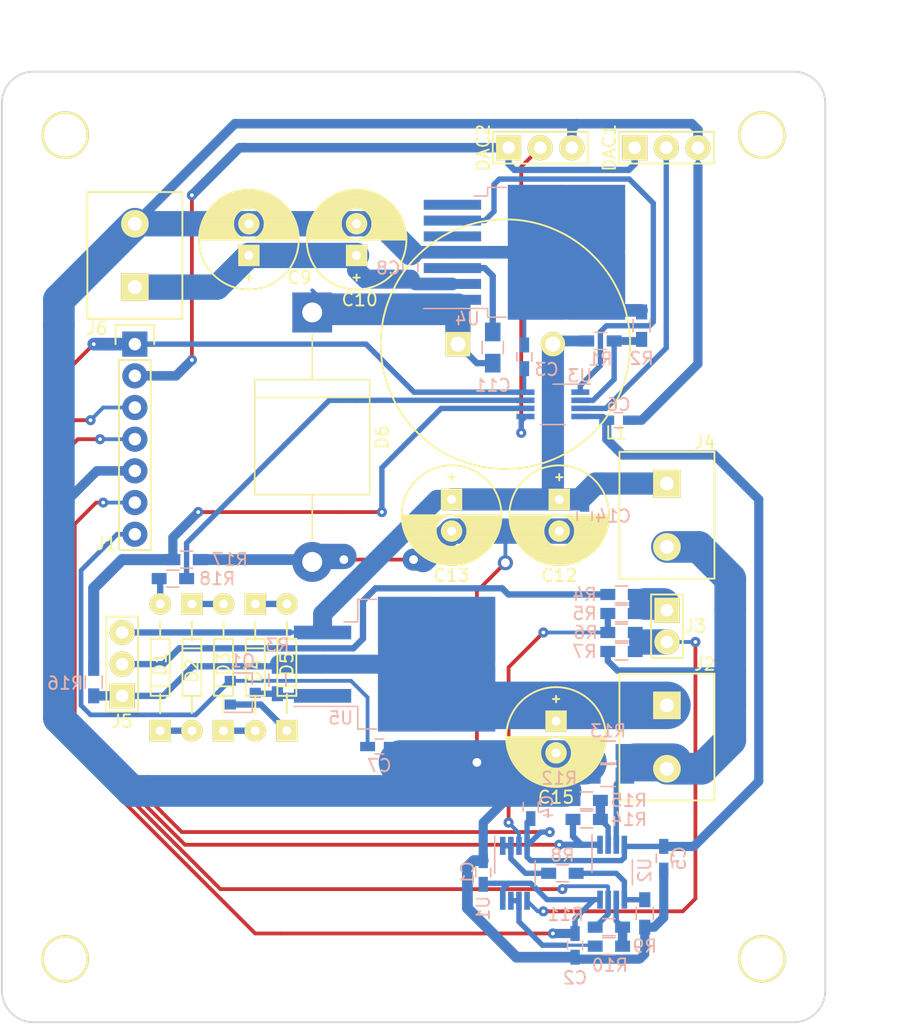
<source format=kicad_pcb>
(kicad_pcb (version 20171130) (host pcbnew "(5.0.0)")

  (general
    (thickness 1.6)
    (drawings 10)
    (tracks 370)
    (zones 0)
    (modules 58)
    (nets 37)
  )

  (page A4)
  (layers
    (0 F.Cu signal)
    (31 B.Cu signal)
    (32 B.Adhes user hide)
    (33 F.Adhes user hide)
    (34 B.Paste user hide)
    (35 F.Paste user hide)
    (36 B.SilkS user)
    (37 F.SilkS user)
    (38 B.Mask user)
    (39 F.Mask user)
    (40 Dwgs.User user)
    (41 Cmts.User user)
    (42 Eco1.User user)
    (43 Eco2.User user)
    (44 Edge.Cuts user)
    (45 Margin user)
    (46 B.CrtYd user)
    (47 F.CrtYd user)
    (48 B.Fab user hide)
    (49 F.Fab user hide)
  )

  (setup
    (last_trace_width 0.3048)
    (trace_clearance 0.2)
    (zone_clearance 0.508)
    (zone_45_only no)
    (trace_min 0.2)
    (segment_width 0.2)
    (edge_width 0.15)
    (via_size 0.8)
    (via_drill 0.4)
    (via_min_size 0.4)
    (via_min_drill 0.3)
    (uvia_size 0.3)
    (uvia_drill 0.1)
    (uvias_allowed no)
    (uvia_min_size 0.2)
    (uvia_min_drill 0.1)
    (pcb_text_width 0.3)
    (pcb_text_size 1.5 1.5)
    (mod_edge_width 0.15)
    (mod_text_size 1 1)
    (mod_text_width 0.15)
    (pad_size 3.2 3.2)
    (pad_drill 1.6)
    (pad_to_mask_clearance 0.2)
    (aux_axis_origin 0 0)
    (visible_elements 7FFFFFFF)
    (pcbplotparams
      (layerselection 0x010f0_ffffffff)
      (usegerberextensions false)
      (usegerberattributes false)
      (usegerberadvancedattributes false)
      (creategerberjobfile false)
      (excludeedgelayer true)
      (linewidth 0.100000)
      (plotframeref false)
      (viasonmask false)
      (mode 1)
      (useauxorigin false)
      (hpglpennumber 1)
      (hpglpenspeed 20)
      (hpglpendiameter 15.000000)
      (psnegative false)
      (psa4output false)
      (plotreference false)
      (plotvalue false)
      (plotinvisibletext false)
      (padsonsilk false)
      (subtractmaskfromsilk false)
      (outputformat 1)
      (mirror false)
      (drillshape 0)
      (scaleselection 1)
      (outputdirectory "Gerber/"))
  )

  (net 0 "")
  (net 1 GND)
  (net 2 +5V)
  (net 3 -0V5)
  (net 4 -2V8)
  (net 5 /Input-V+)
  (net 6 "Net-(C11-Pad2)")
  (net 7 "Net-(C11-Pad1)")
  (net 8 /Output-Buck)
  (net 9 /Output-Linear)
  (net 10 "Net-(D1-Pad2)")
  (net 11 "Net-(D1-Pad1)")
  (net 12 "Net-(D2-Pad1)")
  (net 13 "Net-(D3-Pad1)")
  (net 14 "Net-(D4-Pad1)")
  (net 15 "Net-(D5-Pad1)")
  (net 16 /DAC_LINEAR)
  (net 17 /DAC_BUCK)
  (net 18 /I-ADC)
  (net 19 /V-ADC)
  (net 20 /Vfb-)
  (net 21 /Vfb+)
  (net 22 "Net-(J5-Pad2)")
  (net 23 /Vfb-Linear)
  (net 24 "Net-(R1-Pad2)")
  (net 25 "Net-(R5-Pad2)")
  (net 26 "Net-(R8-Pad2)")
  (net 27 "Net-(R8-Pad1)")
  (net 28 "Net-(R10-Pad1)")
  (net 29 "Net-(R10-Pad2)")
  (net 30 "Net-(R14-Pad2)")
  (net 31 "Net-(R16-Pad2)")
  (net 32 "Net-(R18-Pad2)")
  (net 33 /Vfb-Buck)
  (net 34 "Net-(U4-Pad7)")
  (net 35 /Output-GND)
  (net 36 +3V3)

  (net_class Default "This is the default net class."
    (clearance 0.2)
    (trace_width 0.3048)
    (via_dia 0.8)
    (via_drill 0.4)
    (uvia_dia 0.3)
    (uvia_drill 0.1)
    (add_net +3V3)
    (add_net +5V)
    (add_net -0V5)
    (add_net -2V8)
    (add_net /DAC_BUCK)
    (add_net /DAC_LINEAR)
    (add_net /I-ADC)
    (add_net /Input-V+)
    (add_net /Output-Buck)
    (add_net /Output-GND)
    (add_net /Output-Linear)
    (add_net /V-ADC)
    (add_net /Vfb+)
    (add_net /Vfb-)
    (add_net /Vfb-Buck)
    (add_net /Vfb-Linear)
    (add_net GND)
    (add_net "Net-(C11-Pad1)")
    (add_net "Net-(C11-Pad2)")
    (add_net "Net-(D1-Pad1)")
    (add_net "Net-(D1-Pad2)")
    (add_net "Net-(D2-Pad1)")
    (add_net "Net-(D3-Pad1)")
    (add_net "Net-(D4-Pad1)")
    (add_net "Net-(D5-Pad1)")
    (add_net "Net-(J5-Pad2)")
    (add_net "Net-(R1-Pad2)")
    (add_net "Net-(R10-Pad1)")
    (add_net "Net-(R10-Pad2)")
    (add_net "Net-(R14-Pad2)")
    (add_net "Net-(R16-Pad2)")
    (add_net "Net-(R18-Pad2)")
    (add_net "Net-(R5-Pad2)")
    (add_net "Net-(R8-Pad1)")
    (add_net "Net-(R8-Pad2)")
    (add_net "Net-(U4-Pad7)")
  )

  (module "Custom Github:3.4mm_Hole" (layer F.Cu) (tedit 58F779E4) (tstamp 5BCADF81)
    (at 154.94 86.36)
    (fp_text reference REF** (at 3.937 -1.905) (layer F.SilkS) hide
      (effects (font (size 1 1) (thickness 0.15)))
    )
    (fp_text value 3.4mm_Hole (at 0 -3.683) (layer F.Fab) hide
      (effects (font (size 1 1) (thickness 0.15)))
    )
    (pad 1 thru_hole circle (at 0 0) (size 3.8 3.8) (drill 3.4) (layers *.Cu *.Mask F.SilkS))
  )

  (module "Custom Github:3.4mm_Hole" (layer F.Cu) (tedit 58F779E4) (tstamp 5BCADF60)
    (at 99.06 86.36)
    (fp_text reference REF** (at 3.937 -1.905) (layer F.SilkS) hide
      (effects (font (size 1 1) (thickness 0.15)))
    )
    (fp_text value 3.4mm_Hole (at 0 -3.683) (layer F.Fab) hide
      (effects (font (size 1 1) (thickness 0.15)))
    )
    (pad 1 thru_hole circle (at 0 0) (size 3.8 3.8) (drill 3.4) (layers *.Cu *.Mask F.SilkS))
  )

  (module "Custom Github:3.4mm_Hole" (layer F.Cu) (tedit 58F779E4) (tstamp 5BCADF34)
    (at 99.06 152.4)
    (fp_text reference REF** (at 3.937 -1.905) (layer F.SilkS) hide
      (effects (font (size 1 1) (thickness 0.15)))
    )
    (fp_text value 3.4mm_Hole (at 0 -3.683) (layer F.Fab) hide
      (effects (font (size 1 1) (thickness 0.15)))
    )
    (pad 1 thru_hole circle (at 0 0) (size 3.8 3.8) (drill 3.4) (layers *.Cu *.Mask F.SilkS))
  )

  (module Capacitors_SMD:C_0603_HandSoldering (layer B.Cu) (tedit 58AA848B) (tstamp 5BCA0263)
    (at 132.588 145.476 90)
    (descr "Capacitor SMD 0603, hand soldering")
    (tags "capacitor 0603")
    (path /5BC5CEBE)
    (attr smd)
    (fp_text reference C1 (at -0.066 -1.27 90) (layer B.SilkS)
      (effects (font (size 1 1) (thickness 0.15)) (justify mirror))
    )
    (fp_text value 470nF (at 0 -1.5 90) (layer B.Fab)
      (effects (font (size 1 1) (thickness 0.15)) (justify mirror))
    )
    (fp_line (start 1.8 -0.65) (end -1.8 -0.65) (layer B.CrtYd) (width 0.05))
    (fp_line (start 1.8 -0.65) (end 1.8 0.65) (layer B.CrtYd) (width 0.05))
    (fp_line (start -1.8 0.65) (end -1.8 -0.65) (layer B.CrtYd) (width 0.05))
    (fp_line (start -1.8 0.65) (end 1.8 0.65) (layer B.CrtYd) (width 0.05))
    (fp_line (start 0.35 -0.6) (end -0.35 -0.6) (layer B.SilkS) (width 0.12))
    (fp_line (start -0.35 0.6) (end 0.35 0.6) (layer B.SilkS) (width 0.12))
    (fp_line (start -0.8 0.4) (end 0.8 0.4) (layer B.Fab) (width 0.1))
    (fp_line (start 0.8 0.4) (end 0.8 -0.4) (layer B.Fab) (width 0.1))
    (fp_line (start 0.8 -0.4) (end -0.8 -0.4) (layer B.Fab) (width 0.1))
    (fp_line (start -0.8 -0.4) (end -0.8 0.4) (layer B.Fab) (width 0.1))
    (fp_text user %R (at 0 1.25 90) (layer B.Fab)
      (effects (font (size 1 1) (thickness 0.15)) (justify mirror))
    )
    (pad 2 smd rect (at 0.95 0 90) (size 1.2 0.75) (layers B.Cu B.Paste B.Mask)
      (net 1 GND))
    (pad 1 smd rect (at -0.95 0 90) (size 1.2 0.75) (layers B.Cu B.Paste B.Mask)
      (net 2 +5V))
    (model Capacitors_SMD.3dshapes/C_0603.wrl
      (at (xyz 0 0 0))
      (scale (xyz 1 1 1))
      (rotate (xyz 0 0 0))
    )
  )

  (module Capacitors_SMD:C_0603_HandSoldering (layer B.Cu) (tedit 58AA848B) (tstamp 5BCA0274)
    (at 139.954 151.318 270)
    (descr "Capacitor SMD 0603, hand soldering")
    (tags "capacitor 0603")
    (path /5BC5CF82)
    (attr smd)
    (fp_text reference C2 (at 2.606 0) (layer B.SilkS)
      (effects (font (size 1 1) (thickness 0.15)) (justify mirror))
    )
    (fp_text value 470nF (at 0 -1.5 270) (layer B.Fab)
      (effects (font (size 1 1) (thickness 0.15)) (justify mirror))
    )
    (fp_text user %R (at 0 1.25 270) (layer B.Fab)
      (effects (font (size 1 1) (thickness 0.15)) (justify mirror))
    )
    (fp_line (start -0.8 -0.4) (end -0.8 0.4) (layer B.Fab) (width 0.1))
    (fp_line (start 0.8 -0.4) (end -0.8 -0.4) (layer B.Fab) (width 0.1))
    (fp_line (start 0.8 0.4) (end 0.8 -0.4) (layer B.Fab) (width 0.1))
    (fp_line (start -0.8 0.4) (end 0.8 0.4) (layer B.Fab) (width 0.1))
    (fp_line (start -0.35 0.6) (end 0.35 0.6) (layer B.SilkS) (width 0.12))
    (fp_line (start 0.35 -0.6) (end -0.35 -0.6) (layer B.SilkS) (width 0.12))
    (fp_line (start -1.8 0.65) (end 1.8 0.65) (layer B.CrtYd) (width 0.05))
    (fp_line (start -1.8 0.65) (end -1.8 -0.65) (layer B.CrtYd) (width 0.05))
    (fp_line (start 1.8 -0.65) (end 1.8 0.65) (layer B.CrtYd) (width 0.05))
    (fp_line (start 1.8 -0.65) (end -1.8 -0.65) (layer B.CrtYd) (width 0.05))
    (pad 1 smd rect (at -0.95 0 270) (size 1.2 0.75) (layers B.Cu B.Paste B.Mask)
      (net 2 +5V))
    (pad 2 smd rect (at 0.95 0 270) (size 1.2 0.75) (layers B.Cu B.Paste B.Mask)
      (net 1 GND))
    (model Capacitors_SMD.3dshapes/C_0603.wrl
      (at (xyz 0 0 0))
      (scale (xyz 1 1 1))
      (rotate (xyz 0 0 0))
    )
  )

  (module Capacitors_SMD:C_0603_HandSoldering (layer B.Cu) (tedit 58AA848B) (tstamp 5BCA3C17)
    (at 135.89 104.14 90)
    (descr "Capacitor SMD 0603, hand soldering")
    (tags "capacitor 0603")
    (path /5BC5D1E9)
    (attr smd)
    (fp_text reference C3 (at -1.016 1.778 180) (layer B.SilkS)
      (effects (font (size 1 1) (thickness 0.15)) (justify mirror))
    )
    (fp_text value 470nF (at 0 -1.5 90) (layer B.Fab)
      (effects (font (size 1 1) (thickness 0.15)) (justify mirror))
    )
    (fp_line (start 1.8 -0.65) (end -1.8 -0.65) (layer B.CrtYd) (width 0.05))
    (fp_line (start 1.8 -0.65) (end 1.8 0.65) (layer B.CrtYd) (width 0.05))
    (fp_line (start -1.8 0.65) (end -1.8 -0.65) (layer B.CrtYd) (width 0.05))
    (fp_line (start -1.8 0.65) (end 1.8 0.65) (layer B.CrtYd) (width 0.05))
    (fp_line (start 0.35 -0.6) (end -0.35 -0.6) (layer B.SilkS) (width 0.12))
    (fp_line (start -0.35 0.6) (end 0.35 0.6) (layer B.SilkS) (width 0.12))
    (fp_line (start -0.8 0.4) (end 0.8 0.4) (layer B.Fab) (width 0.1))
    (fp_line (start 0.8 0.4) (end 0.8 -0.4) (layer B.Fab) (width 0.1))
    (fp_line (start 0.8 -0.4) (end -0.8 -0.4) (layer B.Fab) (width 0.1))
    (fp_line (start -0.8 -0.4) (end -0.8 0.4) (layer B.Fab) (width 0.1))
    (fp_text user %R (at 0 1.25 90) (layer B.Fab)
      (effects (font (size 1 1) (thickness 0.15)) (justify mirror))
    )
    (pad 2 smd rect (at 0.95 0 90) (size 1.2 0.75) (layers B.Cu B.Paste B.Mask)
      (net 1 GND))
    (pad 1 smd rect (at -0.95 0 90) (size 1.2 0.75) (layers B.Cu B.Paste B.Mask)
      (net 2 +5V))
    (model Capacitors_SMD.3dshapes/C_0603.wrl
      (at (xyz 0 0 0))
      (scale (xyz 1 1 1))
      (rotate (xyz 0 0 0))
    )
  )

  (module Capacitors_SMD:C_0603_HandSoldering (layer B.Cu) (tedit 58AA848B) (tstamp 5BCA0296)
    (at 136.398 140.208 270)
    (descr "Capacitor SMD 0603, hand soldering")
    (tags "capacitor 0603")
    (path /5BCB3355)
    (attr smd)
    (fp_text reference C4 (at 0 -1.27 270) (layer B.SilkS)
      (effects (font (size 1 1) (thickness 0.15)) (justify mirror))
    )
    (fp_text value 470nF (at 0 -1.5 270) (layer B.Fab)
      (effects (font (size 1 1) (thickness 0.15)) (justify mirror))
    )
    (fp_line (start 1.8 -0.65) (end -1.8 -0.65) (layer B.CrtYd) (width 0.05))
    (fp_line (start 1.8 -0.65) (end 1.8 0.65) (layer B.CrtYd) (width 0.05))
    (fp_line (start -1.8 0.65) (end -1.8 -0.65) (layer B.CrtYd) (width 0.05))
    (fp_line (start -1.8 0.65) (end 1.8 0.65) (layer B.CrtYd) (width 0.05))
    (fp_line (start 0.35 -0.6) (end -0.35 -0.6) (layer B.SilkS) (width 0.12))
    (fp_line (start -0.35 0.6) (end 0.35 0.6) (layer B.SilkS) (width 0.12))
    (fp_line (start -0.8 0.4) (end 0.8 0.4) (layer B.Fab) (width 0.1))
    (fp_line (start 0.8 0.4) (end 0.8 -0.4) (layer B.Fab) (width 0.1))
    (fp_line (start 0.8 -0.4) (end -0.8 -0.4) (layer B.Fab) (width 0.1))
    (fp_line (start -0.8 -0.4) (end -0.8 0.4) (layer B.Fab) (width 0.1))
    (fp_text user %R (at 0 1.25 270) (layer B.Fab)
      (effects (font (size 1 1) (thickness 0.15)) (justify mirror))
    )
    (pad 2 smd rect (at 0.95 0 270) (size 1.2 0.75) (layers B.Cu B.Paste B.Mask)
      (net 3 -0V5))
    (pad 1 smd rect (at -0.95 0 270) (size 1.2 0.75) (layers B.Cu B.Paste B.Mask)
      (net 1 GND))
    (model Capacitors_SMD.3dshapes/C_0603.wrl
      (at (xyz 0 0 0))
      (scale (xyz 1 1 1))
      (rotate (xyz 0 0 0))
    )
  )

  (module Capacitors_SMD:C_0603_HandSoldering (layer B.Cu) (tedit 58AA848B) (tstamp 5BCA02A7)
    (at 147.066 144.338 90)
    (descr "Capacitor SMD 0603, hand soldering")
    (tags "capacitor 0603")
    (path /5BCB335B)
    (attr smd)
    (fp_text reference C5 (at 0 1.25 90) (layer B.SilkS)
      (effects (font (size 1 1) (thickness 0.15)) (justify mirror))
    )
    (fp_text value 470nF (at 0 -1.5 90) (layer B.Fab)
      (effects (font (size 1 1) (thickness 0.15)) (justify mirror))
    )
    (fp_text user %R (at 0 1.25 90) (layer B.Fab)
      (effects (font (size 1 1) (thickness 0.15)) (justify mirror))
    )
    (fp_line (start -0.8 -0.4) (end -0.8 0.4) (layer B.Fab) (width 0.1))
    (fp_line (start 0.8 -0.4) (end -0.8 -0.4) (layer B.Fab) (width 0.1))
    (fp_line (start 0.8 0.4) (end 0.8 -0.4) (layer B.Fab) (width 0.1))
    (fp_line (start -0.8 0.4) (end 0.8 0.4) (layer B.Fab) (width 0.1))
    (fp_line (start -0.35 0.6) (end 0.35 0.6) (layer B.SilkS) (width 0.12))
    (fp_line (start 0.35 -0.6) (end -0.35 -0.6) (layer B.SilkS) (width 0.12))
    (fp_line (start -1.8 0.65) (end 1.8 0.65) (layer B.CrtYd) (width 0.05))
    (fp_line (start -1.8 0.65) (end -1.8 -0.65) (layer B.CrtYd) (width 0.05))
    (fp_line (start 1.8 -0.65) (end 1.8 0.65) (layer B.CrtYd) (width 0.05))
    (fp_line (start 1.8 -0.65) (end -1.8 -0.65) (layer B.CrtYd) (width 0.05))
    (pad 1 smd rect (at -0.95 0 90) (size 1.2 0.75) (layers B.Cu B.Paste B.Mask)
      (net 1 GND))
    (pad 2 smd rect (at 0.95 0 90) (size 1.2 0.75) (layers B.Cu B.Paste B.Mask)
      (net 3 -0V5))
    (model Capacitors_SMD.3dshapes/C_0603.wrl
      (at (xyz 0 0 0))
      (scale (xyz 1 1 1))
      (rotate (xyz 0 0 0))
    )
  )

  (module Capacitors_SMD:C_0603_HandSoldering (layer B.Cu) (tedit 58AA848B) (tstamp 5BCA02B8)
    (at 143.444 109.22 180)
    (descr "Capacitor SMD 0603, hand soldering")
    (tags "capacitor 0603")
    (path /5BCB3361)
    (attr smd)
    (fp_text reference C6 (at 0 1.25 180) (layer B.SilkS)
      (effects (font (size 1 1) (thickness 0.15)) (justify mirror))
    )
    (fp_text value 470nF (at 0 -1.5 180) (layer B.Fab)
      (effects (font (size 1 1) (thickness 0.15)) (justify mirror))
    )
    (fp_line (start 1.8 -0.65) (end -1.8 -0.65) (layer B.CrtYd) (width 0.05))
    (fp_line (start 1.8 -0.65) (end 1.8 0.65) (layer B.CrtYd) (width 0.05))
    (fp_line (start -1.8 0.65) (end -1.8 -0.65) (layer B.CrtYd) (width 0.05))
    (fp_line (start -1.8 0.65) (end 1.8 0.65) (layer B.CrtYd) (width 0.05))
    (fp_line (start 0.35 -0.6) (end -0.35 -0.6) (layer B.SilkS) (width 0.12))
    (fp_line (start -0.35 0.6) (end 0.35 0.6) (layer B.SilkS) (width 0.12))
    (fp_line (start -0.8 0.4) (end 0.8 0.4) (layer B.Fab) (width 0.1))
    (fp_line (start 0.8 0.4) (end 0.8 -0.4) (layer B.Fab) (width 0.1))
    (fp_line (start 0.8 -0.4) (end -0.8 -0.4) (layer B.Fab) (width 0.1))
    (fp_line (start -0.8 -0.4) (end -0.8 0.4) (layer B.Fab) (width 0.1))
    (fp_text user %R (at 0 1.25 180) (layer B.Fab)
      (effects (font (size 1 1) (thickness 0.15)) (justify mirror))
    )
    (pad 2 smd rect (at 0.95 0 180) (size 1.2 0.75) (layers B.Cu B.Paste B.Mask)
      (net 3 -0V5))
    (pad 1 smd rect (at -0.95 0 180) (size 1.2 0.75) (layers B.Cu B.Paste B.Mask)
      (net 1 GND))
    (model Capacitors_SMD.3dshapes/C_0603.wrl
      (at (xyz 0 0 0))
      (scale (xyz 1 1 1))
      (rotate (xyz 0 0 0))
    )
  )

  (module Capacitors_SMD:C_0603_HandSoldering (layer B.Cu) (tedit 58AA848B) (tstamp 5BCA02C9)
    (at 124.262 135.382 180)
    (descr "Capacitor SMD 0603, hand soldering")
    (tags "capacitor 0603")
    (path /5BC614AD)
    (attr smd)
    (fp_text reference C7 (at 0 -1.524 180) (layer B.SilkS)
      (effects (font (size 1 1) (thickness 0.15)) (justify mirror))
    )
    (fp_text value 470nF (at 0 -1.5 180) (layer B.Fab)
      (effects (font (size 1 1) (thickness 0.15)) (justify mirror))
    )
    (fp_text user %R (at 0 1.25 180) (layer B.Fab)
      (effects (font (size 1 1) (thickness 0.15)) (justify mirror))
    )
    (fp_line (start -0.8 -0.4) (end -0.8 0.4) (layer B.Fab) (width 0.1))
    (fp_line (start 0.8 -0.4) (end -0.8 -0.4) (layer B.Fab) (width 0.1))
    (fp_line (start 0.8 0.4) (end 0.8 -0.4) (layer B.Fab) (width 0.1))
    (fp_line (start -0.8 0.4) (end 0.8 0.4) (layer B.Fab) (width 0.1))
    (fp_line (start -0.35 0.6) (end 0.35 0.6) (layer B.SilkS) (width 0.12))
    (fp_line (start 0.35 -0.6) (end -0.35 -0.6) (layer B.SilkS) (width 0.12))
    (fp_line (start -1.8 0.65) (end 1.8 0.65) (layer B.CrtYd) (width 0.05))
    (fp_line (start -1.8 0.65) (end -1.8 -0.65) (layer B.CrtYd) (width 0.05))
    (fp_line (start 1.8 -0.65) (end 1.8 0.65) (layer B.CrtYd) (width 0.05))
    (fp_line (start 1.8 -0.65) (end -1.8 -0.65) (layer B.CrtYd) (width 0.05))
    (pad 1 smd rect (at -0.95 0 180) (size 1.2 0.75) (layers B.Cu B.Paste B.Mask)
      (net 1 GND))
    (pad 2 smd rect (at 0.95 0 180) (size 1.2 0.75) (layers B.Cu B.Paste B.Mask)
      (net 4 -2V8))
    (model Capacitors_SMD.3dshapes/C_0603.wrl
      (at (xyz 0 0 0))
      (scale (xyz 1 1 1))
      (rotate (xyz 0 0 0))
    )
  )

  (module Capacitors_SMD:C_0603_HandSoldering (layer B.Cu) (tedit 58AA848B) (tstamp 5BCAC65A)
    (at 126.746 96.962 90)
    (descr "Capacitor SMD 0603, hand soldering")
    (tags "capacitor 0603")
    (path /5BC19371)
    (attr smd)
    (fp_text reference C8 (at -0.066 -1.778 180) (layer B.SilkS)
      (effects (font (size 1 1) (thickness 0.15)) (justify mirror))
    )
    (fp_text value 470nF (at 0 -1.5 90) (layer B.Fab)
      (effects (font (size 1 1) (thickness 0.15)) (justify mirror))
    )
    (fp_line (start 1.8 -0.65) (end -1.8 -0.65) (layer B.CrtYd) (width 0.05))
    (fp_line (start 1.8 -0.65) (end 1.8 0.65) (layer B.CrtYd) (width 0.05))
    (fp_line (start -1.8 0.65) (end -1.8 -0.65) (layer B.CrtYd) (width 0.05))
    (fp_line (start -1.8 0.65) (end 1.8 0.65) (layer B.CrtYd) (width 0.05))
    (fp_line (start 0.35 -0.6) (end -0.35 -0.6) (layer B.SilkS) (width 0.12))
    (fp_line (start -0.35 0.6) (end 0.35 0.6) (layer B.SilkS) (width 0.12))
    (fp_line (start -0.8 0.4) (end 0.8 0.4) (layer B.Fab) (width 0.1))
    (fp_line (start 0.8 0.4) (end 0.8 -0.4) (layer B.Fab) (width 0.1))
    (fp_line (start 0.8 -0.4) (end -0.8 -0.4) (layer B.Fab) (width 0.1))
    (fp_line (start -0.8 -0.4) (end -0.8 0.4) (layer B.Fab) (width 0.1))
    (fp_text user %R (at 0 1.25 90) (layer B.Fab)
      (effects (font (size 1 1) (thickness 0.15)) (justify mirror))
    )
    (pad 2 smd rect (at 0.95 0 90) (size 1.2 0.75) (layers B.Cu B.Paste B.Mask)
      (net 1 GND))
    (pad 1 smd rect (at -0.95 0 90) (size 1.2 0.75) (layers B.Cu B.Paste B.Mask)
      (net 5 /Input-V+))
    (model Capacitors_SMD.3dshapes/C_0603.wrl
      (at (xyz 0 0 0))
      (scale (xyz 1 1 1))
      (rotate (xyz 0 0 0))
    )
  )

  (module "Custom Github:Cap_Pol_Radial_D8_P2" (layer F.Cu) (tedit 58F09B01) (tstamp 5BCA034D)
    (at 113.792 96.012 90)
    (descr "Radial Electrolytic Capacitor Diameter 8mm x Length 13mm, Pitch 3.8mm")
    (tags "Electrolytic Capacitor")
    (path /5BC18055)
    (fp_text reference C9 (at -1.778 4.064) (layer F.SilkS)
      (effects (font (size 1 1) (thickness 0.15)))
    )
    (fp_text value 22uF (at 1.27 -4.826 90) (layer F.Fab)
      (effects (font (size 1 1) (thickness 0.15)))
    )
    (fp_circle (center 1.27 0) (end 5.27 0) (layer F.SilkS) (width 0.15))
    (fp_line (start 5.1435 0.6985) (end 5.1435 -0.5715) (layer F.SilkS) (width 0.15))
    (fp_line (start 5.08 1.016) (end 5.1435 0.6985) (layer F.SilkS) (width 0.15))
    (fp_line (start 5.08 -1.0795) (end 5.08 1.016) (layer F.SilkS) (width 0.15))
    (fp_line (start 4.953 -1.4605) (end 5.08 -1.0795) (layer F.SilkS) (width 0.15))
    (fp_line (start 4.953 1.3335) (end 4.953 -1.4605) (layer F.SilkS) (width 0.15))
    (fp_line (start 4.826 1.7145) (end 4.953 1.3335) (layer F.SilkS) (width 0.15))
    (fp_line (start 4.826 -1.651) (end 4.826 1.7145) (layer F.SilkS) (width 0.15))
    (fp_line (start 4.699 -1.905) (end 4.826 -1.651) (layer F.SilkS) (width 0.15))
    (fp_line (start 4.699 1.905) (end 4.699 -1.905) (layer F.SilkS) (width 0.15))
    (fp_line (start 4.572 2.0955) (end 4.699 1.905) (layer F.SilkS) (width 0.15))
    (fp_line (start 4.572 -2.159) (end 4.572 2.0955) (layer F.SilkS) (width 0.15))
    (fp_line (start 4.445 -2.413) (end 4.572 -2.159) (layer F.SilkS) (width 0.15))
    (fp_line (start 4.445 2.3495) (end 4.445 -2.413) (layer F.SilkS) (width 0.15))
    (fp_line (start 4.318 2.4765) (end 4.445 2.3495) (layer F.SilkS) (width 0.15))
    (fp_line (start 4.318 -2.4765) (end 4.318 2.4765) (layer F.SilkS) (width 0.15))
    (fp_line (start 4.191 -2.6035) (end 4.318 -2.4765) (layer F.SilkS) (width 0.15))
    (fp_line (start 4.191 2.6035) (end 4.191 -2.6035) (layer F.SilkS) (width 0.15))
    (fp_line (start 4.064 2.7305) (end 4.191 2.6035) (layer F.SilkS) (width 0.15))
    (fp_line (start 4.064 -2.794) (end 4.064 2.7305) (layer F.SilkS) (width 0.15))
    (fp_line (start 3.937 -2.8575) (end 4.064 -2.794) (layer F.SilkS) (width 0.15))
    (fp_line (start 3.937 2.8575) (end 3.937 -2.8575) (layer F.SilkS) (width 0.15))
    (fp_line (start 3.81 3.048) (end 3.937 2.8575) (layer F.SilkS) (width 0.15))
    (fp_line (start 3.81 -3.048) (end 3.81 3.048) (layer F.SilkS) (width 0.15))
    (fp_line (start 3.683 -3.175) (end 3.81 -3.048) (layer F.SilkS) (width 0.15))
    (fp_line (start 1.27 3.937) (end 1.397 3.937) (layer F.SilkS) (width 0.15))
    (fp_line (start 1.27 -4.0005) (end 1.27 3.937) (layer F.SilkS) (width 0.15))
    (fp_circle (center 2.54 0) (end 3.81 0) (layer F.SilkS) (width 0.15))
    (fp_line (start 4.445 2.2225) (end 4.5085 2.159) (layer F.SilkS) (width 0.15))
    (fp_line (start 3.937 2.8575) (end 4.064 2.7305) (layer F.SilkS) (width 0.15))
    (fp_line (start 5.0165 1.2065) (end 5.0165 1.016) (layer F.SilkS) (width 0.15))
    (fp_line (start 4.6355 -1.9685) (end 4.445 -2.032) (layer F.SilkS) (width 0.15))
    (fp_line (start 4.7625 -1.905) (end 4.6355 -1.9685) (layer F.SilkS) (width 0.15))
    (fp_line (start 3.81 -2.9845) (end 4.191 -2.6035) (layer F.SilkS) (width 0.15))
    (fp_line (start 3.683 -0.635) (end 3.683 -3.1115) (layer F.SilkS) (width 0.15))
    (fp_line (start 3.556 -0.8255) (end 3.683 -0.635) (layer F.SilkS) (width 0.15))
    (fp_line (start 3.556 -3.2385) (end 3.556 -0.8255) (layer F.SilkS) (width 0.15))
    (fp_line (start 3.429 -3.302) (end 3.556 -3.2385) (layer F.SilkS) (width 0.15))
    (fp_line (start 3.429 -0.9525) (end 3.429 -3.302) (layer F.SilkS) (width 0.15))
    (fp_line (start 3.302 -1.016) (end 3.429 -0.9525) (layer F.SilkS) (width 0.15))
    (fp_line (start 3.302 -3.429) (end 3.302 -1.016) (layer F.SilkS) (width 0.15))
    (fp_line (start 3.175 -3.4925) (end 3.302 -3.429) (layer F.SilkS) (width 0.15))
    (fp_line (start 3.175 -1.143) (end 3.175 -3.4925) (layer F.SilkS) (width 0.15))
    (fp_line (start 3.048 -1.2065) (end 3.175 -1.143) (layer F.SilkS) (width 0.15))
    (fp_line (start 3.048 -3.556) (end 3.048 -1.2065) (layer F.SilkS) (width 0.15))
    (fp_line (start 2.921 -3.6195) (end 3.048 -3.556) (layer F.SilkS) (width 0.15))
    (fp_line (start 2.921 -1.27) (end 2.921 -3.6195) (layer F.SilkS) (width 0.15))
    (fp_line (start 2.794 -1.27) (end 2.921 -1.27) (layer F.SilkS) (width 0.15))
    (fp_line (start 2.794 -3.683) (end 2.794 -1.27) (layer F.SilkS) (width 0.15))
    (fp_line (start 2.667 -3.7465) (end 2.794 -3.683) (layer F.SilkS) (width 0.15))
    (fp_line (start 2.667 -1.27) (end 2.667 -3.7465) (layer F.SilkS) (width 0.15))
    (fp_line (start 2.54 -1.27) (end 2.667 -1.27) (layer F.SilkS) (width 0.15))
    (fp_line (start 2.54 -3.7465) (end 2.54 -1.27) (layer F.SilkS) (width 0.15))
    (fp_line (start 2.413 -3.81) (end 2.54 -3.7465) (layer F.SilkS) (width 0.15))
    (fp_line (start 2.413 -1.27) (end 2.413 -3.81) (layer F.SilkS) (width 0.15))
    (fp_line (start 2.286 -1.27) (end 2.413 -1.27) (layer F.SilkS) (width 0.15))
    (fp_line (start 2.286 -3.81) (end 2.286 -1.27) (layer F.SilkS) (width 0.15))
    (fp_line (start 2.159 -3.81) (end 2.286 -3.81) (layer F.SilkS) (width 0.15))
    (fp_line (start 2.159 -1.27) (end 2.159 -3.81) (layer F.SilkS) (width 0.15))
    (fp_line (start 2.032 -1.2065) (end 2.159 -1.27) (layer F.SilkS) (width 0.15))
    (fp_line (start 2.032 -3.8735) (end 2.032 -1.2065) (layer F.SilkS) (width 0.15))
    (fp_line (start 1.905 -3.937) (end 2.032 -3.8735) (layer F.SilkS) (width 0.15))
    (fp_line (start 1.905 -1.2065) (end 1.905 -3.937) (layer F.SilkS) (width 0.15))
    (fp_line (start 1.778 -1.0795) (end 1.905 -1.2065) (layer F.SilkS) (width 0.15))
    (fp_line (start 1.778 -3.8735) (end 1.778 -1.0795) (layer F.SilkS) (width 0.15))
    (fp_line (start 1.651 -3.937) (end 1.778 -3.8735) (layer F.SilkS) (width 0.15))
    (fp_line (start 1.651 -0.9525) (end 1.651 -3.937) (layer F.SilkS) (width 0.15))
    (fp_line (start 1.524 -0.8255) (end 1.651 -0.9525) (layer F.SilkS) (width 0.15))
    (fp_line (start 1.524 -3.937) (end 1.524 -0.8255) (layer F.SilkS) (width 0.15))
    (fp_line (start 3.683 0.635) (end 3.683 3.1115) (layer F.SilkS) (width 0.15))
    (fp_line (start 3.556 0.8255) (end 3.683 0.635) (layer F.SilkS) (width 0.15))
    (fp_line (start 3.556 3.175) (end 3.556 0.8255) (layer F.SilkS) (width 0.15))
    (fp_line (start 3.429 3.3655) (end 3.556 3.175) (layer F.SilkS) (width 0.15))
    (fp_line (start 3.429 0.9525) (end 3.429 3.3655) (layer F.SilkS) (width 0.15))
    (fp_line (start 3.302 1.016) (end 3.429 0.9525) (layer F.SilkS) (width 0.15))
    (fp_line (start 3.302 3.3655) (end 3.302 1.016) (layer F.SilkS) (width 0.15))
    (fp_line (start 3.175 3.4925) (end 3.302 3.3655) (layer F.SilkS) (width 0.15))
    (fp_line (start 3.175 1.143) (end 3.175 3.4925) (layer F.SilkS) (width 0.15))
    (fp_line (start 3.048 1.2065) (end 3.175 1.143) (layer F.SilkS) (width 0.15))
    (fp_line (start 3.048 3.4925) (end 3.048 1.2065) (layer F.SilkS) (width 0.15))
    (fp_line (start 2.921 3.6195) (end 3.048 3.4925) (layer F.SilkS) (width 0.15))
    (fp_line (start 2.921 1.2065) (end 2.921 3.6195) (layer F.SilkS) (width 0.15))
    (fp_line (start 2.794 1.27) (end 2.921 1.2065) (layer F.SilkS) (width 0.15))
    (fp_line (start 2.794 3.6195) (end 2.794 1.27) (layer F.SilkS) (width 0.15))
    (fp_line (start 2.667 3.683) (end 2.794 3.6195) (layer F.SilkS) (width 0.15))
    (fp_line (start 2.667 1.3335) (end 2.667 3.683) (layer F.SilkS) (width 0.15))
    (fp_line (start 2.54 1.3335) (end 2.667 1.3335) (layer F.SilkS) (width 0.15))
    (fp_line (start 2.54 3.7465) (end 2.54 1.3335) (layer F.SilkS) (width 0.15))
    (fp_line (start 2.413 3.81) (end 2.54 3.7465) (layer F.SilkS) (width 0.15))
    (fp_line (start 2.413 1.27) (end 2.413 3.81) (layer F.SilkS) (width 0.15))
    (fp_line (start 2.286 1.27) (end 2.413 1.27) (layer F.SilkS) (width 0.15))
    (fp_line (start 2.286 3.81) (end 2.286 1.27) (layer F.SilkS) (width 0.15))
    (fp_line (start 2.159 3.81) (end 2.286 3.81) (layer F.SilkS) (width 0.15))
    (fp_line (start 2.159 1.27) (end 2.159 3.81) (layer F.SilkS) (width 0.15))
    (fp_line (start 2.032 1.2065) (end 2.159 1.27) (layer F.SilkS) (width 0.15))
    (fp_line (start 2.032 3.8735) (end 2.032 1.2065) (layer F.SilkS) (width 0.15))
    (fp_line (start 1.905 3.937) (end 2.032 3.8735) (layer F.SilkS) (width 0.15))
    (fp_line (start 1.905 1.143) (end 1.905 3.937) (layer F.SilkS) (width 0.15))
    (fp_line (start 1.778 1.0795) (end 1.905 1.143) (layer F.SilkS) (width 0.15))
    (fp_line (start 1.778 3.937) (end 1.778 1.0795) (layer F.SilkS) (width 0.15))
    (fp_line (start 1.651 3.937) (end 1.778 3.937) (layer F.SilkS) (width 0.15))
    (fp_line (start 1.651 0.9525) (end 1.651 3.937) (layer F.SilkS) (width 0.15))
    (fp_line (start 1.524 0.8255) (end 1.651 0.9525) (layer F.SilkS) (width 0.15))
    (fp_line (start 1.524 3.937) (end 1.524 0.8255) (layer F.SilkS) (width 0.15))
    (fp_line (start 1.397 3.937) (end 1.397 0.635) (layer F.SilkS) (width 0.15))
    (fp_line (start 1.397 -0.6985) (end 1.397 -3.8735) (layer F.SilkS) (width 0.15))
    (fp_line (start 1.27 -0.5715) (end 1.397 -0.6985) (layer F.SilkS) (width 0.15))
    (fp_line (start -1.524 0) (end -2.032 0) (layer F.SilkS) (width 0.15))
    (fp_line (start -1.778 -0.254) (end -1.778 0.254) (layer F.SilkS) (width 0.15))
    (pad 2 thru_hole circle (at 2.54 0 90) (size 1.716 1.716) (drill 0.7) (layers *.Cu *.Mask F.SilkS)
      (net 1 GND))
    (pad 1 thru_hole rect (at 0 0 90) (size 1.716 1.716) (drill 0.7) (layers *.Cu *.Mask F.SilkS)
      (net 5 /Input-V+))
    (model Capacitors_ThroughHole.3dshapes/C_Radial_D8_L13_P3.8.wrl
      (offset (xyz 1.899998711464882 0 0))
      (scale (xyz 1 1 1))
      (rotate (xyz 0 0 90))
    )
  )

  (module "Custom Github:Cap_Pol_Radial_D8_P2" (layer F.Cu) (tedit 58F09B01) (tstamp 5BCA132D)
    (at 122.428 96.012 90)
    (descr "Radial Electrolytic Capacitor Diameter 8mm x Length 13mm, Pitch 3.8mm")
    (tags "Electrolytic Capacitor")
    (path /5BC17FC1)
    (fp_text reference C10 (at -3.556 0.254) (layer F.SilkS)
      (effects (font (size 1 1) (thickness 0.15)))
    )
    (fp_text value 22uF (at 1.27 -4.826 90) (layer F.Fab)
      (effects (font (size 1 1) (thickness 0.15)))
    )
    (fp_line (start -1.778 -0.254) (end -1.778 0.254) (layer F.SilkS) (width 0.15))
    (fp_line (start -1.524 0) (end -2.032 0) (layer F.SilkS) (width 0.15))
    (fp_line (start 1.27 -0.5715) (end 1.397 -0.6985) (layer F.SilkS) (width 0.15))
    (fp_line (start 1.397 -0.6985) (end 1.397 -3.8735) (layer F.SilkS) (width 0.15))
    (fp_line (start 1.397 3.937) (end 1.397 0.635) (layer F.SilkS) (width 0.15))
    (fp_line (start 1.524 3.937) (end 1.524 0.8255) (layer F.SilkS) (width 0.15))
    (fp_line (start 1.524 0.8255) (end 1.651 0.9525) (layer F.SilkS) (width 0.15))
    (fp_line (start 1.651 0.9525) (end 1.651 3.937) (layer F.SilkS) (width 0.15))
    (fp_line (start 1.651 3.937) (end 1.778 3.937) (layer F.SilkS) (width 0.15))
    (fp_line (start 1.778 3.937) (end 1.778 1.0795) (layer F.SilkS) (width 0.15))
    (fp_line (start 1.778 1.0795) (end 1.905 1.143) (layer F.SilkS) (width 0.15))
    (fp_line (start 1.905 1.143) (end 1.905 3.937) (layer F.SilkS) (width 0.15))
    (fp_line (start 1.905 3.937) (end 2.032 3.8735) (layer F.SilkS) (width 0.15))
    (fp_line (start 2.032 3.8735) (end 2.032 1.2065) (layer F.SilkS) (width 0.15))
    (fp_line (start 2.032 1.2065) (end 2.159 1.27) (layer F.SilkS) (width 0.15))
    (fp_line (start 2.159 1.27) (end 2.159 3.81) (layer F.SilkS) (width 0.15))
    (fp_line (start 2.159 3.81) (end 2.286 3.81) (layer F.SilkS) (width 0.15))
    (fp_line (start 2.286 3.81) (end 2.286 1.27) (layer F.SilkS) (width 0.15))
    (fp_line (start 2.286 1.27) (end 2.413 1.27) (layer F.SilkS) (width 0.15))
    (fp_line (start 2.413 1.27) (end 2.413 3.81) (layer F.SilkS) (width 0.15))
    (fp_line (start 2.413 3.81) (end 2.54 3.7465) (layer F.SilkS) (width 0.15))
    (fp_line (start 2.54 3.7465) (end 2.54 1.3335) (layer F.SilkS) (width 0.15))
    (fp_line (start 2.54 1.3335) (end 2.667 1.3335) (layer F.SilkS) (width 0.15))
    (fp_line (start 2.667 1.3335) (end 2.667 3.683) (layer F.SilkS) (width 0.15))
    (fp_line (start 2.667 3.683) (end 2.794 3.6195) (layer F.SilkS) (width 0.15))
    (fp_line (start 2.794 3.6195) (end 2.794 1.27) (layer F.SilkS) (width 0.15))
    (fp_line (start 2.794 1.27) (end 2.921 1.2065) (layer F.SilkS) (width 0.15))
    (fp_line (start 2.921 1.2065) (end 2.921 3.6195) (layer F.SilkS) (width 0.15))
    (fp_line (start 2.921 3.6195) (end 3.048 3.4925) (layer F.SilkS) (width 0.15))
    (fp_line (start 3.048 3.4925) (end 3.048 1.2065) (layer F.SilkS) (width 0.15))
    (fp_line (start 3.048 1.2065) (end 3.175 1.143) (layer F.SilkS) (width 0.15))
    (fp_line (start 3.175 1.143) (end 3.175 3.4925) (layer F.SilkS) (width 0.15))
    (fp_line (start 3.175 3.4925) (end 3.302 3.3655) (layer F.SilkS) (width 0.15))
    (fp_line (start 3.302 3.3655) (end 3.302 1.016) (layer F.SilkS) (width 0.15))
    (fp_line (start 3.302 1.016) (end 3.429 0.9525) (layer F.SilkS) (width 0.15))
    (fp_line (start 3.429 0.9525) (end 3.429 3.3655) (layer F.SilkS) (width 0.15))
    (fp_line (start 3.429 3.3655) (end 3.556 3.175) (layer F.SilkS) (width 0.15))
    (fp_line (start 3.556 3.175) (end 3.556 0.8255) (layer F.SilkS) (width 0.15))
    (fp_line (start 3.556 0.8255) (end 3.683 0.635) (layer F.SilkS) (width 0.15))
    (fp_line (start 3.683 0.635) (end 3.683 3.1115) (layer F.SilkS) (width 0.15))
    (fp_line (start 1.524 -3.937) (end 1.524 -0.8255) (layer F.SilkS) (width 0.15))
    (fp_line (start 1.524 -0.8255) (end 1.651 -0.9525) (layer F.SilkS) (width 0.15))
    (fp_line (start 1.651 -0.9525) (end 1.651 -3.937) (layer F.SilkS) (width 0.15))
    (fp_line (start 1.651 -3.937) (end 1.778 -3.8735) (layer F.SilkS) (width 0.15))
    (fp_line (start 1.778 -3.8735) (end 1.778 -1.0795) (layer F.SilkS) (width 0.15))
    (fp_line (start 1.778 -1.0795) (end 1.905 -1.2065) (layer F.SilkS) (width 0.15))
    (fp_line (start 1.905 -1.2065) (end 1.905 -3.937) (layer F.SilkS) (width 0.15))
    (fp_line (start 1.905 -3.937) (end 2.032 -3.8735) (layer F.SilkS) (width 0.15))
    (fp_line (start 2.032 -3.8735) (end 2.032 -1.2065) (layer F.SilkS) (width 0.15))
    (fp_line (start 2.032 -1.2065) (end 2.159 -1.27) (layer F.SilkS) (width 0.15))
    (fp_line (start 2.159 -1.27) (end 2.159 -3.81) (layer F.SilkS) (width 0.15))
    (fp_line (start 2.159 -3.81) (end 2.286 -3.81) (layer F.SilkS) (width 0.15))
    (fp_line (start 2.286 -3.81) (end 2.286 -1.27) (layer F.SilkS) (width 0.15))
    (fp_line (start 2.286 -1.27) (end 2.413 -1.27) (layer F.SilkS) (width 0.15))
    (fp_line (start 2.413 -1.27) (end 2.413 -3.81) (layer F.SilkS) (width 0.15))
    (fp_line (start 2.413 -3.81) (end 2.54 -3.7465) (layer F.SilkS) (width 0.15))
    (fp_line (start 2.54 -3.7465) (end 2.54 -1.27) (layer F.SilkS) (width 0.15))
    (fp_line (start 2.54 -1.27) (end 2.667 -1.27) (layer F.SilkS) (width 0.15))
    (fp_line (start 2.667 -1.27) (end 2.667 -3.7465) (layer F.SilkS) (width 0.15))
    (fp_line (start 2.667 -3.7465) (end 2.794 -3.683) (layer F.SilkS) (width 0.15))
    (fp_line (start 2.794 -3.683) (end 2.794 -1.27) (layer F.SilkS) (width 0.15))
    (fp_line (start 2.794 -1.27) (end 2.921 -1.27) (layer F.SilkS) (width 0.15))
    (fp_line (start 2.921 -1.27) (end 2.921 -3.6195) (layer F.SilkS) (width 0.15))
    (fp_line (start 2.921 -3.6195) (end 3.048 -3.556) (layer F.SilkS) (width 0.15))
    (fp_line (start 3.048 -3.556) (end 3.048 -1.2065) (layer F.SilkS) (width 0.15))
    (fp_line (start 3.048 -1.2065) (end 3.175 -1.143) (layer F.SilkS) (width 0.15))
    (fp_line (start 3.175 -1.143) (end 3.175 -3.4925) (layer F.SilkS) (width 0.15))
    (fp_line (start 3.175 -3.4925) (end 3.302 -3.429) (layer F.SilkS) (width 0.15))
    (fp_line (start 3.302 -3.429) (end 3.302 -1.016) (layer F.SilkS) (width 0.15))
    (fp_line (start 3.302 -1.016) (end 3.429 -0.9525) (layer F.SilkS) (width 0.15))
    (fp_line (start 3.429 -0.9525) (end 3.429 -3.302) (layer F.SilkS) (width 0.15))
    (fp_line (start 3.429 -3.302) (end 3.556 -3.2385) (layer F.SilkS) (width 0.15))
    (fp_line (start 3.556 -3.2385) (end 3.556 -0.8255) (layer F.SilkS) (width 0.15))
    (fp_line (start 3.556 -0.8255) (end 3.683 -0.635) (layer F.SilkS) (width 0.15))
    (fp_line (start 3.683 -0.635) (end 3.683 -3.1115) (layer F.SilkS) (width 0.15))
    (fp_line (start 3.81 -2.9845) (end 4.191 -2.6035) (layer F.SilkS) (width 0.15))
    (fp_line (start 4.7625 -1.905) (end 4.6355 -1.9685) (layer F.SilkS) (width 0.15))
    (fp_line (start 4.6355 -1.9685) (end 4.445 -2.032) (layer F.SilkS) (width 0.15))
    (fp_line (start 5.0165 1.2065) (end 5.0165 1.016) (layer F.SilkS) (width 0.15))
    (fp_line (start 3.937 2.8575) (end 4.064 2.7305) (layer F.SilkS) (width 0.15))
    (fp_line (start 4.445 2.2225) (end 4.5085 2.159) (layer F.SilkS) (width 0.15))
    (fp_circle (center 2.54 0) (end 3.81 0) (layer F.SilkS) (width 0.15))
    (fp_line (start 1.27 -4.0005) (end 1.27 3.937) (layer F.SilkS) (width 0.15))
    (fp_line (start 1.27 3.937) (end 1.397 3.937) (layer F.SilkS) (width 0.15))
    (fp_line (start 3.683 -3.175) (end 3.81 -3.048) (layer F.SilkS) (width 0.15))
    (fp_line (start 3.81 -3.048) (end 3.81 3.048) (layer F.SilkS) (width 0.15))
    (fp_line (start 3.81 3.048) (end 3.937 2.8575) (layer F.SilkS) (width 0.15))
    (fp_line (start 3.937 2.8575) (end 3.937 -2.8575) (layer F.SilkS) (width 0.15))
    (fp_line (start 3.937 -2.8575) (end 4.064 -2.794) (layer F.SilkS) (width 0.15))
    (fp_line (start 4.064 -2.794) (end 4.064 2.7305) (layer F.SilkS) (width 0.15))
    (fp_line (start 4.064 2.7305) (end 4.191 2.6035) (layer F.SilkS) (width 0.15))
    (fp_line (start 4.191 2.6035) (end 4.191 -2.6035) (layer F.SilkS) (width 0.15))
    (fp_line (start 4.191 -2.6035) (end 4.318 -2.4765) (layer F.SilkS) (width 0.15))
    (fp_line (start 4.318 -2.4765) (end 4.318 2.4765) (layer F.SilkS) (width 0.15))
    (fp_line (start 4.318 2.4765) (end 4.445 2.3495) (layer F.SilkS) (width 0.15))
    (fp_line (start 4.445 2.3495) (end 4.445 -2.413) (layer F.SilkS) (width 0.15))
    (fp_line (start 4.445 -2.413) (end 4.572 -2.159) (layer F.SilkS) (width 0.15))
    (fp_line (start 4.572 -2.159) (end 4.572 2.0955) (layer F.SilkS) (width 0.15))
    (fp_line (start 4.572 2.0955) (end 4.699 1.905) (layer F.SilkS) (width 0.15))
    (fp_line (start 4.699 1.905) (end 4.699 -1.905) (layer F.SilkS) (width 0.15))
    (fp_line (start 4.699 -1.905) (end 4.826 -1.651) (layer F.SilkS) (width 0.15))
    (fp_line (start 4.826 -1.651) (end 4.826 1.7145) (layer F.SilkS) (width 0.15))
    (fp_line (start 4.826 1.7145) (end 4.953 1.3335) (layer F.SilkS) (width 0.15))
    (fp_line (start 4.953 1.3335) (end 4.953 -1.4605) (layer F.SilkS) (width 0.15))
    (fp_line (start 4.953 -1.4605) (end 5.08 -1.0795) (layer F.SilkS) (width 0.15))
    (fp_line (start 5.08 -1.0795) (end 5.08 1.016) (layer F.SilkS) (width 0.15))
    (fp_line (start 5.08 1.016) (end 5.1435 0.6985) (layer F.SilkS) (width 0.15))
    (fp_line (start 5.1435 0.6985) (end 5.1435 -0.5715) (layer F.SilkS) (width 0.15))
    (fp_circle (center 1.27 0) (end 5.27 0) (layer F.SilkS) (width 0.15))
    (pad 1 thru_hole rect (at 0 0 90) (size 1.716 1.716) (drill 0.7) (layers *.Cu *.Mask F.SilkS)
      (net 5 /Input-V+))
    (pad 2 thru_hole circle (at 2.54 0 90) (size 1.716 1.716) (drill 0.7) (layers *.Cu *.Mask F.SilkS)
      (net 1 GND))
    (model Capacitors_ThroughHole.3dshapes/C_Radial_D8_L13_P3.8.wrl
      (offset (xyz 1.899998711464882 0 0))
      (scale (xyz 1 1 1))
      (rotate (xyz 0 0 90))
    )
  )

  (module Capacitors_SMD:C_0805_HandSoldering (layer B.Cu) (tedit 58AA84A8) (tstamp 5BCA03D1)
    (at 133.35 103.398 90)
    (descr "Capacitor SMD 0805, hand soldering")
    (tags "capacitor 0805")
    (path /5BC13D14)
    (attr smd)
    (fp_text reference C11 (at -3.028 0 180) (layer B.SilkS)
      (effects (font (size 1 1) (thickness 0.15)) (justify mirror))
    )
    (fp_text value 10nF (at 0 -1.75 90) (layer B.Fab)
      (effects (font (size 1 1) (thickness 0.15)) (justify mirror))
    )
    (fp_line (start 2.25 -0.87) (end -2.25 -0.87) (layer B.CrtYd) (width 0.05))
    (fp_line (start 2.25 -0.87) (end 2.25 0.88) (layer B.CrtYd) (width 0.05))
    (fp_line (start -2.25 0.88) (end -2.25 -0.87) (layer B.CrtYd) (width 0.05))
    (fp_line (start -2.25 0.88) (end 2.25 0.88) (layer B.CrtYd) (width 0.05))
    (fp_line (start -0.5 -0.85) (end 0.5 -0.85) (layer B.SilkS) (width 0.12))
    (fp_line (start 0.5 0.85) (end -0.5 0.85) (layer B.SilkS) (width 0.12))
    (fp_line (start -1 0.62) (end 1 0.62) (layer B.Fab) (width 0.1))
    (fp_line (start 1 0.62) (end 1 -0.62) (layer B.Fab) (width 0.1))
    (fp_line (start 1 -0.62) (end -1 -0.62) (layer B.Fab) (width 0.1))
    (fp_line (start -1 -0.62) (end -1 0.62) (layer B.Fab) (width 0.1))
    (fp_text user %R (at 0 1.75 90) (layer B.Fab)
      (effects (font (size 1 1) (thickness 0.15)) (justify mirror))
    )
    (pad 2 smd rect (at 1.25 0 90) (size 1.5 1.25) (layers B.Cu B.Paste B.Mask)
      (net 6 "Net-(C11-Pad2)"))
    (pad 1 smd rect (at -1.25 0 90) (size 1.5 1.25) (layers B.Cu B.Paste B.Mask)
      (net 7 "Net-(C11-Pad1)"))
    (model Capacitors_SMD.3dshapes/C_0805.wrl
      (at (xyz 0 0 0))
      (scale (xyz 1 1 1))
      (rotate (xyz 0 0 0))
    )
  )

  (module "Custom Github:Cap_Pol_Radial_D8_P2" (layer F.Cu) (tedit 58F09B01) (tstamp 5BCA0444)
    (at 138.684 115.57 270)
    (descr "Radial Electrolytic Capacitor Diameter 8mm x Length 13mm, Pitch 3.8mm")
    (tags "Electrolytic Capacitor")
    (path /5BC14EB4)
    (fp_text reference C12 (at 6.096 0 180) (layer F.SilkS)
      (effects (font (size 1 1) (thickness 0.15)))
    )
    (fp_text value 22uF (at 1.27 -4.826 270) (layer F.Fab)
      (effects (font (size 1 1) (thickness 0.15)))
    )
    (fp_circle (center 1.27 0) (end 5.27 0) (layer F.SilkS) (width 0.15))
    (fp_line (start 5.1435 0.6985) (end 5.1435 -0.5715) (layer F.SilkS) (width 0.15))
    (fp_line (start 5.08 1.016) (end 5.1435 0.6985) (layer F.SilkS) (width 0.15))
    (fp_line (start 5.08 -1.0795) (end 5.08 1.016) (layer F.SilkS) (width 0.15))
    (fp_line (start 4.953 -1.4605) (end 5.08 -1.0795) (layer F.SilkS) (width 0.15))
    (fp_line (start 4.953 1.3335) (end 4.953 -1.4605) (layer F.SilkS) (width 0.15))
    (fp_line (start 4.826 1.7145) (end 4.953 1.3335) (layer F.SilkS) (width 0.15))
    (fp_line (start 4.826 -1.651) (end 4.826 1.7145) (layer F.SilkS) (width 0.15))
    (fp_line (start 4.699 -1.905) (end 4.826 -1.651) (layer F.SilkS) (width 0.15))
    (fp_line (start 4.699 1.905) (end 4.699 -1.905) (layer F.SilkS) (width 0.15))
    (fp_line (start 4.572 2.0955) (end 4.699 1.905) (layer F.SilkS) (width 0.15))
    (fp_line (start 4.572 -2.159) (end 4.572 2.0955) (layer F.SilkS) (width 0.15))
    (fp_line (start 4.445 -2.413) (end 4.572 -2.159) (layer F.SilkS) (width 0.15))
    (fp_line (start 4.445 2.3495) (end 4.445 -2.413) (layer F.SilkS) (width 0.15))
    (fp_line (start 4.318 2.4765) (end 4.445 2.3495) (layer F.SilkS) (width 0.15))
    (fp_line (start 4.318 -2.4765) (end 4.318 2.4765) (layer F.SilkS) (width 0.15))
    (fp_line (start 4.191 -2.6035) (end 4.318 -2.4765) (layer F.SilkS) (width 0.15))
    (fp_line (start 4.191 2.6035) (end 4.191 -2.6035) (layer F.SilkS) (width 0.15))
    (fp_line (start 4.064 2.7305) (end 4.191 2.6035) (layer F.SilkS) (width 0.15))
    (fp_line (start 4.064 -2.794) (end 4.064 2.7305) (layer F.SilkS) (width 0.15))
    (fp_line (start 3.937 -2.8575) (end 4.064 -2.794) (layer F.SilkS) (width 0.15))
    (fp_line (start 3.937 2.8575) (end 3.937 -2.8575) (layer F.SilkS) (width 0.15))
    (fp_line (start 3.81 3.048) (end 3.937 2.8575) (layer F.SilkS) (width 0.15))
    (fp_line (start 3.81 -3.048) (end 3.81 3.048) (layer F.SilkS) (width 0.15))
    (fp_line (start 3.683 -3.175) (end 3.81 -3.048) (layer F.SilkS) (width 0.15))
    (fp_line (start 1.27 3.937) (end 1.397 3.937) (layer F.SilkS) (width 0.15))
    (fp_line (start 1.27 -4.0005) (end 1.27 3.937) (layer F.SilkS) (width 0.15))
    (fp_circle (center 2.54 0) (end 3.81 0) (layer F.SilkS) (width 0.15))
    (fp_line (start 4.445 2.2225) (end 4.5085 2.159) (layer F.SilkS) (width 0.15))
    (fp_line (start 3.937 2.8575) (end 4.064 2.7305) (layer F.SilkS) (width 0.15))
    (fp_line (start 5.0165 1.2065) (end 5.0165 1.016) (layer F.SilkS) (width 0.15))
    (fp_line (start 4.6355 -1.9685) (end 4.445 -2.032) (layer F.SilkS) (width 0.15))
    (fp_line (start 4.7625 -1.905) (end 4.6355 -1.9685) (layer F.SilkS) (width 0.15))
    (fp_line (start 3.81 -2.9845) (end 4.191 -2.6035) (layer F.SilkS) (width 0.15))
    (fp_line (start 3.683 -0.635) (end 3.683 -3.1115) (layer F.SilkS) (width 0.15))
    (fp_line (start 3.556 -0.8255) (end 3.683 -0.635) (layer F.SilkS) (width 0.15))
    (fp_line (start 3.556 -3.2385) (end 3.556 -0.8255) (layer F.SilkS) (width 0.15))
    (fp_line (start 3.429 -3.302) (end 3.556 -3.2385) (layer F.SilkS) (width 0.15))
    (fp_line (start 3.429 -0.9525) (end 3.429 -3.302) (layer F.SilkS) (width 0.15))
    (fp_line (start 3.302 -1.016) (end 3.429 -0.9525) (layer F.SilkS) (width 0.15))
    (fp_line (start 3.302 -3.429) (end 3.302 -1.016) (layer F.SilkS) (width 0.15))
    (fp_line (start 3.175 -3.4925) (end 3.302 -3.429) (layer F.SilkS) (width 0.15))
    (fp_line (start 3.175 -1.143) (end 3.175 -3.4925) (layer F.SilkS) (width 0.15))
    (fp_line (start 3.048 -1.2065) (end 3.175 -1.143) (layer F.SilkS) (width 0.15))
    (fp_line (start 3.048 -3.556) (end 3.048 -1.2065) (layer F.SilkS) (width 0.15))
    (fp_line (start 2.921 -3.6195) (end 3.048 -3.556) (layer F.SilkS) (width 0.15))
    (fp_line (start 2.921 -1.27) (end 2.921 -3.6195) (layer F.SilkS) (width 0.15))
    (fp_line (start 2.794 -1.27) (end 2.921 -1.27) (layer F.SilkS) (width 0.15))
    (fp_line (start 2.794 -3.683) (end 2.794 -1.27) (layer F.SilkS) (width 0.15))
    (fp_line (start 2.667 -3.7465) (end 2.794 -3.683) (layer F.SilkS) (width 0.15))
    (fp_line (start 2.667 -1.27) (end 2.667 -3.7465) (layer F.SilkS) (width 0.15))
    (fp_line (start 2.54 -1.27) (end 2.667 -1.27) (layer F.SilkS) (width 0.15))
    (fp_line (start 2.54 -3.7465) (end 2.54 -1.27) (layer F.SilkS) (width 0.15))
    (fp_line (start 2.413 -3.81) (end 2.54 -3.7465) (layer F.SilkS) (width 0.15))
    (fp_line (start 2.413 -1.27) (end 2.413 -3.81) (layer F.SilkS) (width 0.15))
    (fp_line (start 2.286 -1.27) (end 2.413 -1.27) (layer F.SilkS) (width 0.15))
    (fp_line (start 2.286 -3.81) (end 2.286 -1.27) (layer F.SilkS) (width 0.15))
    (fp_line (start 2.159 -3.81) (end 2.286 -3.81) (layer F.SilkS) (width 0.15))
    (fp_line (start 2.159 -1.27) (end 2.159 -3.81) (layer F.SilkS) (width 0.15))
    (fp_line (start 2.032 -1.2065) (end 2.159 -1.27) (layer F.SilkS) (width 0.15))
    (fp_line (start 2.032 -3.8735) (end 2.032 -1.2065) (layer F.SilkS) (width 0.15))
    (fp_line (start 1.905 -3.937) (end 2.032 -3.8735) (layer F.SilkS) (width 0.15))
    (fp_line (start 1.905 -1.2065) (end 1.905 -3.937) (layer F.SilkS) (width 0.15))
    (fp_line (start 1.778 -1.0795) (end 1.905 -1.2065) (layer F.SilkS) (width 0.15))
    (fp_line (start 1.778 -3.8735) (end 1.778 -1.0795) (layer F.SilkS) (width 0.15))
    (fp_line (start 1.651 -3.937) (end 1.778 -3.8735) (layer F.SilkS) (width 0.15))
    (fp_line (start 1.651 -0.9525) (end 1.651 -3.937) (layer F.SilkS) (width 0.15))
    (fp_line (start 1.524 -0.8255) (end 1.651 -0.9525) (layer F.SilkS) (width 0.15))
    (fp_line (start 1.524 -3.937) (end 1.524 -0.8255) (layer F.SilkS) (width 0.15))
    (fp_line (start 3.683 0.635) (end 3.683 3.1115) (layer F.SilkS) (width 0.15))
    (fp_line (start 3.556 0.8255) (end 3.683 0.635) (layer F.SilkS) (width 0.15))
    (fp_line (start 3.556 3.175) (end 3.556 0.8255) (layer F.SilkS) (width 0.15))
    (fp_line (start 3.429 3.3655) (end 3.556 3.175) (layer F.SilkS) (width 0.15))
    (fp_line (start 3.429 0.9525) (end 3.429 3.3655) (layer F.SilkS) (width 0.15))
    (fp_line (start 3.302 1.016) (end 3.429 0.9525) (layer F.SilkS) (width 0.15))
    (fp_line (start 3.302 3.3655) (end 3.302 1.016) (layer F.SilkS) (width 0.15))
    (fp_line (start 3.175 3.4925) (end 3.302 3.3655) (layer F.SilkS) (width 0.15))
    (fp_line (start 3.175 1.143) (end 3.175 3.4925) (layer F.SilkS) (width 0.15))
    (fp_line (start 3.048 1.2065) (end 3.175 1.143) (layer F.SilkS) (width 0.15))
    (fp_line (start 3.048 3.4925) (end 3.048 1.2065) (layer F.SilkS) (width 0.15))
    (fp_line (start 2.921 3.6195) (end 3.048 3.4925) (layer F.SilkS) (width 0.15))
    (fp_line (start 2.921 1.2065) (end 2.921 3.6195) (layer F.SilkS) (width 0.15))
    (fp_line (start 2.794 1.27) (end 2.921 1.2065) (layer F.SilkS) (width 0.15))
    (fp_line (start 2.794 3.6195) (end 2.794 1.27) (layer F.SilkS) (width 0.15))
    (fp_line (start 2.667 3.683) (end 2.794 3.6195) (layer F.SilkS) (width 0.15))
    (fp_line (start 2.667 1.3335) (end 2.667 3.683) (layer F.SilkS) (width 0.15))
    (fp_line (start 2.54 1.3335) (end 2.667 1.3335) (layer F.SilkS) (width 0.15))
    (fp_line (start 2.54 3.7465) (end 2.54 1.3335) (layer F.SilkS) (width 0.15))
    (fp_line (start 2.413 3.81) (end 2.54 3.7465) (layer F.SilkS) (width 0.15))
    (fp_line (start 2.413 1.27) (end 2.413 3.81) (layer F.SilkS) (width 0.15))
    (fp_line (start 2.286 1.27) (end 2.413 1.27) (layer F.SilkS) (width 0.15))
    (fp_line (start 2.286 3.81) (end 2.286 1.27) (layer F.SilkS) (width 0.15))
    (fp_line (start 2.159 3.81) (end 2.286 3.81) (layer F.SilkS) (width 0.15))
    (fp_line (start 2.159 1.27) (end 2.159 3.81) (layer F.SilkS) (width 0.15))
    (fp_line (start 2.032 1.2065) (end 2.159 1.27) (layer F.SilkS) (width 0.15))
    (fp_line (start 2.032 3.8735) (end 2.032 1.2065) (layer F.SilkS) (width 0.15))
    (fp_line (start 1.905 3.937) (end 2.032 3.8735) (layer F.SilkS) (width 0.15))
    (fp_line (start 1.905 1.143) (end 1.905 3.937) (layer F.SilkS) (width 0.15))
    (fp_line (start 1.778 1.0795) (end 1.905 1.143) (layer F.SilkS) (width 0.15))
    (fp_line (start 1.778 3.937) (end 1.778 1.0795) (layer F.SilkS) (width 0.15))
    (fp_line (start 1.651 3.937) (end 1.778 3.937) (layer F.SilkS) (width 0.15))
    (fp_line (start 1.651 0.9525) (end 1.651 3.937) (layer F.SilkS) (width 0.15))
    (fp_line (start 1.524 0.8255) (end 1.651 0.9525) (layer F.SilkS) (width 0.15))
    (fp_line (start 1.524 3.937) (end 1.524 0.8255) (layer F.SilkS) (width 0.15))
    (fp_line (start 1.397 3.937) (end 1.397 0.635) (layer F.SilkS) (width 0.15))
    (fp_line (start 1.397 -0.6985) (end 1.397 -3.8735) (layer F.SilkS) (width 0.15))
    (fp_line (start 1.27 -0.5715) (end 1.397 -0.6985) (layer F.SilkS) (width 0.15))
    (fp_line (start -1.524 0) (end -2.032 0) (layer F.SilkS) (width 0.15))
    (fp_line (start -1.778 -0.254) (end -1.778 0.254) (layer F.SilkS) (width 0.15))
    (pad 2 thru_hole circle (at 2.54 0 270) (size 1.716 1.716) (drill 0.7) (layers *.Cu *.Mask F.SilkS)
      (net 1 GND))
    (pad 1 thru_hole rect (at 0 0 270) (size 1.716 1.716) (drill 0.7) (layers *.Cu *.Mask F.SilkS)
      (net 8 /Output-Buck))
    (model Capacitors_ThroughHole.3dshapes/C_Radial_D8_L13_P3.8.wrl
      (offset (xyz 1.899998711464882 0 0))
      (scale (xyz 1 1 1))
      (rotate (xyz 0 0 90))
    )
  )

  (module "Custom Github:Cap_Pol_Radial_D8_P2" (layer F.Cu) (tedit 58F09B01) (tstamp 5BCA04B7)
    (at 130.048 115.57 270)
    (descr "Radial Electrolytic Capacitor Diameter 8mm x Length 13mm, Pitch 3.8mm")
    (tags "Electrolytic Capacitor")
    (path /5BCDC5A3)
    (fp_text reference C13 (at 6.096 0 180) (layer F.SilkS)
      (effects (font (size 1 1) (thickness 0.15)))
    )
    (fp_text value 22uF (at 1.27 -4.826 270) (layer F.Fab)
      (effects (font (size 1 1) (thickness 0.15)))
    )
    (fp_circle (center 1.27 0) (end 5.27 0) (layer F.SilkS) (width 0.15))
    (fp_line (start 5.1435 0.6985) (end 5.1435 -0.5715) (layer F.SilkS) (width 0.15))
    (fp_line (start 5.08 1.016) (end 5.1435 0.6985) (layer F.SilkS) (width 0.15))
    (fp_line (start 5.08 -1.0795) (end 5.08 1.016) (layer F.SilkS) (width 0.15))
    (fp_line (start 4.953 -1.4605) (end 5.08 -1.0795) (layer F.SilkS) (width 0.15))
    (fp_line (start 4.953 1.3335) (end 4.953 -1.4605) (layer F.SilkS) (width 0.15))
    (fp_line (start 4.826 1.7145) (end 4.953 1.3335) (layer F.SilkS) (width 0.15))
    (fp_line (start 4.826 -1.651) (end 4.826 1.7145) (layer F.SilkS) (width 0.15))
    (fp_line (start 4.699 -1.905) (end 4.826 -1.651) (layer F.SilkS) (width 0.15))
    (fp_line (start 4.699 1.905) (end 4.699 -1.905) (layer F.SilkS) (width 0.15))
    (fp_line (start 4.572 2.0955) (end 4.699 1.905) (layer F.SilkS) (width 0.15))
    (fp_line (start 4.572 -2.159) (end 4.572 2.0955) (layer F.SilkS) (width 0.15))
    (fp_line (start 4.445 -2.413) (end 4.572 -2.159) (layer F.SilkS) (width 0.15))
    (fp_line (start 4.445 2.3495) (end 4.445 -2.413) (layer F.SilkS) (width 0.15))
    (fp_line (start 4.318 2.4765) (end 4.445 2.3495) (layer F.SilkS) (width 0.15))
    (fp_line (start 4.318 -2.4765) (end 4.318 2.4765) (layer F.SilkS) (width 0.15))
    (fp_line (start 4.191 -2.6035) (end 4.318 -2.4765) (layer F.SilkS) (width 0.15))
    (fp_line (start 4.191 2.6035) (end 4.191 -2.6035) (layer F.SilkS) (width 0.15))
    (fp_line (start 4.064 2.7305) (end 4.191 2.6035) (layer F.SilkS) (width 0.15))
    (fp_line (start 4.064 -2.794) (end 4.064 2.7305) (layer F.SilkS) (width 0.15))
    (fp_line (start 3.937 -2.8575) (end 4.064 -2.794) (layer F.SilkS) (width 0.15))
    (fp_line (start 3.937 2.8575) (end 3.937 -2.8575) (layer F.SilkS) (width 0.15))
    (fp_line (start 3.81 3.048) (end 3.937 2.8575) (layer F.SilkS) (width 0.15))
    (fp_line (start 3.81 -3.048) (end 3.81 3.048) (layer F.SilkS) (width 0.15))
    (fp_line (start 3.683 -3.175) (end 3.81 -3.048) (layer F.SilkS) (width 0.15))
    (fp_line (start 1.27 3.937) (end 1.397 3.937) (layer F.SilkS) (width 0.15))
    (fp_line (start 1.27 -4.0005) (end 1.27 3.937) (layer F.SilkS) (width 0.15))
    (fp_circle (center 2.54 0) (end 3.81 0) (layer F.SilkS) (width 0.15))
    (fp_line (start 4.445 2.2225) (end 4.5085 2.159) (layer F.SilkS) (width 0.15))
    (fp_line (start 3.937 2.8575) (end 4.064 2.7305) (layer F.SilkS) (width 0.15))
    (fp_line (start 5.0165 1.2065) (end 5.0165 1.016) (layer F.SilkS) (width 0.15))
    (fp_line (start 4.6355 -1.9685) (end 4.445 -2.032) (layer F.SilkS) (width 0.15))
    (fp_line (start 4.7625 -1.905) (end 4.6355 -1.9685) (layer F.SilkS) (width 0.15))
    (fp_line (start 3.81 -2.9845) (end 4.191 -2.6035) (layer F.SilkS) (width 0.15))
    (fp_line (start 3.683 -0.635) (end 3.683 -3.1115) (layer F.SilkS) (width 0.15))
    (fp_line (start 3.556 -0.8255) (end 3.683 -0.635) (layer F.SilkS) (width 0.15))
    (fp_line (start 3.556 -3.2385) (end 3.556 -0.8255) (layer F.SilkS) (width 0.15))
    (fp_line (start 3.429 -3.302) (end 3.556 -3.2385) (layer F.SilkS) (width 0.15))
    (fp_line (start 3.429 -0.9525) (end 3.429 -3.302) (layer F.SilkS) (width 0.15))
    (fp_line (start 3.302 -1.016) (end 3.429 -0.9525) (layer F.SilkS) (width 0.15))
    (fp_line (start 3.302 -3.429) (end 3.302 -1.016) (layer F.SilkS) (width 0.15))
    (fp_line (start 3.175 -3.4925) (end 3.302 -3.429) (layer F.SilkS) (width 0.15))
    (fp_line (start 3.175 -1.143) (end 3.175 -3.4925) (layer F.SilkS) (width 0.15))
    (fp_line (start 3.048 -1.2065) (end 3.175 -1.143) (layer F.SilkS) (width 0.15))
    (fp_line (start 3.048 -3.556) (end 3.048 -1.2065) (layer F.SilkS) (width 0.15))
    (fp_line (start 2.921 -3.6195) (end 3.048 -3.556) (layer F.SilkS) (width 0.15))
    (fp_line (start 2.921 -1.27) (end 2.921 -3.6195) (layer F.SilkS) (width 0.15))
    (fp_line (start 2.794 -1.27) (end 2.921 -1.27) (layer F.SilkS) (width 0.15))
    (fp_line (start 2.794 -3.683) (end 2.794 -1.27) (layer F.SilkS) (width 0.15))
    (fp_line (start 2.667 -3.7465) (end 2.794 -3.683) (layer F.SilkS) (width 0.15))
    (fp_line (start 2.667 -1.27) (end 2.667 -3.7465) (layer F.SilkS) (width 0.15))
    (fp_line (start 2.54 -1.27) (end 2.667 -1.27) (layer F.SilkS) (width 0.15))
    (fp_line (start 2.54 -3.7465) (end 2.54 -1.27) (layer F.SilkS) (width 0.15))
    (fp_line (start 2.413 -3.81) (end 2.54 -3.7465) (layer F.SilkS) (width 0.15))
    (fp_line (start 2.413 -1.27) (end 2.413 -3.81) (layer F.SilkS) (width 0.15))
    (fp_line (start 2.286 -1.27) (end 2.413 -1.27) (layer F.SilkS) (width 0.15))
    (fp_line (start 2.286 -3.81) (end 2.286 -1.27) (layer F.SilkS) (width 0.15))
    (fp_line (start 2.159 -3.81) (end 2.286 -3.81) (layer F.SilkS) (width 0.15))
    (fp_line (start 2.159 -1.27) (end 2.159 -3.81) (layer F.SilkS) (width 0.15))
    (fp_line (start 2.032 -1.2065) (end 2.159 -1.27) (layer F.SilkS) (width 0.15))
    (fp_line (start 2.032 -3.8735) (end 2.032 -1.2065) (layer F.SilkS) (width 0.15))
    (fp_line (start 1.905 -3.937) (end 2.032 -3.8735) (layer F.SilkS) (width 0.15))
    (fp_line (start 1.905 -1.2065) (end 1.905 -3.937) (layer F.SilkS) (width 0.15))
    (fp_line (start 1.778 -1.0795) (end 1.905 -1.2065) (layer F.SilkS) (width 0.15))
    (fp_line (start 1.778 -3.8735) (end 1.778 -1.0795) (layer F.SilkS) (width 0.15))
    (fp_line (start 1.651 -3.937) (end 1.778 -3.8735) (layer F.SilkS) (width 0.15))
    (fp_line (start 1.651 -0.9525) (end 1.651 -3.937) (layer F.SilkS) (width 0.15))
    (fp_line (start 1.524 -0.8255) (end 1.651 -0.9525) (layer F.SilkS) (width 0.15))
    (fp_line (start 1.524 -3.937) (end 1.524 -0.8255) (layer F.SilkS) (width 0.15))
    (fp_line (start 3.683 0.635) (end 3.683 3.1115) (layer F.SilkS) (width 0.15))
    (fp_line (start 3.556 0.8255) (end 3.683 0.635) (layer F.SilkS) (width 0.15))
    (fp_line (start 3.556 3.175) (end 3.556 0.8255) (layer F.SilkS) (width 0.15))
    (fp_line (start 3.429 3.3655) (end 3.556 3.175) (layer F.SilkS) (width 0.15))
    (fp_line (start 3.429 0.9525) (end 3.429 3.3655) (layer F.SilkS) (width 0.15))
    (fp_line (start 3.302 1.016) (end 3.429 0.9525) (layer F.SilkS) (width 0.15))
    (fp_line (start 3.302 3.3655) (end 3.302 1.016) (layer F.SilkS) (width 0.15))
    (fp_line (start 3.175 3.4925) (end 3.302 3.3655) (layer F.SilkS) (width 0.15))
    (fp_line (start 3.175 1.143) (end 3.175 3.4925) (layer F.SilkS) (width 0.15))
    (fp_line (start 3.048 1.2065) (end 3.175 1.143) (layer F.SilkS) (width 0.15))
    (fp_line (start 3.048 3.4925) (end 3.048 1.2065) (layer F.SilkS) (width 0.15))
    (fp_line (start 2.921 3.6195) (end 3.048 3.4925) (layer F.SilkS) (width 0.15))
    (fp_line (start 2.921 1.2065) (end 2.921 3.6195) (layer F.SilkS) (width 0.15))
    (fp_line (start 2.794 1.27) (end 2.921 1.2065) (layer F.SilkS) (width 0.15))
    (fp_line (start 2.794 3.6195) (end 2.794 1.27) (layer F.SilkS) (width 0.15))
    (fp_line (start 2.667 3.683) (end 2.794 3.6195) (layer F.SilkS) (width 0.15))
    (fp_line (start 2.667 1.3335) (end 2.667 3.683) (layer F.SilkS) (width 0.15))
    (fp_line (start 2.54 1.3335) (end 2.667 1.3335) (layer F.SilkS) (width 0.15))
    (fp_line (start 2.54 3.7465) (end 2.54 1.3335) (layer F.SilkS) (width 0.15))
    (fp_line (start 2.413 3.81) (end 2.54 3.7465) (layer F.SilkS) (width 0.15))
    (fp_line (start 2.413 1.27) (end 2.413 3.81) (layer F.SilkS) (width 0.15))
    (fp_line (start 2.286 1.27) (end 2.413 1.27) (layer F.SilkS) (width 0.15))
    (fp_line (start 2.286 3.81) (end 2.286 1.27) (layer F.SilkS) (width 0.15))
    (fp_line (start 2.159 3.81) (end 2.286 3.81) (layer F.SilkS) (width 0.15))
    (fp_line (start 2.159 1.27) (end 2.159 3.81) (layer F.SilkS) (width 0.15))
    (fp_line (start 2.032 1.2065) (end 2.159 1.27) (layer F.SilkS) (width 0.15))
    (fp_line (start 2.032 3.8735) (end 2.032 1.2065) (layer F.SilkS) (width 0.15))
    (fp_line (start 1.905 3.937) (end 2.032 3.8735) (layer F.SilkS) (width 0.15))
    (fp_line (start 1.905 1.143) (end 1.905 3.937) (layer F.SilkS) (width 0.15))
    (fp_line (start 1.778 1.0795) (end 1.905 1.143) (layer F.SilkS) (width 0.15))
    (fp_line (start 1.778 3.937) (end 1.778 1.0795) (layer F.SilkS) (width 0.15))
    (fp_line (start 1.651 3.937) (end 1.778 3.937) (layer F.SilkS) (width 0.15))
    (fp_line (start 1.651 0.9525) (end 1.651 3.937) (layer F.SilkS) (width 0.15))
    (fp_line (start 1.524 0.8255) (end 1.651 0.9525) (layer F.SilkS) (width 0.15))
    (fp_line (start 1.524 3.937) (end 1.524 0.8255) (layer F.SilkS) (width 0.15))
    (fp_line (start 1.397 3.937) (end 1.397 0.635) (layer F.SilkS) (width 0.15))
    (fp_line (start 1.397 -0.6985) (end 1.397 -3.8735) (layer F.SilkS) (width 0.15))
    (fp_line (start 1.27 -0.5715) (end 1.397 -0.6985) (layer F.SilkS) (width 0.15))
    (fp_line (start -1.524 0) (end -2.032 0) (layer F.SilkS) (width 0.15))
    (fp_line (start -1.778 -0.254) (end -1.778 0.254) (layer F.SilkS) (width 0.15))
    (pad 2 thru_hole circle (at 2.54 0 270) (size 1.716 1.716) (drill 0.7) (layers *.Cu *.Mask F.SilkS)
      (net 1 GND))
    (pad 1 thru_hole rect (at 0 0 270) (size 1.716 1.716) (drill 0.7) (layers *.Cu *.Mask F.SilkS)
      (net 8 /Output-Buck))
    (model Capacitors_ThroughHole.3dshapes/C_Radial_D8_L13_P3.8.wrl
      (offset (xyz 1.899998711464882 0 0))
      (scale (xyz 1 1 1))
      (rotate (xyz 0 0 90))
    )
  )

  (module Capacitors_SMD:C_0603_HandSoldering (layer B.Cu) (tedit 58AA848B) (tstamp 5BCA04C8)
    (at 140.716 116.906 270)
    (descr "Capacitor SMD 0603, hand soldering")
    (tags "capacitor 0603")
    (path /5BCC4509)
    (attr smd)
    (fp_text reference C14 (at 0 -2.286) (layer B.SilkS)
      (effects (font (size 1 1) (thickness 0.15)) (justify mirror))
    )
    (fp_text value 470nF (at 0 -1.5 270) (layer B.Fab)
      (effects (font (size 1 1) (thickness 0.15)) (justify mirror))
    )
    (fp_text user %R (at 0 -2.286) (layer B.Fab)
      (effects (font (size 1 1) (thickness 0.15)) (justify mirror))
    )
    (fp_line (start -0.8 -0.4) (end -0.8 0.4) (layer B.Fab) (width 0.1))
    (fp_line (start 0.8 -0.4) (end -0.8 -0.4) (layer B.Fab) (width 0.1))
    (fp_line (start 0.8 0.4) (end 0.8 -0.4) (layer B.Fab) (width 0.1))
    (fp_line (start -0.8 0.4) (end 0.8 0.4) (layer B.Fab) (width 0.1))
    (fp_line (start -0.35 0.6) (end 0.35 0.6) (layer B.SilkS) (width 0.12))
    (fp_line (start 0.35 -0.6) (end -0.35 -0.6) (layer B.SilkS) (width 0.12))
    (fp_line (start -1.8 0.65) (end 1.8 0.65) (layer B.CrtYd) (width 0.05))
    (fp_line (start -1.8 0.65) (end -1.8 -0.65) (layer B.CrtYd) (width 0.05))
    (fp_line (start 1.8 -0.65) (end 1.8 0.65) (layer B.CrtYd) (width 0.05))
    (fp_line (start 1.8 -0.65) (end -1.8 -0.65) (layer B.CrtYd) (width 0.05))
    (pad 1 smd rect (at -0.95 0 270) (size 1.2 0.75) (layers B.Cu B.Paste B.Mask)
      (net 8 /Output-Buck))
    (pad 2 smd rect (at 0.95 0 270) (size 1.2 0.75) (layers B.Cu B.Paste B.Mask)
      (net 1 GND))
    (model Capacitors_SMD.3dshapes/C_0603.wrl
      (at (xyz 0 0 0))
      (scale (xyz 1 1 1))
      (rotate (xyz 0 0 0))
    )
  )

  (module "Custom Github:Cap_Pol_Radial_D8_P2" (layer F.Cu) (tedit 58F09B01) (tstamp 5BCA053B)
    (at 138.43 133.35 270)
    (descr "Radial Electrolytic Capacitor Diameter 8mm x Length 13mm, Pitch 3.8mm")
    (tags "Electrolytic Capacitor")
    (path /5BCE377B)
    (fp_text reference C15 (at 6.096 0 180) (layer F.SilkS)
      (effects (font (size 1 1) (thickness 0.15)))
    )
    (fp_text value 22uF (at 1.27 -4.826 270) (layer F.Fab)
      (effects (font (size 1 1) (thickness 0.15)))
    )
    (fp_line (start -1.778 -0.254) (end -1.778 0.254) (layer F.SilkS) (width 0.15))
    (fp_line (start -1.524 0) (end -2.032 0) (layer F.SilkS) (width 0.15))
    (fp_line (start 1.27 -0.5715) (end 1.397 -0.6985) (layer F.SilkS) (width 0.15))
    (fp_line (start 1.397 -0.6985) (end 1.397 -3.8735) (layer F.SilkS) (width 0.15))
    (fp_line (start 1.397 3.937) (end 1.397 0.635) (layer F.SilkS) (width 0.15))
    (fp_line (start 1.524 3.937) (end 1.524 0.8255) (layer F.SilkS) (width 0.15))
    (fp_line (start 1.524 0.8255) (end 1.651 0.9525) (layer F.SilkS) (width 0.15))
    (fp_line (start 1.651 0.9525) (end 1.651 3.937) (layer F.SilkS) (width 0.15))
    (fp_line (start 1.651 3.937) (end 1.778 3.937) (layer F.SilkS) (width 0.15))
    (fp_line (start 1.778 3.937) (end 1.778 1.0795) (layer F.SilkS) (width 0.15))
    (fp_line (start 1.778 1.0795) (end 1.905 1.143) (layer F.SilkS) (width 0.15))
    (fp_line (start 1.905 1.143) (end 1.905 3.937) (layer F.SilkS) (width 0.15))
    (fp_line (start 1.905 3.937) (end 2.032 3.8735) (layer F.SilkS) (width 0.15))
    (fp_line (start 2.032 3.8735) (end 2.032 1.2065) (layer F.SilkS) (width 0.15))
    (fp_line (start 2.032 1.2065) (end 2.159 1.27) (layer F.SilkS) (width 0.15))
    (fp_line (start 2.159 1.27) (end 2.159 3.81) (layer F.SilkS) (width 0.15))
    (fp_line (start 2.159 3.81) (end 2.286 3.81) (layer F.SilkS) (width 0.15))
    (fp_line (start 2.286 3.81) (end 2.286 1.27) (layer F.SilkS) (width 0.15))
    (fp_line (start 2.286 1.27) (end 2.413 1.27) (layer F.SilkS) (width 0.15))
    (fp_line (start 2.413 1.27) (end 2.413 3.81) (layer F.SilkS) (width 0.15))
    (fp_line (start 2.413 3.81) (end 2.54 3.7465) (layer F.SilkS) (width 0.15))
    (fp_line (start 2.54 3.7465) (end 2.54 1.3335) (layer F.SilkS) (width 0.15))
    (fp_line (start 2.54 1.3335) (end 2.667 1.3335) (layer F.SilkS) (width 0.15))
    (fp_line (start 2.667 1.3335) (end 2.667 3.683) (layer F.SilkS) (width 0.15))
    (fp_line (start 2.667 3.683) (end 2.794 3.6195) (layer F.SilkS) (width 0.15))
    (fp_line (start 2.794 3.6195) (end 2.794 1.27) (layer F.SilkS) (width 0.15))
    (fp_line (start 2.794 1.27) (end 2.921 1.2065) (layer F.SilkS) (width 0.15))
    (fp_line (start 2.921 1.2065) (end 2.921 3.6195) (layer F.SilkS) (width 0.15))
    (fp_line (start 2.921 3.6195) (end 3.048 3.4925) (layer F.SilkS) (width 0.15))
    (fp_line (start 3.048 3.4925) (end 3.048 1.2065) (layer F.SilkS) (width 0.15))
    (fp_line (start 3.048 1.2065) (end 3.175 1.143) (layer F.SilkS) (width 0.15))
    (fp_line (start 3.175 1.143) (end 3.175 3.4925) (layer F.SilkS) (width 0.15))
    (fp_line (start 3.175 3.4925) (end 3.302 3.3655) (layer F.SilkS) (width 0.15))
    (fp_line (start 3.302 3.3655) (end 3.302 1.016) (layer F.SilkS) (width 0.15))
    (fp_line (start 3.302 1.016) (end 3.429 0.9525) (layer F.SilkS) (width 0.15))
    (fp_line (start 3.429 0.9525) (end 3.429 3.3655) (layer F.SilkS) (width 0.15))
    (fp_line (start 3.429 3.3655) (end 3.556 3.175) (layer F.SilkS) (width 0.15))
    (fp_line (start 3.556 3.175) (end 3.556 0.8255) (layer F.SilkS) (width 0.15))
    (fp_line (start 3.556 0.8255) (end 3.683 0.635) (layer F.SilkS) (width 0.15))
    (fp_line (start 3.683 0.635) (end 3.683 3.1115) (layer F.SilkS) (width 0.15))
    (fp_line (start 1.524 -3.937) (end 1.524 -0.8255) (layer F.SilkS) (width 0.15))
    (fp_line (start 1.524 -0.8255) (end 1.651 -0.9525) (layer F.SilkS) (width 0.15))
    (fp_line (start 1.651 -0.9525) (end 1.651 -3.937) (layer F.SilkS) (width 0.15))
    (fp_line (start 1.651 -3.937) (end 1.778 -3.8735) (layer F.SilkS) (width 0.15))
    (fp_line (start 1.778 -3.8735) (end 1.778 -1.0795) (layer F.SilkS) (width 0.15))
    (fp_line (start 1.778 -1.0795) (end 1.905 -1.2065) (layer F.SilkS) (width 0.15))
    (fp_line (start 1.905 -1.2065) (end 1.905 -3.937) (layer F.SilkS) (width 0.15))
    (fp_line (start 1.905 -3.937) (end 2.032 -3.8735) (layer F.SilkS) (width 0.15))
    (fp_line (start 2.032 -3.8735) (end 2.032 -1.2065) (layer F.SilkS) (width 0.15))
    (fp_line (start 2.032 -1.2065) (end 2.159 -1.27) (layer F.SilkS) (width 0.15))
    (fp_line (start 2.159 -1.27) (end 2.159 -3.81) (layer F.SilkS) (width 0.15))
    (fp_line (start 2.159 -3.81) (end 2.286 -3.81) (layer F.SilkS) (width 0.15))
    (fp_line (start 2.286 -3.81) (end 2.286 -1.27) (layer F.SilkS) (width 0.15))
    (fp_line (start 2.286 -1.27) (end 2.413 -1.27) (layer F.SilkS) (width 0.15))
    (fp_line (start 2.413 -1.27) (end 2.413 -3.81) (layer F.SilkS) (width 0.15))
    (fp_line (start 2.413 -3.81) (end 2.54 -3.7465) (layer F.SilkS) (width 0.15))
    (fp_line (start 2.54 -3.7465) (end 2.54 -1.27) (layer F.SilkS) (width 0.15))
    (fp_line (start 2.54 -1.27) (end 2.667 -1.27) (layer F.SilkS) (width 0.15))
    (fp_line (start 2.667 -1.27) (end 2.667 -3.7465) (layer F.SilkS) (width 0.15))
    (fp_line (start 2.667 -3.7465) (end 2.794 -3.683) (layer F.SilkS) (width 0.15))
    (fp_line (start 2.794 -3.683) (end 2.794 -1.27) (layer F.SilkS) (width 0.15))
    (fp_line (start 2.794 -1.27) (end 2.921 -1.27) (layer F.SilkS) (width 0.15))
    (fp_line (start 2.921 -1.27) (end 2.921 -3.6195) (layer F.SilkS) (width 0.15))
    (fp_line (start 2.921 -3.6195) (end 3.048 -3.556) (layer F.SilkS) (width 0.15))
    (fp_line (start 3.048 -3.556) (end 3.048 -1.2065) (layer F.SilkS) (width 0.15))
    (fp_line (start 3.048 -1.2065) (end 3.175 -1.143) (layer F.SilkS) (width 0.15))
    (fp_line (start 3.175 -1.143) (end 3.175 -3.4925) (layer F.SilkS) (width 0.15))
    (fp_line (start 3.175 -3.4925) (end 3.302 -3.429) (layer F.SilkS) (width 0.15))
    (fp_line (start 3.302 -3.429) (end 3.302 -1.016) (layer F.SilkS) (width 0.15))
    (fp_line (start 3.302 -1.016) (end 3.429 -0.9525) (layer F.SilkS) (width 0.15))
    (fp_line (start 3.429 -0.9525) (end 3.429 -3.302) (layer F.SilkS) (width 0.15))
    (fp_line (start 3.429 -3.302) (end 3.556 -3.2385) (layer F.SilkS) (width 0.15))
    (fp_line (start 3.556 -3.2385) (end 3.556 -0.8255) (layer F.SilkS) (width 0.15))
    (fp_line (start 3.556 -0.8255) (end 3.683 -0.635) (layer F.SilkS) (width 0.15))
    (fp_line (start 3.683 -0.635) (end 3.683 -3.1115) (layer F.SilkS) (width 0.15))
    (fp_line (start 3.81 -2.9845) (end 4.191 -2.6035) (layer F.SilkS) (width 0.15))
    (fp_line (start 4.7625 -1.905) (end 4.6355 -1.9685) (layer F.SilkS) (width 0.15))
    (fp_line (start 4.6355 -1.9685) (end 4.445 -2.032) (layer F.SilkS) (width 0.15))
    (fp_line (start 5.0165 1.2065) (end 5.0165 1.016) (layer F.SilkS) (width 0.15))
    (fp_line (start 3.937 2.8575) (end 4.064 2.7305) (layer F.SilkS) (width 0.15))
    (fp_line (start 4.445 2.2225) (end 4.5085 2.159) (layer F.SilkS) (width 0.15))
    (fp_circle (center 2.54 0) (end 3.81 0) (layer F.SilkS) (width 0.15))
    (fp_line (start 1.27 -4.0005) (end 1.27 3.937) (layer F.SilkS) (width 0.15))
    (fp_line (start 1.27 3.937) (end 1.397 3.937) (layer F.SilkS) (width 0.15))
    (fp_line (start 3.683 -3.175) (end 3.81 -3.048) (layer F.SilkS) (width 0.15))
    (fp_line (start 3.81 -3.048) (end 3.81 3.048) (layer F.SilkS) (width 0.15))
    (fp_line (start 3.81 3.048) (end 3.937 2.8575) (layer F.SilkS) (width 0.15))
    (fp_line (start 3.937 2.8575) (end 3.937 -2.8575) (layer F.SilkS) (width 0.15))
    (fp_line (start 3.937 -2.8575) (end 4.064 -2.794) (layer F.SilkS) (width 0.15))
    (fp_line (start 4.064 -2.794) (end 4.064 2.7305) (layer F.SilkS) (width 0.15))
    (fp_line (start 4.064 2.7305) (end 4.191 2.6035) (layer F.SilkS) (width 0.15))
    (fp_line (start 4.191 2.6035) (end 4.191 -2.6035) (layer F.SilkS) (width 0.15))
    (fp_line (start 4.191 -2.6035) (end 4.318 -2.4765) (layer F.SilkS) (width 0.15))
    (fp_line (start 4.318 -2.4765) (end 4.318 2.4765) (layer F.SilkS) (width 0.15))
    (fp_line (start 4.318 2.4765) (end 4.445 2.3495) (layer F.SilkS) (width 0.15))
    (fp_line (start 4.445 2.3495) (end 4.445 -2.413) (layer F.SilkS) (width 0.15))
    (fp_line (start 4.445 -2.413) (end 4.572 -2.159) (layer F.SilkS) (width 0.15))
    (fp_line (start 4.572 -2.159) (end 4.572 2.0955) (layer F.SilkS) (width 0.15))
    (fp_line (start 4.572 2.0955) (end 4.699 1.905) (layer F.SilkS) (width 0.15))
    (fp_line (start 4.699 1.905) (end 4.699 -1.905) (layer F.SilkS) (width 0.15))
    (fp_line (start 4.699 -1.905) (end 4.826 -1.651) (layer F.SilkS) (width 0.15))
    (fp_line (start 4.826 -1.651) (end 4.826 1.7145) (layer F.SilkS) (width 0.15))
    (fp_line (start 4.826 1.7145) (end 4.953 1.3335) (layer F.SilkS) (width 0.15))
    (fp_line (start 4.953 1.3335) (end 4.953 -1.4605) (layer F.SilkS) (width 0.15))
    (fp_line (start 4.953 -1.4605) (end 5.08 -1.0795) (layer F.SilkS) (width 0.15))
    (fp_line (start 5.08 -1.0795) (end 5.08 1.016) (layer F.SilkS) (width 0.15))
    (fp_line (start 5.08 1.016) (end 5.1435 0.6985) (layer F.SilkS) (width 0.15))
    (fp_line (start 5.1435 0.6985) (end 5.1435 -0.5715) (layer F.SilkS) (width 0.15))
    (fp_circle (center 1.27 0) (end 5.27 0) (layer F.SilkS) (width 0.15))
    (pad 1 thru_hole rect (at 0 0 270) (size 1.716 1.716) (drill 0.7) (layers *.Cu *.Mask F.SilkS)
      (net 9 /Output-Linear))
    (pad 2 thru_hole circle (at 2.54 0 270) (size 1.716 1.716) (drill 0.7) (layers *.Cu *.Mask F.SilkS)
      (net 1 GND))
    (model Capacitors_ThroughHole.3dshapes/C_Radial_D8_L13_P3.8.wrl
      (offset (xyz 1.899998711464882 0 0))
      (scale (xyz 1 1 1))
      (rotate (xyz 0 0 90))
    )
  )

  (module "Custom Github:1N4148" (layer F.Cu) (tedit 58F09B9C) (tstamp 5BCA0549)
    (at 106.68 134.112 90)
    (descr 1N4148)
    (tags "Diode, 1N4148")
    (path /5BCB3820)
    (fp_text reference D1 (at 5.334 0 90) (layer F.SilkS)
      (effects (font (size 1 1) (thickness 0.15)))
    )
    (fp_text value 1N914 (at 5.08 -2.032 90) (layer F.Fab)
      (effects (font (size 1 1) (thickness 0.15)))
    )
    (fp_line (start 2.79452 -0.76454) (end 2.79452 -0.00254) (layer F.SilkS) (width 0.15))
    (fp_line (start 7.36652 -0.76454) (end 2.79452 -0.76454) (layer F.SilkS) (width 0.15))
    (fp_line (start 7.36652 0.75946) (end 7.36652 -0.76454) (layer F.SilkS) (width 0.15))
    (fp_line (start 2.79452 0.75946) (end 7.36652 0.75946) (layer F.SilkS) (width 0.15))
    (fp_line (start 2.79452 -0.00254) (end 2.79452 0.75946) (layer F.SilkS) (width 0.15))
    (fp_line (start 3.55652 -0.76454) (end 3.55652 0.75946) (layer F.SilkS) (width 0.15))
    (fp_line (start 2.92152 -0.00254) (end 1.39752 -0.00254) (layer F.SilkS) (width 0.15))
    (fp_line (start 7.36652 -0.00254) (end 8.76352 -0.00254) (layer F.SilkS) (width 0.15))
    (pad 2 thru_hole circle (at 10.16 0 90) (size 1.716 1.716) (drill 0.7) (layers *.Cu *.Mask F.SilkS)
      (net 10 "Net-(D1-Pad2)"))
    (pad 1 thru_hole rect (at 0.00052 -0.00254 270) (size 1.716 1.716) (drill 0.7) (layers *.Cu *.Mask F.SilkS)
      (net 11 "Net-(D1-Pad1)"))
    (model Diodes_ThroughHole.3dshapes/Diode_DO-35_SOD27_Horizontal_RM10.wrl
      (offset (xyz 5.079999923706055 0 0))
      (scale (xyz 0.4 0.4 0.4))
      (rotate (xyz 0 0 180))
    )
  )

  (module "Custom Github:1N4148" (layer F.Cu) (tedit 58F09B9C) (tstamp 5BCA0557)
    (at 109.22 123.952 270)
    (descr 1N4148)
    (tags "Diode, 1N4148")
    (path /5BCD4BD9)
    (fp_text reference D2 (at 5.334 0 270) (layer F.SilkS)
      (effects (font (size 1 1) (thickness 0.15)))
    )
    (fp_text value 1N914 (at 5.08 -2.032 270) (layer F.Fab)
      (effects (font (size 1 1) (thickness 0.15)))
    )
    (fp_line (start 2.79452 -0.76454) (end 2.79452 -0.00254) (layer F.SilkS) (width 0.15))
    (fp_line (start 7.36652 -0.76454) (end 2.79452 -0.76454) (layer F.SilkS) (width 0.15))
    (fp_line (start 7.36652 0.75946) (end 7.36652 -0.76454) (layer F.SilkS) (width 0.15))
    (fp_line (start 2.79452 0.75946) (end 7.36652 0.75946) (layer F.SilkS) (width 0.15))
    (fp_line (start 2.79452 -0.00254) (end 2.79452 0.75946) (layer F.SilkS) (width 0.15))
    (fp_line (start 3.55652 -0.76454) (end 3.55652 0.75946) (layer F.SilkS) (width 0.15))
    (fp_line (start 2.92152 -0.00254) (end 1.39752 -0.00254) (layer F.SilkS) (width 0.15))
    (fp_line (start 7.36652 -0.00254) (end 8.76352 -0.00254) (layer F.SilkS) (width 0.15))
    (pad 2 thru_hole circle (at 10.16 0 270) (size 1.716 1.716) (drill 0.7) (layers *.Cu *.Mask F.SilkS)
      (net 11 "Net-(D1-Pad1)"))
    (pad 1 thru_hole rect (at 0.00052 -0.00254 90) (size 1.716 1.716) (drill 0.7) (layers *.Cu *.Mask F.SilkS)
      (net 12 "Net-(D2-Pad1)"))
    (model Diodes_ThroughHole.3dshapes/Diode_DO-35_SOD27_Horizontal_RM10.wrl
      (offset (xyz 5.079999923706055 0 0))
      (scale (xyz 0.4 0.4 0.4))
      (rotate (xyz 0 0 180))
    )
  )

  (module "Custom Github:1N4148" (layer F.Cu) (tedit 58F09B9C) (tstamp 5BCA0565)
    (at 111.76 134.112 90)
    (descr 1N4148)
    (tags "Diode, 1N4148")
    (path /5BCD4C6F)
    (fp_text reference D3 (at 5.334 0 90) (layer F.SilkS)
      (effects (font (size 1 1) (thickness 0.15)))
    )
    (fp_text value 1N914 (at 5.08 -2.032 90) (layer F.Fab)
      (effects (font (size 1 1) (thickness 0.15)))
    )
    (fp_line (start 7.36652 -0.00254) (end 8.76352 -0.00254) (layer F.SilkS) (width 0.15))
    (fp_line (start 2.92152 -0.00254) (end 1.39752 -0.00254) (layer F.SilkS) (width 0.15))
    (fp_line (start 3.55652 -0.76454) (end 3.55652 0.75946) (layer F.SilkS) (width 0.15))
    (fp_line (start 2.79452 -0.00254) (end 2.79452 0.75946) (layer F.SilkS) (width 0.15))
    (fp_line (start 2.79452 0.75946) (end 7.36652 0.75946) (layer F.SilkS) (width 0.15))
    (fp_line (start 7.36652 0.75946) (end 7.36652 -0.76454) (layer F.SilkS) (width 0.15))
    (fp_line (start 7.36652 -0.76454) (end 2.79452 -0.76454) (layer F.SilkS) (width 0.15))
    (fp_line (start 2.79452 -0.76454) (end 2.79452 -0.00254) (layer F.SilkS) (width 0.15))
    (pad 1 thru_hole rect (at 0.00052 -0.00254 270) (size 1.716 1.716) (drill 0.7) (layers *.Cu *.Mask F.SilkS)
      (net 13 "Net-(D3-Pad1)"))
    (pad 2 thru_hole circle (at 10.16 0 90) (size 1.716 1.716) (drill 0.7) (layers *.Cu *.Mask F.SilkS)
      (net 12 "Net-(D2-Pad1)"))
    (model Diodes_ThroughHole.3dshapes/Diode_DO-35_SOD27_Horizontal_RM10.wrl
      (offset (xyz 5.079999923706055 0 0))
      (scale (xyz 0.4 0.4 0.4))
      (rotate (xyz 0 0 180))
    )
  )

  (module "Custom Github:1N4148" (layer F.Cu) (tedit 58F09B9C) (tstamp 5BCA0573)
    (at 114.3 123.952 270)
    (descr 1N4148)
    (tags "Diode, 1N4148")
    (path /5BCD4C75)
    (fp_text reference D4 (at 5.334 0 270) (layer F.SilkS)
      (effects (font (size 1 1) (thickness 0.15)))
    )
    (fp_text value 1N914 (at 5.08 -2.032 270) (layer F.Fab)
      (effects (font (size 1 1) (thickness 0.15)))
    )
    (fp_line (start 2.79452 -0.76454) (end 2.79452 -0.00254) (layer F.SilkS) (width 0.15))
    (fp_line (start 7.36652 -0.76454) (end 2.79452 -0.76454) (layer F.SilkS) (width 0.15))
    (fp_line (start 7.36652 0.75946) (end 7.36652 -0.76454) (layer F.SilkS) (width 0.15))
    (fp_line (start 2.79452 0.75946) (end 7.36652 0.75946) (layer F.SilkS) (width 0.15))
    (fp_line (start 2.79452 -0.00254) (end 2.79452 0.75946) (layer F.SilkS) (width 0.15))
    (fp_line (start 3.55652 -0.76454) (end 3.55652 0.75946) (layer F.SilkS) (width 0.15))
    (fp_line (start 2.92152 -0.00254) (end 1.39752 -0.00254) (layer F.SilkS) (width 0.15))
    (fp_line (start 7.36652 -0.00254) (end 8.76352 -0.00254) (layer F.SilkS) (width 0.15))
    (pad 2 thru_hole circle (at 10.16 0 270) (size 1.716 1.716) (drill 0.7) (layers *.Cu *.Mask F.SilkS)
      (net 13 "Net-(D3-Pad1)"))
    (pad 1 thru_hole rect (at 0.00052 -0.00254 90) (size 1.716 1.716) (drill 0.7) (layers *.Cu *.Mask F.SilkS)
      (net 14 "Net-(D4-Pad1)"))
    (model Diodes_ThroughHole.3dshapes/Diode_DO-35_SOD27_Horizontal_RM10.wrl
      (offset (xyz 5.079999923706055 0 0))
      (scale (xyz 0.4 0.4 0.4))
      (rotate (xyz 0 0 180))
    )
  )

  (module "Custom Github:1N4148" (layer F.Cu) (tedit 58F09B9C) (tstamp 5BCA0581)
    (at 116.84 134.112 90)
    (descr 1N4148)
    (tags "Diode, 1N4148")
    (path /5BCD832A)
    (fp_text reference D5 (at 5.334 0 90) (layer F.SilkS)
      (effects (font (size 1 1) (thickness 0.15)))
    )
    (fp_text value 1N914 (at 5.08 -2.032 90) (layer F.Fab)
      (effects (font (size 1 1) (thickness 0.15)))
    )
    (fp_line (start 7.36652 -0.00254) (end 8.76352 -0.00254) (layer F.SilkS) (width 0.15))
    (fp_line (start 2.92152 -0.00254) (end 1.39752 -0.00254) (layer F.SilkS) (width 0.15))
    (fp_line (start 3.55652 -0.76454) (end 3.55652 0.75946) (layer F.SilkS) (width 0.15))
    (fp_line (start 2.79452 -0.00254) (end 2.79452 0.75946) (layer F.SilkS) (width 0.15))
    (fp_line (start 2.79452 0.75946) (end 7.36652 0.75946) (layer F.SilkS) (width 0.15))
    (fp_line (start 7.36652 0.75946) (end 7.36652 -0.76454) (layer F.SilkS) (width 0.15))
    (fp_line (start 7.36652 -0.76454) (end 2.79452 -0.76454) (layer F.SilkS) (width 0.15))
    (fp_line (start 2.79452 -0.76454) (end 2.79452 -0.00254) (layer F.SilkS) (width 0.15))
    (pad 1 thru_hole rect (at 0.00052 -0.00254 270) (size 1.716 1.716) (drill 0.7) (layers *.Cu *.Mask F.SilkS)
      (net 15 "Net-(D5-Pad1)"))
    (pad 2 thru_hole circle (at 10.16 0 90) (size 1.716 1.716) (drill 0.7) (layers *.Cu *.Mask F.SilkS)
      (net 14 "Net-(D4-Pad1)"))
    (model Diodes_ThroughHole.3dshapes/Diode_DO-35_SOD27_Horizontal_RM10.wrl
      (offset (xyz 5.079999923706055 0 0))
      (scale (xyz 0.4 0.4 0.4))
      (rotate (xyz 0 0 180))
    )
  )

  (module Diodes_ThroughHole:D_P600_R-6_P20.00mm_Horizontal (layer F.Cu) (tedit 5BC9C908) (tstamp 5BCACE9B)
    (at 118.872 100.584 270)
    (descr "D, P600_R-6 series, Axial, Horizontal, pin pitch=20mm, , length*diameter=9.1*9.1mm^2, , http://www.vishay.com/docs/88692/p600a.pdf, http://www.diodes.com/_files/packages/R-6.pdf")
    (tags "D P600_R-6 series Axial Horizontal pin pitch 20mm  length 9.1mm diameter 9.1mm")
    (path /5BC13E38)
    (fp_text reference D6 (at 10 -5.61 270) (layer F.SilkS)
      (effects (font (size 1 1) (thickness 0.15)))
    )
    (fp_text value 15SQ045 (at 10 5.61 270) (layer F.Fab)
      (effects (font (size 1 1) (thickness 0.15)))
    )
    (fp_line (start 21.85 -4.9) (end -1.85 -4.9) (layer F.CrtYd) (width 0.05))
    (fp_line (start 21.85 4.9) (end 21.85 -4.9) (layer F.CrtYd) (width 0.05))
    (fp_line (start -1.85 4.9) (end 21.85 4.9) (layer F.CrtYd) (width 0.05))
    (fp_line (start -1.85 -4.9) (end -1.85 4.9) (layer F.CrtYd) (width 0.05))
    (fp_line (start 6.815 -4.61) (end 6.815 4.61) (layer F.SilkS) (width 0.12))
    (fp_line (start 18.22 0) (end 14.61 0) (layer F.SilkS) (width 0.12))
    (fp_line (start 1.78 0) (end 5.39 0) (layer F.SilkS) (width 0.12))
    (fp_line (start 14.61 -4.61) (end 5.39 -4.61) (layer F.SilkS) (width 0.12))
    (fp_line (start 14.61 4.61) (end 14.61 -4.61) (layer F.SilkS) (width 0.12))
    (fp_line (start 5.39 4.61) (end 14.61 4.61) (layer F.SilkS) (width 0.12))
    (fp_line (start 5.39 -4.61) (end 5.39 4.61) (layer F.SilkS) (width 0.12))
    (fp_line (start 6.815 -4.55) (end 6.815 4.55) (layer F.Fab) (width 0.1))
    (fp_line (start 20 0) (end 14.55 0) (layer F.Fab) (width 0.1))
    (fp_line (start 0 0) (end 5.45 0) (layer F.Fab) (width 0.1))
    (fp_line (start 14.55 -4.55) (end 5.45 -4.55) (layer F.Fab) (width 0.1))
    (fp_line (start 14.55 4.55) (end 14.55 -4.55) (layer F.Fab) (width 0.1))
    (fp_line (start 5.45 4.55) (end 14.55 4.55) (layer F.Fab) (width 0.1))
    (fp_line (start 5.45 -4.55) (end 5.45 4.55) (layer F.Fab) (width 0.1))
    (fp_text user %R (at 10 0 270) (layer F.Fab)
      (effects (font (size 1 1) (thickness 0.15)))
    )
    (pad 2 thru_hole oval (at 20 0 270) (size 3.2 3.2) (drill 1.6) (layers *.Cu *.Mask)
      (net 1 GND))
    (pad 1 thru_hole rect (at 0 0 270) (size 3.2 3.2) (drill 1.6) (layers *.Cu *.Mask)
      (net 7 "Net-(C11-Pad1)"))
    (model ${KISYS3DMOD}/Diodes_THT.3dshapes/D_P600_R-6_P20.00mm_Horizontal.wrl
      (at (xyz 0 0 0))
      (scale (xyz 0.393701 0.393701 0.393701))
      (rotate (xyz 0 0 0))
    )
  )

  (module "Custom Github:Terminal_Block-5mm" (layer F.Cu) (tedit 58F3C38D) (tstamp 5BCA05BA)
    (at 147.32 134.62 270)
    (path /5BCCCF51)
    (fp_text reference J2 (at -5.842 -3.048) (layer F.SilkS)
      (effects (font (size 1 1) (thickness 0.15)))
    )
    (fp_text value "PSU Out" (at 0 -5.08 270) (layer F.Fab)
      (effects (font (size 1 1) (thickness 0.15)))
    )
    (fp_line (start 5.08 -3.81) (end -5.08 -3.81) (layer F.SilkS) (width 0.15))
    (fp_line (start 5.08 3.81) (end 5.08 -3.81) (layer F.SilkS) (width 0.15))
    (fp_line (start -5.08 3.81) (end 5.08 3.81) (layer F.SilkS) (width 0.15))
    (fp_line (start -5.08 -3.81) (end -5.08 3.81) (layer F.SilkS) (width 0.15))
    (pad 2 thru_hole circle (at 2.54 0 270) (size 2.216 2.216) (drill 1.1) (layers *.Cu *.Mask F.SilkS)
      (net 35 /Output-GND))
    (pad 1 thru_hole rect (at -2.54 0 270) (size 2.216 2.216) (drill 1.1) (layers *.Cu *.Mask F.SilkS)
      (net 9 /Output-Linear))
  )

  (module "Custom Github:Pin_Header_Straight_1x02" (layer F.Cu) (tedit 58F35E54) (tstamp 5BCA05C4)
    (at 147.32 124.46)
    (descr "Through hole pin header")
    (tags "pin header")
    (path /5BCCD02C)
    (fp_text reference J3 (at 2.286 1.27) (layer F.SilkS)
      (effects (font (size 1 1) (thickness 0.15)))
    )
    (fp_text value "PSU FB" (at 0 4.572) (layer F.Fab)
      (effects (font (size 1 1) (thickness 0.15)))
    )
    (fp_line (start 1.27 -1.27) (end -1.27 -1.27) (layer F.SilkS) (width 0.15))
    (fp_line (start 1.27 3.81) (end 1.27 -1.27) (layer F.SilkS) (width 0.15))
    (fp_line (start -1.27 3.81) (end 1.27 3.81) (layer F.SilkS) (width 0.15))
    (fp_line (start -1.27 -1.27) (end -1.27 3.81) (layer F.SilkS) (width 0.15))
    (pad 2 thru_hole circle (at 0 2.54) (size 2.016 2.016) (drill 1) (layers *.Cu *.Mask F.SilkS)
      (net 20 /Vfb-))
    (pad 1 thru_hole rect (at 0 0) (size 2.016 2.016) (drill 1) (layers *.Cu *.Mask F.SilkS)
      (net 21 /Vfb+))
    (model Pin_Headers.3dshapes/Pin_Header_Straight_1x02.wrl
      (offset (xyz 0 -1.269999980926514 0))
      (scale (xyz 1 1 1))
      (rotate (xyz 0 0 90))
    )
  )

  (module "Custom Github:Terminal_Block-5mm" (layer F.Cu) (tedit 58F3C38D) (tstamp 5BCA05CE)
    (at 147.32 116.84 270)
    (path /5BCDF6A2)
    (fp_text reference J4 (at -5.842 -3.048) (layer F.SilkS)
      (effects (font (size 1 1) (thickness 0.15)))
    )
    (fp_text value "PSU Out" (at 0 -5.08 270) (layer F.Fab)
      (effects (font (size 1 1) (thickness 0.15)))
    )
    (fp_line (start -5.08 -3.81) (end -5.08 3.81) (layer F.SilkS) (width 0.15))
    (fp_line (start -5.08 3.81) (end 5.08 3.81) (layer F.SilkS) (width 0.15))
    (fp_line (start 5.08 3.81) (end 5.08 -3.81) (layer F.SilkS) (width 0.15))
    (fp_line (start 5.08 -3.81) (end -5.08 -3.81) (layer F.SilkS) (width 0.15))
    (pad 1 thru_hole rect (at -2.54 0 270) (size 2.216 2.216) (drill 1.1) (layers *.Cu *.Mask F.SilkS)
      (net 8 /Output-Buck))
    (pad 2 thru_hole circle (at 2.54 0 270) (size 2.216 2.216) (drill 1.1) (layers *.Cu *.Mask F.SilkS)
      (net 35 /Output-GND))
  )

  (module "Custom Github:Pin_Header_Straight_1x03" (layer F.Cu) (tedit 58F3B583) (tstamp 5BCA05D9)
    (at 103.632 131.318 180)
    (descr "Through hole pin header")
    (tags "pin header")
    (path /5BCE55B1)
    (fp_text reference J5 (at 0 -2.032 180) (layer F.SilkS)
      (effects (font (size 1 1) (thickness 0.15)))
    )
    (fp_text value Select (at 0 7.112 180) (layer F.Fab)
      (effects (font (size 1 1) (thickness 0.15)))
    )
    (fp_line (start 1.27 6.35) (end 1.27 -1.27) (layer F.SilkS) (width 0.15))
    (fp_line (start -1.27 6.35) (end 1.27 6.35) (layer F.SilkS) (width 0.15))
    (fp_line (start -1.27 -1.27) (end -1.27 6.35) (layer F.SilkS) (width 0.15))
    (fp_line (start 1.27 -1.27) (end -1.27 -1.27) (layer F.SilkS) (width 0.15))
    (pad 3 thru_hole circle (at 0 5.08 180) (size 2.016 2.016) (drill 1) (layers *.Cu *.Mask F.SilkS)
      (net 8 /Output-Buck))
    (pad 2 thru_hole circle (at 0 2.54 180) (size 2.016 2.016) (drill 1) (layers *.Cu *.Mask F.SilkS)
      (net 22 "Net-(J5-Pad2)"))
    (pad 1 thru_hole rect (at 0 0 180) (size 2.016 2.016) (drill 1) (layers *.Cu *.Mask F.SilkS)
      (net 9 /Output-Linear))
    (model Pin_Headers.3dshapes/Pin_Header_Straight_1x03.wrl
      (offset (xyz 0 -2.539999961853027 0))
      (scale (xyz 1 1 1))
      (rotate (xyz 0 0 90))
    )
  )

  (module "Custom Github:Inductor-22uH-5.4A" (layer F.Cu) (tedit 5859A516) (tstamp 5BCA05E0)
    (at 134.366 103.124)
    (path /5BC13F30)
    (fp_text reference L1 (at 8.89 7.112) (layer F.SilkS)
      (effects (font (size 1 1) (thickness 0.15)))
    )
    (fp_text value 22uH (at 0 -11.43) (layer F.Fab)
      (effects (font (size 1 1) (thickness 0.15)))
    )
    (fp_circle (center 0 0) (end 10 0) (layer F.SilkS) (width 0.15))
    (pad 2 thru_hole circle (at 3.81 0) (size 1.962 1.962) (drill 1.2) (layers *.Cu *.Mask F.SilkS)
      (net 8 /Output-Buck))
    (pad 1 thru_hole rect (at -3.81 0) (size 1.962 1.962) (drill 1.2) (layers *.Cu *.Mask F.SilkS)
      (net 7 "Net-(C11-Pad1)"))
  )

  (module TO_SOT_Packages_SMD:SOT-23 (layer B.Cu) (tedit 58CE4E7E) (tstamp 5BCA05F5)
    (at 113.3 131.064)
    (descr "SOT-23, Standard")
    (tags SOT-23)
    (path /5BC98AC3)
    (attr smd)
    (fp_text reference Q1 (at -0.016 -2.54) (layer B.SilkS)
      (effects (font (size 1 1) (thickness 0.15)) (justify mirror))
    )
    (fp_text value FJV1845 (at 0 -2.5) (layer B.Fab)
      (effects (font (size 1 1) (thickness 0.15)) (justify mirror))
    )
    (fp_line (start 0.76 -1.58) (end -0.7 -1.58) (layer B.SilkS) (width 0.12))
    (fp_line (start 0.76 1.58) (end -1.4 1.58) (layer B.SilkS) (width 0.12))
    (fp_line (start -1.7 -1.75) (end -1.7 1.75) (layer B.CrtYd) (width 0.05))
    (fp_line (start 1.7 -1.75) (end -1.7 -1.75) (layer B.CrtYd) (width 0.05))
    (fp_line (start 1.7 1.75) (end 1.7 -1.75) (layer B.CrtYd) (width 0.05))
    (fp_line (start -1.7 1.75) (end 1.7 1.75) (layer B.CrtYd) (width 0.05))
    (fp_line (start 0.76 1.58) (end 0.76 0.65) (layer B.SilkS) (width 0.12))
    (fp_line (start 0.76 -1.58) (end 0.76 -0.65) (layer B.SilkS) (width 0.12))
    (fp_line (start -0.7 -1.52) (end 0.7 -1.52) (layer B.Fab) (width 0.1))
    (fp_line (start 0.7 1.52) (end 0.7 -1.52) (layer B.Fab) (width 0.1))
    (fp_line (start -0.7 0.95) (end -0.15 1.52) (layer B.Fab) (width 0.1))
    (fp_line (start -0.15 1.52) (end 0.7 1.52) (layer B.Fab) (width 0.1))
    (fp_line (start -0.7 0.95) (end -0.7 -1.5) (layer B.Fab) (width 0.1))
    (fp_text user %R (at 0 0 -90) (layer B.Fab)
      (effects (font (size 0.5 0.5) (thickness 0.075)) (justify mirror))
    )
    (pad 3 smd rect (at 1 0) (size 0.9 0.8) (layers B.Cu B.Paste B.Mask)
      (net 23 /Vfb-Linear))
    (pad 2 smd rect (at -1 -0.95) (size 0.9 0.8) (layers B.Cu B.Paste B.Mask)
      (net 4 -2V8))
    (pad 1 smd rect (at -1 0.95) (size 0.9 0.8) (layers B.Cu B.Paste B.Mask)
      (net 15 "Net-(D5-Pad1)"))
    (model ${KISYS3DMOD}/TO_SOT_Packages_SMD.3dshapes/SOT-23.wrl
      (at (xyz 0 0 0))
      (scale (xyz 1 1 1))
      (rotate (xyz 0 0 0))
    )
  )

  (module Resistors_SMD:R_0603_HandSoldering (layer B.Cu) (tedit 58E0A804) (tstamp 5BCA0606)
    (at 141.986 102.87)
    (descr "Resistor SMD 0603, hand soldering")
    (tags "resistor 0603")
    (path /5BC20A8E)
    (attr smd)
    (fp_text reference R1 (at 0 1.45) (layer B.SilkS)
      (effects (font (size 1 1) (thickness 0.15)) (justify mirror))
    )
    (fp_text value 91kΩ (at 0 -1.55) (layer B.Fab)
      (effects (font (size 1 1) (thickness 0.15)) (justify mirror))
    )
    (fp_text user %R (at 0 0) (layer B.Fab)
      (effects (font (size 0.4 0.4) (thickness 0.075)) (justify mirror))
    )
    (fp_line (start -0.8 -0.4) (end -0.8 0.4) (layer B.Fab) (width 0.1))
    (fp_line (start 0.8 -0.4) (end -0.8 -0.4) (layer B.Fab) (width 0.1))
    (fp_line (start 0.8 0.4) (end 0.8 -0.4) (layer B.Fab) (width 0.1))
    (fp_line (start -0.8 0.4) (end 0.8 0.4) (layer B.Fab) (width 0.1))
    (fp_line (start 0.5 -0.68) (end -0.5 -0.68) (layer B.SilkS) (width 0.12))
    (fp_line (start -0.5 0.68) (end 0.5 0.68) (layer B.SilkS) (width 0.12))
    (fp_line (start -1.96 0.7) (end 1.95 0.7) (layer B.CrtYd) (width 0.05))
    (fp_line (start -1.96 0.7) (end -1.96 -0.7) (layer B.CrtYd) (width 0.05))
    (fp_line (start 1.95 -0.7) (end 1.95 0.7) (layer B.CrtYd) (width 0.05))
    (fp_line (start 1.95 -0.7) (end -1.96 -0.7) (layer B.CrtYd) (width 0.05))
    (pad 1 smd rect (at -1.1 0) (size 1.2 0.9) (layers B.Cu B.Paste B.Mask)
      (net 8 /Output-Buck))
    (pad 2 smd rect (at 1.1 0) (size 1.2 0.9) (layers B.Cu B.Paste B.Mask)
      (net 24 "Net-(R1-Pad2)"))
    (model ${KISYS3DMOD}/Resistors_SMD.3dshapes/R_0603.wrl
      (at (xyz 0 0 0))
      (scale (xyz 1 1 1))
      (rotate (xyz 0 0 0))
    )
  )

  (module Resistors_SMD:R_0603_HandSoldering (layer B.Cu) (tedit 58E0A804) (tstamp 5BCA0617)
    (at 145.288 101.643 90)
    (descr "Resistor SMD 0603, hand soldering")
    (tags "resistor 0603")
    (path /5BC20C9B)
    (attr smd)
    (fp_text reference R2 (at -2.624 0 180) (layer B.SilkS)
      (effects (font (size 1 1) (thickness 0.15)) (justify mirror))
    )
    (fp_text value 10kΩ (at 0 -1.55 90) (layer B.Fab)
      (effects (font (size 1 1) (thickness 0.15)) (justify mirror))
    )
    (fp_line (start 1.95 -0.7) (end -1.96 -0.7) (layer B.CrtYd) (width 0.05))
    (fp_line (start 1.95 -0.7) (end 1.95 0.7) (layer B.CrtYd) (width 0.05))
    (fp_line (start -1.96 0.7) (end -1.96 -0.7) (layer B.CrtYd) (width 0.05))
    (fp_line (start -1.96 0.7) (end 1.95 0.7) (layer B.CrtYd) (width 0.05))
    (fp_line (start -0.5 0.68) (end 0.5 0.68) (layer B.SilkS) (width 0.12))
    (fp_line (start 0.5 -0.68) (end -0.5 -0.68) (layer B.SilkS) (width 0.12))
    (fp_line (start -0.8 0.4) (end 0.8 0.4) (layer B.Fab) (width 0.1))
    (fp_line (start 0.8 0.4) (end 0.8 -0.4) (layer B.Fab) (width 0.1))
    (fp_line (start 0.8 -0.4) (end -0.8 -0.4) (layer B.Fab) (width 0.1))
    (fp_line (start -0.8 -0.4) (end -0.8 0.4) (layer B.Fab) (width 0.1))
    (fp_text user %R (at 0 0 90) (layer B.Fab)
      (effects (font (size 0.4 0.4) (thickness 0.075)) (justify mirror))
    )
    (pad 2 smd rect (at 1.1 0 90) (size 1.2 0.9) (layers B.Cu B.Paste B.Mask)
      (net 1 GND))
    (pad 1 smd rect (at -1.1 0 90) (size 1.2 0.9) (layers B.Cu B.Paste B.Mask)
      (net 24 "Net-(R1-Pad2)"))
    (model ${KISYS3DMOD}/Resistors_SMD.3dshapes/R_0603.wrl
      (at (xyz 0 0 0))
      (scale (xyz 1 1 1))
      (rotate (xyz 0 0 0))
    )
  )

  (module Resistors_SMD:R_0603_HandSoldering (layer B.Cu) (tedit 58E0A804) (tstamp 5BCA149B)
    (at 116.078 130.048 270)
    (descr "Resistor SMD 0603, hand soldering")
    (tags "resistor 0603")
    (path /5BC98890)
    (attr smd)
    (fp_text reference R3 (at -2.794 0) (layer B.SilkS)
      (effects (font (size 1 1) (thickness 0.15)) (justify mirror))
    )
    (fp_text value 680Ω (at 0 -1.55 270) (layer B.Fab)
      (effects (font (size 1 1) (thickness 0.15)) (justify mirror))
    )
    (fp_text user %R (at 0 0 270) (layer B.Fab)
      (effects (font (size 0.4 0.4) (thickness 0.075)) (justify mirror))
    )
    (fp_line (start -0.8 -0.4) (end -0.8 0.4) (layer B.Fab) (width 0.1))
    (fp_line (start 0.8 -0.4) (end -0.8 -0.4) (layer B.Fab) (width 0.1))
    (fp_line (start 0.8 0.4) (end 0.8 -0.4) (layer B.Fab) (width 0.1))
    (fp_line (start -0.8 0.4) (end 0.8 0.4) (layer B.Fab) (width 0.1))
    (fp_line (start 0.5 -0.68) (end -0.5 -0.68) (layer B.SilkS) (width 0.12))
    (fp_line (start -0.5 0.68) (end 0.5 0.68) (layer B.SilkS) (width 0.12))
    (fp_line (start -1.96 0.7) (end 1.95 0.7) (layer B.CrtYd) (width 0.05))
    (fp_line (start -1.96 0.7) (end -1.96 -0.7) (layer B.CrtYd) (width 0.05))
    (fp_line (start 1.95 -0.7) (end 1.95 0.7) (layer B.CrtYd) (width 0.05))
    (fp_line (start 1.95 -0.7) (end -1.96 -0.7) (layer B.CrtYd) (width 0.05))
    (pad 1 smd rect (at -1.1 0 270) (size 1.2 0.9) (layers B.Cu B.Paste B.Mask)
      (net 9 /Output-Linear))
    (pad 2 smd rect (at 1.1 0 270) (size 1.2 0.9) (layers B.Cu B.Paste B.Mask)
      (net 23 /Vfb-Linear))
    (model ${KISYS3DMOD}/Resistors_SMD.3dshapes/R_0603.wrl
      (at (xyz 0 0 0))
      (scale (xyz 1 1 1))
      (rotate (xyz 0 0 0))
    )
  )

  (module Resistors_SMD:R_0603_HandSoldering (layer B.Cu) (tedit 58E0A804) (tstamp 5BCA0639)
    (at 143.68 123.19)
    (descr "Resistor SMD 0603, hand soldering")
    (tags "resistor 0603")
    (path /5BC4C577)
    (attr smd)
    (fp_text reference R4 (at -2.964 0) (layer B.SilkS)
      (effects (font (size 1 1) (thickness 0.15)) (justify mirror))
    )
    (fp_text value 10Ω (at 0 -1.55) (layer B.Fab)
      (effects (font (size 1 1) (thickness 0.15)) (justify mirror))
    )
    (fp_text user %R (at 0 0) (layer B.Fab)
      (effects (font (size 0.4 0.4) (thickness 0.075)) (justify mirror))
    )
    (fp_line (start -0.8 -0.4) (end -0.8 0.4) (layer B.Fab) (width 0.1))
    (fp_line (start 0.8 -0.4) (end -0.8 -0.4) (layer B.Fab) (width 0.1))
    (fp_line (start 0.8 0.4) (end 0.8 -0.4) (layer B.Fab) (width 0.1))
    (fp_line (start -0.8 0.4) (end 0.8 0.4) (layer B.Fab) (width 0.1))
    (fp_line (start 0.5 -0.68) (end -0.5 -0.68) (layer B.SilkS) (width 0.12))
    (fp_line (start -0.5 0.68) (end 0.5 0.68) (layer B.SilkS) (width 0.12))
    (fp_line (start -1.96 0.7) (end 1.95 0.7) (layer B.CrtYd) (width 0.05))
    (fp_line (start -1.96 0.7) (end -1.96 -0.7) (layer B.CrtYd) (width 0.05))
    (fp_line (start 1.95 -0.7) (end 1.95 0.7) (layer B.CrtYd) (width 0.05))
    (fp_line (start 1.95 -0.7) (end -1.96 -0.7) (layer B.CrtYd) (width 0.05))
    (pad 1 smd rect (at -1.1 0) (size 1.2 0.9) (layers B.Cu B.Paste B.Mask)
      (net 22 "Net-(J5-Pad2)"))
    (pad 2 smd rect (at 1.1 0) (size 1.2 0.9) (layers B.Cu B.Paste B.Mask)
      (net 21 /Vfb+))
    (model ${KISYS3DMOD}/Resistors_SMD.3dshapes/R_0603.wrl
      (at (xyz 0 0 0))
      (scale (xyz 1 1 1))
      (rotate (xyz 0 0 0))
    )
  )

  (module Resistors_SMD:R_0603_HandSoldering (layer B.Cu) (tedit 58E0A804) (tstamp 5BCA064A)
    (at 143.68 124.714 180)
    (descr "Resistor SMD 0603, hand soldering")
    (tags "resistor 0603")
    (path /5BC04093)
    (attr smd)
    (fp_text reference R5 (at 2.964 0 180) (layer B.SilkS)
      (effects (font (size 1 1) (thickness 0.15)) (justify mirror))
    )
    (fp_text value 91kΩ (at 0 -1.55 180) (layer B.Fab)
      (effects (font (size 1 1) (thickness 0.15)) (justify mirror))
    )
    (fp_text user %R (at 0 0 180) (layer B.Fab)
      (effects (font (size 0.4 0.4) (thickness 0.075)) (justify mirror))
    )
    (fp_line (start -0.8 -0.4) (end -0.8 0.4) (layer B.Fab) (width 0.1))
    (fp_line (start 0.8 -0.4) (end -0.8 -0.4) (layer B.Fab) (width 0.1))
    (fp_line (start 0.8 0.4) (end 0.8 -0.4) (layer B.Fab) (width 0.1))
    (fp_line (start -0.8 0.4) (end 0.8 0.4) (layer B.Fab) (width 0.1))
    (fp_line (start 0.5 -0.68) (end -0.5 -0.68) (layer B.SilkS) (width 0.12))
    (fp_line (start -0.5 0.68) (end 0.5 0.68) (layer B.SilkS) (width 0.12))
    (fp_line (start -1.96 0.7) (end 1.95 0.7) (layer B.CrtYd) (width 0.05))
    (fp_line (start -1.96 0.7) (end -1.96 -0.7) (layer B.CrtYd) (width 0.05))
    (fp_line (start 1.95 -0.7) (end 1.95 0.7) (layer B.CrtYd) (width 0.05))
    (fp_line (start 1.95 -0.7) (end -1.96 -0.7) (layer B.CrtYd) (width 0.05))
    (pad 1 smd rect (at -1.1 0 180) (size 1.2 0.9) (layers B.Cu B.Paste B.Mask)
      (net 21 /Vfb+))
    (pad 2 smd rect (at 1.1 0 180) (size 1.2 0.9) (layers B.Cu B.Paste B.Mask)
      (net 25 "Net-(R5-Pad2)"))
    (model ${KISYS3DMOD}/Resistors_SMD.3dshapes/R_0603.wrl
      (at (xyz 0 0 0))
      (scale (xyz 1 1 1))
      (rotate (xyz 0 0 0))
    )
  )

  (module Resistors_SMD:R_0603_HandSoldering (layer B.Cu) (tedit 58E0A804) (tstamp 5BCA065B)
    (at 143.68 126.238)
    (descr "Resistor SMD 0603, hand soldering")
    (tags "resistor 0603")
    (path /5BC040D1)
    (attr smd)
    (fp_text reference R6 (at -2.878 0) (layer B.SilkS)
      (effects (font (size 1 1) (thickness 0.15)) (justify mirror))
    )
    (fp_text value 10kΩ (at 0 -1.55) (layer B.Fab)
      (effects (font (size 1 1) (thickness 0.15)) (justify mirror))
    )
    (fp_line (start 1.95 -0.7) (end -1.96 -0.7) (layer B.CrtYd) (width 0.05))
    (fp_line (start 1.95 -0.7) (end 1.95 0.7) (layer B.CrtYd) (width 0.05))
    (fp_line (start -1.96 0.7) (end -1.96 -0.7) (layer B.CrtYd) (width 0.05))
    (fp_line (start -1.96 0.7) (end 1.95 0.7) (layer B.CrtYd) (width 0.05))
    (fp_line (start -0.5 0.68) (end 0.5 0.68) (layer B.SilkS) (width 0.12))
    (fp_line (start 0.5 -0.68) (end -0.5 -0.68) (layer B.SilkS) (width 0.12))
    (fp_line (start -0.8 0.4) (end 0.8 0.4) (layer B.Fab) (width 0.1))
    (fp_line (start 0.8 0.4) (end 0.8 -0.4) (layer B.Fab) (width 0.1))
    (fp_line (start 0.8 -0.4) (end -0.8 -0.4) (layer B.Fab) (width 0.1))
    (fp_line (start -0.8 -0.4) (end -0.8 0.4) (layer B.Fab) (width 0.1))
    (fp_text user %R (at 0 0) (layer B.Fab)
      (effects (font (size 0.4 0.4) (thickness 0.075)) (justify mirror))
    )
    (pad 2 smd rect (at 1.1 0) (size 1.2 0.9) (layers B.Cu B.Paste B.Mask)
      (net 20 /Vfb-))
    (pad 1 smd rect (at -1.1 0) (size 1.2 0.9) (layers B.Cu B.Paste B.Mask)
      (net 25 "Net-(R5-Pad2)"))
    (model ${KISYS3DMOD}/Resistors_SMD.3dshapes/R_0603.wrl
      (at (xyz 0 0 0))
      (scale (xyz 1 1 1))
      (rotate (xyz 0 0 0))
    )
  )

  (module Resistors_SMD:R_0603_HandSoldering (layer B.Cu) (tedit 58E0A804) (tstamp 5BCA066C)
    (at 143.68 127.762 180)
    (descr "Resistor SMD 0603, hand soldering")
    (tags "resistor 0603")
    (path /5BC03CB4)
    (attr smd)
    (fp_text reference R7 (at 2.964 0 180) (layer B.SilkS)
      (effects (font (size 1 1) (thickness 0.15)) (justify mirror))
    )
    (fp_text value 10Ω (at 0 -1.55 180) (layer B.Fab)
      (effects (font (size 1 1) (thickness 0.15)) (justify mirror))
    )
    (fp_line (start 1.95 -0.7) (end -1.96 -0.7) (layer B.CrtYd) (width 0.05))
    (fp_line (start 1.95 -0.7) (end 1.95 0.7) (layer B.CrtYd) (width 0.05))
    (fp_line (start -1.96 0.7) (end -1.96 -0.7) (layer B.CrtYd) (width 0.05))
    (fp_line (start -1.96 0.7) (end 1.95 0.7) (layer B.CrtYd) (width 0.05))
    (fp_line (start -0.5 0.68) (end 0.5 0.68) (layer B.SilkS) (width 0.12))
    (fp_line (start 0.5 -0.68) (end -0.5 -0.68) (layer B.SilkS) (width 0.12))
    (fp_line (start -0.8 0.4) (end 0.8 0.4) (layer B.Fab) (width 0.1))
    (fp_line (start 0.8 0.4) (end 0.8 -0.4) (layer B.Fab) (width 0.1))
    (fp_line (start 0.8 -0.4) (end -0.8 -0.4) (layer B.Fab) (width 0.1))
    (fp_line (start -0.8 -0.4) (end -0.8 0.4) (layer B.Fab) (width 0.1))
    (fp_text user %R (at 0 0 180) (layer B.Fab)
      (effects (font (size 0.4 0.4) (thickness 0.075)) (justify mirror))
    )
    (pad 2 smd rect (at 1.1 0 180) (size 1.2 0.9) (layers B.Cu B.Paste B.Mask)
      (net 35 /Output-GND))
    (pad 1 smd rect (at -1.1 0 180) (size 1.2 0.9) (layers B.Cu B.Paste B.Mask)
      (net 20 /Vfb-))
    (model ${KISYS3DMOD}/Resistors_SMD.3dshapes/R_0603.wrl
      (at (xyz 0 0 0))
      (scale (xyz 1 1 1))
      (rotate (xyz 0 0 0))
    )
  )

  (module Resistors_SMD:R_0603_HandSoldering (layer B.Cu) (tedit 58E0A804) (tstamp 5BCA067D)
    (at 138.938 145.542 180)
    (descr "Resistor SMD 0603, hand soldering")
    (tags "resistor 0603")
    (path /5BC0A00A)
    (attr smd)
    (fp_text reference R8 (at 0 1.45 180) (layer B.SilkS)
      (effects (font (size 1 1) (thickness 0.15)) (justify mirror))
    )
    (fp_text value 1kΩ (at 0 -1.55 180) (layer B.Fab)
      (effects (font (size 1 1) (thickness 0.15)) (justify mirror))
    )
    (fp_line (start 1.95 -0.7) (end -1.96 -0.7) (layer B.CrtYd) (width 0.05))
    (fp_line (start 1.95 -0.7) (end 1.95 0.7) (layer B.CrtYd) (width 0.05))
    (fp_line (start -1.96 0.7) (end -1.96 -0.7) (layer B.CrtYd) (width 0.05))
    (fp_line (start -1.96 0.7) (end 1.95 0.7) (layer B.CrtYd) (width 0.05))
    (fp_line (start -0.5 0.68) (end 0.5 0.68) (layer B.SilkS) (width 0.12))
    (fp_line (start 0.5 -0.68) (end -0.5 -0.68) (layer B.SilkS) (width 0.12))
    (fp_line (start -0.8 0.4) (end 0.8 0.4) (layer B.Fab) (width 0.1))
    (fp_line (start 0.8 0.4) (end 0.8 -0.4) (layer B.Fab) (width 0.1))
    (fp_line (start 0.8 -0.4) (end -0.8 -0.4) (layer B.Fab) (width 0.1))
    (fp_line (start -0.8 -0.4) (end -0.8 0.4) (layer B.Fab) (width 0.1))
    (fp_text user %R (at 0 0 180) (layer B.Fab)
      (effects (font (size 0.4 0.4) (thickness 0.075)) (justify mirror))
    )
    (pad 2 smd rect (at 1.1 0 180) (size 1.2 0.9) (layers B.Cu B.Paste B.Mask)
      (net 26 "Net-(R8-Pad2)"))
    (pad 1 smd rect (at -1.1 0 180) (size 1.2 0.9) (layers B.Cu B.Paste B.Mask)
      (net 27 "Net-(R8-Pad1)"))
    (model ${KISYS3DMOD}/Resistors_SMD.3dshapes/R_0603.wrl
      (at (xyz 0 0 0))
      (scale (xyz 1 1 1))
      (rotate (xyz 0 0 0))
    )
  )

  (module Resistors_SMD:R_0603_HandSoldering (layer B.Cu) (tedit 58E0A804) (tstamp 5BCA068E)
    (at 145.542 148.76 270)
    (descr "Resistor SMD 0603, hand soldering")
    (tags "resistor 0603")
    (path /5BC0A94D)
    (attr smd)
    (fp_text reference R9 (at 2.624 0 180) (layer B.SilkS)
      (effects (font (size 1 1) (thickness 0.15)) (justify mirror))
    )
    (fp_text value 1kΩ (at 0 -1.55 270) (layer B.Fab)
      (effects (font (size 1 1) (thickness 0.15)) (justify mirror))
    )
    (fp_text user %R (at 0 0 270) (layer B.Fab)
      (effects (font (size 0.4 0.4) (thickness 0.075)) (justify mirror))
    )
    (fp_line (start -0.8 -0.4) (end -0.8 0.4) (layer B.Fab) (width 0.1))
    (fp_line (start 0.8 -0.4) (end -0.8 -0.4) (layer B.Fab) (width 0.1))
    (fp_line (start 0.8 0.4) (end 0.8 -0.4) (layer B.Fab) (width 0.1))
    (fp_line (start -0.8 0.4) (end 0.8 0.4) (layer B.Fab) (width 0.1))
    (fp_line (start 0.5 -0.68) (end -0.5 -0.68) (layer B.SilkS) (width 0.12))
    (fp_line (start -0.5 0.68) (end 0.5 0.68) (layer B.SilkS) (width 0.12))
    (fp_line (start -1.96 0.7) (end 1.95 0.7) (layer B.CrtYd) (width 0.05))
    (fp_line (start -1.96 0.7) (end -1.96 -0.7) (layer B.CrtYd) (width 0.05))
    (fp_line (start 1.95 -0.7) (end 1.95 0.7) (layer B.CrtYd) (width 0.05))
    (fp_line (start 1.95 -0.7) (end -1.96 -0.7) (layer B.CrtYd) (width 0.05))
    (pad 1 smd rect (at -1.1 0 270) (size 1.2 0.9) (layers B.Cu B.Paste B.Mask)
      (net 27 "Net-(R8-Pad1)"))
    (pad 2 smd rect (at 1.1 0 270) (size 1.2 0.9) (layers B.Cu B.Paste B.Mask)
      (net 1 GND))
    (model ${KISYS3DMOD}/Resistors_SMD.3dshapes/R_0603.wrl
      (at (xyz 0 0 0))
      (scale (xyz 1 1 1))
      (rotate (xyz 0 0 0))
    )
  )

  (module Resistors_SMD:R_0603_HandSoldering (layer B.Cu) (tedit 58E0A804) (tstamp 5BCA069F)
    (at 142.664 151.384 180)
    (descr "Resistor SMD 0603, hand soldering")
    (tags "resistor 0603")
    (path /5BC09FC0)
    (attr smd)
    (fp_text reference R10 (at -0.084 -1.524 180) (layer B.SilkS)
      (effects (font (size 1 1) (thickness 0.15)) (justify mirror))
    )
    (fp_text value 1kΩ (at 0 -1.55 180) (layer B.Fab)
      (effects (font (size 1 1) (thickness 0.15)) (justify mirror))
    )
    (fp_text user %R (at 0 0 180) (layer B.Fab)
      (effects (font (size 0.4 0.4) (thickness 0.075)) (justify mirror))
    )
    (fp_line (start -0.8 -0.4) (end -0.8 0.4) (layer B.Fab) (width 0.1))
    (fp_line (start 0.8 -0.4) (end -0.8 -0.4) (layer B.Fab) (width 0.1))
    (fp_line (start 0.8 0.4) (end 0.8 -0.4) (layer B.Fab) (width 0.1))
    (fp_line (start -0.8 0.4) (end 0.8 0.4) (layer B.Fab) (width 0.1))
    (fp_line (start 0.5 -0.68) (end -0.5 -0.68) (layer B.SilkS) (width 0.12))
    (fp_line (start -0.5 0.68) (end 0.5 0.68) (layer B.SilkS) (width 0.12))
    (fp_line (start -1.96 0.7) (end 1.95 0.7) (layer B.CrtYd) (width 0.05))
    (fp_line (start -1.96 0.7) (end -1.96 -0.7) (layer B.CrtYd) (width 0.05))
    (fp_line (start 1.95 -0.7) (end 1.95 0.7) (layer B.CrtYd) (width 0.05))
    (fp_line (start 1.95 -0.7) (end -1.96 -0.7) (layer B.CrtYd) (width 0.05))
    (pad 1 smd rect (at -1.1 0 180) (size 1.2 0.9) (layers B.Cu B.Paste B.Mask)
      (net 28 "Net-(R10-Pad1)"))
    (pad 2 smd rect (at 1.1 0 180) (size 1.2 0.9) (layers B.Cu B.Paste B.Mask)
      (net 29 "Net-(R10-Pad2)"))
    (model ${KISYS3DMOD}/Resistors_SMD.3dshapes/R_0603.wrl
      (at (xyz 0 0 0))
      (scale (xyz 1 1 1))
      (rotate (xyz 0 0 0))
    )
  )

  (module Resistors_SMD:R_0603_HandSoldering (layer B.Cu) (tedit 58E0A804) (tstamp 5BCA06B0)
    (at 142.664 149.86)
    (descr "Resistor SMD 0603, hand soldering")
    (tags "resistor 0603")
    (path /5BC0B490)
    (attr smd)
    (fp_text reference R11 (at -3.472 -1.016) (layer B.SilkS)
      (effects (font (size 1 1) (thickness 0.15)) (justify mirror))
    )
    (fp_text value 1kΩ (at 0 -1.55) (layer B.Fab)
      (effects (font (size 1 1) (thickness 0.15)) (justify mirror))
    )
    (fp_line (start 1.95 -0.7) (end -1.96 -0.7) (layer B.CrtYd) (width 0.05))
    (fp_line (start 1.95 -0.7) (end 1.95 0.7) (layer B.CrtYd) (width 0.05))
    (fp_line (start -1.96 0.7) (end -1.96 -0.7) (layer B.CrtYd) (width 0.05))
    (fp_line (start -1.96 0.7) (end 1.95 0.7) (layer B.CrtYd) (width 0.05))
    (fp_line (start -0.5 0.68) (end 0.5 0.68) (layer B.SilkS) (width 0.12))
    (fp_line (start 0.5 -0.68) (end -0.5 -0.68) (layer B.SilkS) (width 0.12))
    (fp_line (start -0.8 0.4) (end 0.8 0.4) (layer B.Fab) (width 0.1))
    (fp_line (start 0.8 0.4) (end 0.8 -0.4) (layer B.Fab) (width 0.1))
    (fp_line (start 0.8 -0.4) (end -0.8 -0.4) (layer B.Fab) (width 0.1))
    (fp_line (start -0.8 -0.4) (end -0.8 0.4) (layer B.Fab) (width 0.1))
    (fp_text user %R (at 0 0) (layer B.Fab)
      (effects (font (size 0.4 0.4) (thickness 0.075)) (justify mirror))
    )
    (pad 2 smd rect (at 1.1 0) (size 1.2 0.9) (layers B.Cu B.Paste B.Mask)
      (net 28 "Net-(R10-Pad1)"))
    (pad 1 smd rect (at -1.1 0) (size 1.2 0.9) (layers B.Cu B.Paste B.Mask)
      (net 19 /V-ADC))
    (model ${KISYS3DMOD}/Resistors_SMD.3dshapes/R_0603.wrl
      (at (xyz 0 0 0))
      (scale (xyz 1 1 1))
      (rotate (xyz 0 0 0))
    )
  )

  (module Resistors_SMD:R_0805_HandSoldering (layer B.Cu) (tedit 58E0A804) (tstamp 5BCA06C1)
    (at 142.599999 137.705999 180)
    (descr "Resistor SMD 0805, hand soldering")
    (tags "resistor 0805")
    (path /5BBBBF2D)
    (attr smd)
    (fp_text reference R12 (at 3.915999 -0.216001 180) (layer B.SilkS)
      (effects (font (size 1 1) (thickness 0.15)) (justify mirror))
    )
    (fp_text value 12mΩ (at 0 -1.75 180) (layer B.Fab)
      (effects (font (size 1 1) (thickness 0.15)) (justify mirror))
    )
    (fp_line (start 2.35 -0.9) (end -2.35 -0.9) (layer B.CrtYd) (width 0.05))
    (fp_line (start 2.35 -0.9) (end 2.35 0.9) (layer B.CrtYd) (width 0.05))
    (fp_line (start -2.35 0.9) (end -2.35 -0.9) (layer B.CrtYd) (width 0.05))
    (fp_line (start -2.35 0.9) (end 2.35 0.9) (layer B.CrtYd) (width 0.05))
    (fp_line (start -0.6 0.88) (end 0.6 0.88) (layer B.SilkS) (width 0.12))
    (fp_line (start 0.6 -0.88) (end -0.6 -0.88) (layer B.SilkS) (width 0.12))
    (fp_line (start -1 0.62) (end 1 0.62) (layer B.Fab) (width 0.1))
    (fp_line (start 1 0.62) (end 1 -0.62) (layer B.Fab) (width 0.1))
    (fp_line (start 1 -0.62) (end -1 -0.62) (layer B.Fab) (width 0.1))
    (fp_line (start -1 -0.62) (end -1 0.62) (layer B.Fab) (width 0.1))
    (fp_text user %R (at 0 0 180) (layer B.Fab)
      (effects (font (size 0.5 0.5) (thickness 0.075)) (justify mirror))
    )
    (pad 2 smd rect (at 1.35 0 180) (size 1.5 1.3) (layers B.Cu B.Paste B.Mask)
      (net 1 GND))
    (pad 1 smd rect (at -1.35 0 180) (size 1.5 1.3) (layers B.Cu B.Paste B.Mask)
      (net 35 /Output-GND))
    (model ${KISYS3DMOD}/Resistors_SMD.3dshapes/R_0805.wrl
      (at (xyz 0 0 0))
      (scale (xyz 1 1 1))
      (rotate (xyz 0 0 0))
    )
  )

  (module Resistors_SMD:R_0805_HandSoldering (layer B.Cu) (tedit 58E0A804) (tstamp 5BCA06D2)
    (at 142.599999 135.825999 180)
    (descr "Resistor SMD 0805, hand soldering")
    (tags "resistor 0805")
    (path /5BBBBF9B)
    (attr smd)
    (fp_text reference R13 (at 0 1.7 180) (layer B.SilkS)
      (effects (font (size 1 1) (thickness 0.15)) (justify mirror))
    )
    (fp_text value 12mΩ (at 0 -1.75 180) (layer B.Fab)
      (effects (font (size 1 1) (thickness 0.15)) (justify mirror))
    )
    (fp_text user %R (at 0 0 180) (layer B.Fab)
      (effects (font (size 0.5 0.5) (thickness 0.075)) (justify mirror))
    )
    (fp_line (start -1 -0.62) (end -1 0.62) (layer B.Fab) (width 0.1))
    (fp_line (start 1 -0.62) (end -1 -0.62) (layer B.Fab) (width 0.1))
    (fp_line (start 1 0.62) (end 1 -0.62) (layer B.Fab) (width 0.1))
    (fp_line (start -1 0.62) (end 1 0.62) (layer B.Fab) (width 0.1))
    (fp_line (start 0.6 -0.88) (end -0.6 -0.88) (layer B.SilkS) (width 0.12))
    (fp_line (start -0.6 0.88) (end 0.6 0.88) (layer B.SilkS) (width 0.12))
    (fp_line (start -2.35 0.9) (end 2.35 0.9) (layer B.CrtYd) (width 0.05))
    (fp_line (start -2.35 0.9) (end -2.35 -0.9) (layer B.CrtYd) (width 0.05))
    (fp_line (start 2.35 -0.9) (end 2.35 0.9) (layer B.CrtYd) (width 0.05))
    (fp_line (start 2.35 -0.9) (end -2.35 -0.9) (layer B.CrtYd) (width 0.05))
    (pad 1 smd rect (at -1.35 0 180) (size 1.5 1.3) (layers B.Cu B.Paste B.Mask)
      (net 35 /Output-GND))
    (pad 2 smd rect (at 1.35 0 180) (size 1.5 1.3) (layers B.Cu B.Paste B.Mask)
      (net 1 GND))
    (model ${KISYS3DMOD}/Resistors_SMD.3dshapes/R_0805.wrl
      (at (xyz 0 0 0))
      (scale (xyz 1 1 1))
      (rotate (xyz 0 0 0))
    )
  )

  (module Resistors_SMD:R_0603_HandSoldering (layer B.Cu) (tedit 58E0A804) (tstamp 5BCA06E3)
    (at 140.886 141.224)
    (descr "Resistor SMD 0603, hand soldering")
    (tags "resistor 0603")
    (path /5BBBB551)
    (attr smd)
    (fp_text reference R14 (at 3.386 0) (layer B.SilkS)
      (effects (font (size 1 1) (thickness 0.15)) (justify mirror))
    )
    (fp_text value 100kΩ (at 0 -1.55) (layer B.Fab)
      (effects (font (size 1 1) (thickness 0.15)) (justify mirror))
    )
    (fp_line (start 1.95 -0.7) (end -1.96 -0.7) (layer B.CrtYd) (width 0.05))
    (fp_line (start 1.95 -0.7) (end 1.95 0.7) (layer B.CrtYd) (width 0.05))
    (fp_line (start -1.96 0.7) (end -1.96 -0.7) (layer B.CrtYd) (width 0.05))
    (fp_line (start -1.96 0.7) (end 1.95 0.7) (layer B.CrtYd) (width 0.05))
    (fp_line (start -0.5 0.68) (end 0.5 0.68) (layer B.SilkS) (width 0.12))
    (fp_line (start 0.5 -0.68) (end -0.5 -0.68) (layer B.SilkS) (width 0.12))
    (fp_line (start -0.8 0.4) (end 0.8 0.4) (layer B.Fab) (width 0.1))
    (fp_line (start 0.8 0.4) (end 0.8 -0.4) (layer B.Fab) (width 0.1))
    (fp_line (start 0.8 -0.4) (end -0.8 -0.4) (layer B.Fab) (width 0.1))
    (fp_line (start -0.8 -0.4) (end -0.8 0.4) (layer B.Fab) (width 0.1))
    (fp_text user %R (at 0 0) (layer B.Fab)
      (effects (font (size 0.4 0.4) (thickness 0.075)) (justify mirror))
    )
    (pad 2 smd rect (at 1.1 0) (size 1.2 0.9) (layers B.Cu B.Paste B.Mask)
      (net 30 "Net-(R14-Pad2)"))
    (pad 1 smd rect (at -1.1 0) (size 1.2 0.9) (layers B.Cu B.Paste B.Mask)
      (net 18 /I-ADC))
    (model ${KISYS3DMOD}/Resistors_SMD.3dshapes/R_0603.wrl
      (at (xyz 0 0 0))
      (scale (xyz 1 1 1))
      (rotate (xyz 0 0 0))
    )
  )

  (module Resistors_SMD:R_0603_HandSoldering (layer B.Cu) (tedit 58E0A804) (tstamp 5BCA06F4)
    (at 140.886 139.7 180)
    (descr "Resistor SMD 0603, hand soldering")
    (tags "resistor 0603")
    (path /5BBBB5B1)
    (attr smd)
    (fp_text reference R15 (at -3.386 0 180) (layer B.SilkS)
      (effects (font (size 1 1) (thickness 0.15)) (justify mirror))
    )
    (fp_text value 1kΩ (at 0 -1.55 180) (layer B.Fab)
      (effects (font (size 1 1) (thickness 0.15)) (justify mirror))
    )
    (fp_text user %R (at 0 0 180) (layer B.Fab)
      (effects (font (size 0.4 0.4) (thickness 0.075)) (justify mirror))
    )
    (fp_line (start -0.8 -0.4) (end -0.8 0.4) (layer B.Fab) (width 0.1))
    (fp_line (start 0.8 -0.4) (end -0.8 -0.4) (layer B.Fab) (width 0.1))
    (fp_line (start 0.8 0.4) (end 0.8 -0.4) (layer B.Fab) (width 0.1))
    (fp_line (start -0.8 0.4) (end 0.8 0.4) (layer B.Fab) (width 0.1))
    (fp_line (start 0.5 -0.68) (end -0.5 -0.68) (layer B.SilkS) (width 0.12))
    (fp_line (start -0.5 0.68) (end 0.5 0.68) (layer B.SilkS) (width 0.12))
    (fp_line (start -1.96 0.7) (end 1.95 0.7) (layer B.CrtYd) (width 0.05))
    (fp_line (start -1.96 0.7) (end -1.96 -0.7) (layer B.CrtYd) (width 0.05))
    (fp_line (start 1.95 -0.7) (end 1.95 0.7) (layer B.CrtYd) (width 0.05))
    (fp_line (start 1.95 -0.7) (end -1.96 -0.7) (layer B.CrtYd) (width 0.05))
    (pad 1 smd rect (at -1.1 0 180) (size 1.2 0.9) (layers B.Cu B.Paste B.Mask)
      (net 30 "Net-(R14-Pad2)"))
    (pad 2 smd rect (at 1.1 0 180) (size 1.2 0.9) (layers B.Cu B.Paste B.Mask)
      (net 1 GND))
    (model ${KISYS3DMOD}/Resistors_SMD.3dshapes/R_0603.wrl
      (at (xyz 0 0 0))
      (scale (xyz 1 1 1))
      (rotate (xyz 0 0 0))
    )
  )

  (module Resistors_SMD:R_0603_HandSoldering (layer B.Cu) (tedit 58E0A804) (tstamp 5BCA0705)
    (at 101.346 130.218 90)
    (descr "Resistor SMD 0603, hand soldering")
    (tags "resistor 0603")
    (path /5BC4D31D)
    (attr smd)
    (fp_text reference R16 (at -0.084 -2.286 180) (layer B.SilkS)
      (effects (font (size 1 1) (thickness 0.15)) (justify mirror))
    )
    (fp_text value 91kΩ (at 0 -1.55 90) (layer B.Fab)
      (effects (font (size 1 1) (thickness 0.15)) (justify mirror))
    )
    (fp_line (start 1.95 -0.7) (end -1.96 -0.7) (layer B.CrtYd) (width 0.05))
    (fp_line (start 1.95 -0.7) (end 1.95 0.7) (layer B.CrtYd) (width 0.05))
    (fp_line (start -1.96 0.7) (end -1.96 -0.7) (layer B.CrtYd) (width 0.05))
    (fp_line (start -1.96 0.7) (end 1.95 0.7) (layer B.CrtYd) (width 0.05))
    (fp_line (start -0.5 0.68) (end 0.5 0.68) (layer B.SilkS) (width 0.12))
    (fp_line (start 0.5 -0.68) (end -0.5 -0.68) (layer B.SilkS) (width 0.12))
    (fp_line (start -0.8 0.4) (end 0.8 0.4) (layer B.Fab) (width 0.1))
    (fp_line (start 0.8 0.4) (end 0.8 -0.4) (layer B.Fab) (width 0.1))
    (fp_line (start 0.8 -0.4) (end -0.8 -0.4) (layer B.Fab) (width 0.1))
    (fp_line (start -0.8 -0.4) (end -0.8 0.4) (layer B.Fab) (width 0.1))
    (fp_text user %R (at 0 0 90) (layer B.Fab)
      (effects (font (size 0.4 0.4) (thickness 0.075)) (justify mirror))
    )
    (pad 2 smd rect (at 1.1 0 90) (size 1.2 0.9) (layers B.Cu B.Paste B.Mask)
      (net 31 "Net-(R16-Pad2)"))
    (pad 1 smd rect (at -1.1 0 90) (size 1.2 0.9) (layers B.Cu B.Paste B.Mask)
      (net 9 /Output-Linear))
    (model ${KISYS3DMOD}/Resistors_SMD.3dshapes/R_0603.wrl
      (at (xyz 0 0 0))
      (scale (xyz 1 1 1))
      (rotate (xyz 0 0 0))
    )
  )

  (module Resistors_SMD:R_0603_HandSoldering (layer B.Cu) (tedit 58E0A804) (tstamp 5BCA0716)
    (at 108.796 120.396)
    (descr "Resistor SMD 0603, hand soldering")
    (tags "resistor 0603")
    (path /5BC4D325)
    (attr smd)
    (fp_text reference R17 (at 3.472 0) (layer B.SilkS)
      (effects (font (size 1 1) (thickness 0.15)) (justify mirror))
    )
    (fp_text value 10kΩ (at 0 -1.55) (layer B.Fab)
      (effects (font (size 1 1) (thickness 0.15)) (justify mirror))
    )
    (fp_text user %R (at 0 0) (layer B.Fab)
      (effects (font (size 0.4 0.4) (thickness 0.075)) (justify mirror))
    )
    (fp_line (start -0.8 -0.4) (end -0.8 0.4) (layer B.Fab) (width 0.1))
    (fp_line (start 0.8 -0.4) (end -0.8 -0.4) (layer B.Fab) (width 0.1))
    (fp_line (start 0.8 0.4) (end 0.8 -0.4) (layer B.Fab) (width 0.1))
    (fp_line (start -0.8 0.4) (end 0.8 0.4) (layer B.Fab) (width 0.1))
    (fp_line (start 0.5 -0.68) (end -0.5 -0.68) (layer B.SilkS) (width 0.12))
    (fp_line (start -0.5 0.68) (end 0.5 0.68) (layer B.SilkS) (width 0.12))
    (fp_line (start -1.96 0.7) (end 1.95 0.7) (layer B.CrtYd) (width 0.05))
    (fp_line (start -1.96 0.7) (end -1.96 -0.7) (layer B.CrtYd) (width 0.05))
    (fp_line (start 1.95 -0.7) (end 1.95 0.7) (layer B.CrtYd) (width 0.05))
    (fp_line (start 1.95 -0.7) (end -1.96 -0.7) (layer B.CrtYd) (width 0.05))
    (pad 1 smd rect (at -1.1 0) (size 1.2 0.9) (layers B.Cu B.Paste B.Mask)
      (net 31 "Net-(R16-Pad2)"))
    (pad 2 smd rect (at 1.1 0) (size 1.2 0.9) (layers B.Cu B.Paste B.Mask)
      (net 1 GND))
    (model ${KISYS3DMOD}/Resistors_SMD.3dshapes/R_0603.wrl
      (at (xyz 0 0 0))
      (scale (xyz 1 1 1))
      (rotate (xyz 0 0 0))
    )
  )

  (module Resistors_SMD:R_0603_HandSoldering (layer B.Cu) (tedit 58E0A804) (tstamp 5BCA0727)
    (at 107.696 121.92)
    (descr "Resistor SMD 0603, hand soldering")
    (tags "resistor 0603")
    (path /5BC984ED)
    (attr smd)
    (fp_text reference R18 (at 3.556 0) (layer B.SilkS)
      (effects (font (size 1 1) (thickness 0.15)) (justify mirror))
    )
    (fp_text value 75kΩ (at 0 -1.55) (layer B.Fab)
      (effects (font (size 1 1) (thickness 0.15)) (justify mirror))
    )
    (fp_line (start 1.95 -0.7) (end -1.96 -0.7) (layer B.CrtYd) (width 0.05))
    (fp_line (start 1.95 -0.7) (end 1.95 0.7) (layer B.CrtYd) (width 0.05))
    (fp_line (start -1.96 0.7) (end -1.96 -0.7) (layer B.CrtYd) (width 0.05))
    (fp_line (start -1.96 0.7) (end 1.95 0.7) (layer B.CrtYd) (width 0.05))
    (fp_line (start -0.5 0.68) (end 0.5 0.68) (layer B.SilkS) (width 0.12))
    (fp_line (start 0.5 -0.68) (end -0.5 -0.68) (layer B.SilkS) (width 0.12))
    (fp_line (start -0.8 0.4) (end 0.8 0.4) (layer B.Fab) (width 0.1))
    (fp_line (start 0.8 0.4) (end 0.8 -0.4) (layer B.Fab) (width 0.1))
    (fp_line (start 0.8 -0.4) (end -0.8 -0.4) (layer B.Fab) (width 0.1))
    (fp_line (start -0.8 -0.4) (end -0.8 0.4) (layer B.Fab) (width 0.1))
    (fp_text user %R (at 0 0) (layer B.Fab)
      (effects (font (size 0.4 0.4) (thickness 0.075)) (justify mirror))
    )
    (pad 2 smd rect (at 1.1 0) (size 1.2 0.9) (layers B.Cu B.Paste B.Mask)
      (net 32 "Net-(R18-Pad2)"))
    (pad 1 smd rect (at -1.1 0) (size 1.2 0.9) (layers B.Cu B.Paste B.Mask)
      (net 10 "Net-(D1-Pad2)"))
    (model ${KISYS3DMOD}/Resistors_SMD.3dshapes/R_0603.wrl
      (at (xyz 0 0 0))
      (scale (xyz 1 1 1))
      (rotate (xyz 0 0 0))
    )
  )

  (module Housings_SSOP:VSSOP-8_3.0x3.0mm_Pitch0.65mm (layer B.Cu) (tedit 59E7C95B) (tstamp 5BCA073F)
    (at 135.128 145.542 270)
    (descr "VSSOP-8 3.0 x 3.0, http://www.ti.com/lit/ds/symlink/lm75b.pdf")
    (tags "VSSOP-8 3.0 x 3.0")
    (path /5BC05170)
    (attr smd)
    (fp_text reference U1 (at 2.794 2.54 270) (layer B.SilkS)
      (effects (font (size 1 1) (thickness 0.15)) (justify mirror))
    )
    (fp_text value LMP2022 (at 0.02 -2.73 270) (layer B.Fab)
      (effects (font (size 1 1) (thickness 0.15)) (justify mirror))
    )
    (fp_text user %R (at 0 0 270) (layer B.Fab)
      (effects (font (size 0.5 0.5) (thickness 0.1)) (justify mirror))
    )
    (fp_line (start 1.5 1.5) (end 1.5 -1.5) (layer B.Fab) (width 0.1))
    (fp_line (start 1.5 -1.5) (end -1.5 -1.5) (layer B.Fab) (width 0.1))
    (fp_line (start -1.5 -1.5) (end -1.5 0.5) (layer B.Fab) (width 0.1))
    (fp_line (start -0.5 1.5) (end 1.5 1.5) (layer B.Fab) (width 0.1))
    (fp_line (start -0.5 1.5) (end -1.5 0.5) (layer B.Fab) (width 0.1))
    (fp_line (start 0 1.62) (end -3 1.62) (layer B.SilkS) (width 0.12))
    (fp_line (start 1 -1.62) (end -1 -1.62) (layer B.SilkS) (width 0.12))
    (fp_line (start 3.48 1.75) (end 3.48 -1.75) (layer B.CrtYd) (width 0.05))
    (fp_line (start 3.48 -1.75) (end -3.48 -1.75) (layer B.CrtYd) (width 0.05))
    (fp_line (start -3.48 -1.75) (end -3.48 1.75) (layer B.CrtYd) (width 0.05))
    (fp_line (start -3.48 1.75) (end 3.48 1.75) (layer B.CrtYd) (width 0.05))
    (pad 8 smd rect (at 2.2 0.975) (size 0.45 1.45) (layers B.Cu B.Paste B.Mask)
      (net 2 +5V))
    (pad 7 smd rect (at 2.2 0.325) (size 0.45 1.45) (layers B.Cu B.Paste B.Mask)
      (net 29 "Net-(R10-Pad2)"))
    (pad 6 smd rect (at 2.2 -0.325) (size 0.45 1.45) (layers B.Cu B.Paste B.Mask)
      (net 29 "Net-(R10-Pad2)"))
    (pad 5 smd rect (at 2.2 -0.975) (size 0.45 1.45) (layers B.Cu B.Paste B.Mask)
      (net 20 /Vfb-))
    (pad 4 smd rect (at -2.2 -0.975) (size 0.45 1.45) (layers B.Cu B.Paste B.Mask)
      (net 3 -0V5))
    (pad 3 smd rect (at -2.2 -0.325) (size 0.45 1.45) (layers B.Cu B.Paste B.Mask)
      (net 25 "Net-(R5-Pad2)"))
    (pad 2 smd rect (at -2.2 0.325) (size 0.45 1.45) (layers B.Cu B.Paste B.Mask)
      (net 26 "Net-(R8-Pad2)"))
    (pad 1 smd rect (at -2.2 0.975) (size 0.45 1.45) (layers B.Cu B.Paste B.Mask)
      (net 26 "Net-(R8-Pad2)"))
    (model ${KISYS3DMOD}/Housings_SSOP.3dshapes/VSSOP-8_3.0x3.0mm_Pitch0.65mm.wrl
      (at (xyz 0 0 0))
      (scale (xyz 1 1 1))
      (rotate (xyz 0 0 0))
    )
  )

  (module Housings_SSOP:VSSOP-8_3.0x3.0mm_Pitch0.65mm (layer B.Cu) (tedit 59E7C95B) (tstamp 5BCA0757)
    (at 142.931 145.456 270)
    (descr "VSSOP-8 3.0 x 3.0, http://www.ti.com/lit/ds/symlink/lm75b.pdf")
    (tags "VSSOP-8 3.0 x 3.0")
    (path /5BBBB22A)
    (attr smd)
    (fp_text reference U2 (at -0.168 -2.611 270) (layer B.SilkS)
      (effects (font (size 1 1) (thickness 0.15)) (justify mirror))
    )
    (fp_text value LMP2022 (at 0.02 -2.73 270) (layer B.Fab)
      (effects (font (size 1 1) (thickness 0.15)) (justify mirror))
    )
    (fp_text user %R (at 0 0 270) (layer B.Fab)
      (effects (font (size 0.5 0.5) (thickness 0.1)) (justify mirror))
    )
    (fp_line (start 1.5 1.5) (end 1.5 -1.5) (layer B.Fab) (width 0.1))
    (fp_line (start 1.5 -1.5) (end -1.5 -1.5) (layer B.Fab) (width 0.1))
    (fp_line (start -1.5 -1.5) (end -1.5 0.5) (layer B.Fab) (width 0.1))
    (fp_line (start -0.5 1.5) (end 1.5 1.5) (layer B.Fab) (width 0.1))
    (fp_line (start -0.5 1.5) (end -1.5 0.5) (layer B.Fab) (width 0.1))
    (fp_line (start 0 1.62) (end -3 1.62) (layer B.SilkS) (width 0.12))
    (fp_line (start 1 -1.62) (end -1 -1.62) (layer B.SilkS) (width 0.12))
    (fp_line (start 3.48 1.75) (end 3.48 -1.75) (layer B.CrtYd) (width 0.05))
    (fp_line (start 3.48 -1.75) (end -3.48 -1.75) (layer B.CrtYd) (width 0.05))
    (fp_line (start -3.48 -1.75) (end -3.48 1.75) (layer B.CrtYd) (width 0.05))
    (fp_line (start -3.48 1.75) (end 3.48 1.75) (layer B.CrtYd) (width 0.05))
    (pad 8 smd rect (at 2.2 0.975) (size 0.45 1.45) (layers B.Cu B.Paste B.Mask)
      (net 2 +5V))
    (pad 7 smd rect (at 2.2 0.325) (size 0.45 1.45) (layers B.Cu B.Paste B.Mask)
      (net 19 /V-ADC))
    (pad 6 smd rect (at 2.2 -0.325) (size 0.45 1.45) (layers B.Cu B.Paste B.Mask)
      (net 28 "Net-(R10-Pad1)"))
    (pad 5 smd rect (at 2.2 -0.975) (size 0.45 1.45) (layers B.Cu B.Paste B.Mask)
      (net 27 "Net-(R8-Pad1)"))
    (pad 4 smd rect (at -2.2 -0.975) (size 0.45 1.45) (layers B.Cu B.Paste B.Mask)
      (net 3 -0V5))
    (pad 3 smd rect (at -2.2 -0.325) (size 0.45 1.45) (layers B.Cu B.Paste B.Mask)
      (net 35 /Output-GND))
    (pad 2 smd rect (at -2.2 0.325) (size 0.45 1.45) (layers B.Cu B.Paste B.Mask)
      (net 30 "Net-(R14-Pad2)"))
    (pad 1 smd rect (at -2.2 0.975) (size 0.45 1.45) (layers B.Cu B.Paste B.Mask)
      (net 18 /I-ADC))
    (model ${KISYS3DMOD}/Housings_SSOP.3dshapes/VSSOP-8_3.0x3.0mm_Pitch0.65mm.wrl
      (at (xyz 0 0 0))
      (scale (xyz 1 1 1))
      (rotate (xyz 0 0 0))
    )
  )

  (module Housings_SSOP:VSSOP-8_3.0x3.0mm_Pitch0.65mm (layer B.Cu) (tedit 59E7C95B) (tstamp 5BCA3BC8)
    (at 138.176 107.95 180)
    (descr "VSSOP-8 3.0 x 3.0, http://www.ti.com/lit/ds/symlink/lm75b.pdf")
    (tags "VSSOP-8 3.0 x 3.0")
    (path /5BC207DC)
    (attr smd)
    (fp_text reference U3 (at -2.159 2.286 180) (layer B.SilkS)
      (effects (font (size 1 1) (thickness 0.15)) (justify mirror))
    )
    (fp_text value LMP2022 (at 0.02 -2.73 180) (layer B.Fab)
      (effects (font (size 1 1) (thickness 0.15)) (justify mirror))
    )
    (fp_line (start -3.48 1.75) (end 3.48 1.75) (layer B.CrtYd) (width 0.05))
    (fp_line (start -3.48 -1.75) (end -3.48 1.75) (layer B.CrtYd) (width 0.05))
    (fp_line (start 3.48 -1.75) (end -3.48 -1.75) (layer B.CrtYd) (width 0.05))
    (fp_line (start 3.48 1.75) (end 3.48 -1.75) (layer B.CrtYd) (width 0.05))
    (fp_line (start 1 -1.62) (end -1 -1.62) (layer B.SilkS) (width 0.12))
    (fp_line (start 0 1.62) (end -3 1.62) (layer B.SilkS) (width 0.12))
    (fp_line (start -0.5 1.5) (end -1.5 0.5) (layer B.Fab) (width 0.1))
    (fp_line (start -0.5 1.5) (end 1.5 1.5) (layer B.Fab) (width 0.1))
    (fp_line (start -1.5 -1.5) (end -1.5 0.5) (layer B.Fab) (width 0.1))
    (fp_line (start 1.5 -1.5) (end -1.5 -1.5) (layer B.Fab) (width 0.1))
    (fp_line (start 1.5 1.5) (end 1.5 -1.5) (layer B.Fab) (width 0.1))
    (fp_text user %R (at 0 0 180) (layer B.Fab)
      (effects (font (size 0.5 0.5) (thickness 0.1)) (justify mirror))
    )
    (pad 1 smd rect (at -2.2 0.975 270) (size 0.45 1.45) (layers B.Cu B.Paste B.Mask)
      (net 33 /Vfb-Buck))
    (pad 2 smd rect (at -2.2 0.325 270) (size 0.45 1.45) (layers B.Cu B.Paste B.Mask)
      (net 24 "Net-(R1-Pad2)"))
    (pad 3 smd rect (at -2.2 -0.325 270) (size 0.45 1.45) (layers B.Cu B.Paste B.Mask)
      (net 17 /DAC_BUCK))
    (pad 4 smd rect (at -2.2 -0.975 270) (size 0.45 1.45) (layers B.Cu B.Paste B.Mask)
      (net 3 -0V5))
    (pad 5 smd rect (at 2.2 -0.975 270) (size 0.45 1.45) (layers B.Cu B.Paste B.Mask)
      (net 16 /DAC_LINEAR))
    (pad 6 smd rect (at 2.2 -0.325 270) (size 0.45 1.45) (layers B.Cu B.Paste B.Mask)
      (net 31 "Net-(R16-Pad2)"))
    (pad 7 smd rect (at 2.2 0.325 270) (size 0.45 1.45) (layers B.Cu B.Paste B.Mask)
      (net 32 "Net-(R18-Pad2)"))
    (pad 8 smd rect (at 2.2 0.975 270) (size 0.45 1.45) (layers B.Cu B.Paste B.Mask)
      (net 2 +5V))
    (model ${KISYS3DMOD}/Housings_SSOP.3dshapes/VSSOP-8_3.0x3.0mm_Pitch0.65mm.wrl
      (at (xyz 0 0 0))
      (scale (xyz 1 1 1))
      (rotate (xyz 0 0 0))
    )
  )

  (module TO_SOT_Packages_SMD:TO-263-7_TabPin4 (layer B.Cu) (tedit 590079C0) (tstamp 5BCA07A7)
    (at 135.89 95.758)
    (descr "TO-263 / D2PAK / DDPAK SMD package, http://www.infineon.com/cms/en/product/packages/PG-TO263/PG-TO263-7-1/")
    (tags "D2PAK DDPAK TO-263 D2PAK-7 TO-263-7 SOT-427")
    (path /5BC13C8B)
    (attr smd)
    (fp_text reference U4 (at -4.572 5.334) (layer B.SilkS)
      (effects (font (size 1 1) (thickness 0.15)) (justify mirror))
    )
    (fp_text value LM2678SX-ADJ (at 0 -6.65) (layer B.Fab)
      (effects (font (size 1 1) (thickness 0.15)) (justify mirror))
    )
    (fp_text user %R (at 0 0) (layer B.Fab)
      (effects (font (size 1 1) (thickness 0.15)) (justify mirror))
    )
    (fp_line (start 8.32 5.65) (end -8.32 5.65) (layer B.CrtYd) (width 0.05))
    (fp_line (start 8.32 -5.65) (end 8.32 5.65) (layer B.CrtYd) (width 0.05))
    (fp_line (start -8.32 -5.65) (end 8.32 -5.65) (layer B.CrtYd) (width 0.05))
    (fp_line (start -8.32 5.65) (end -8.32 -5.65) (layer B.CrtYd) (width 0.05))
    (fp_line (start -2.95 -4.51) (end -4.05 -4.51) (layer B.SilkS) (width 0.12))
    (fp_line (start -2.95 -5.2) (end -2.95 -4.51) (layer B.SilkS) (width 0.12))
    (fp_line (start -1.45 -5.2) (end -2.95 -5.2) (layer B.SilkS) (width 0.12))
    (fp_line (start -2.95 4.51) (end -8.075 4.51) (layer B.SilkS) (width 0.12))
    (fp_line (start -2.95 5.2) (end -2.95 4.51) (layer B.SilkS) (width 0.12))
    (fp_line (start -1.45 5.2) (end -2.95 5.2) (layer B.SilkS) (width 0.12))
    (fp_line (start -7.45 -4.11) (end -2.75 -4.11) (layer B.Fab) (width 0.1))
    (fp_line (start -7.45 -3.51) (end -7.45 -4.11) (layer B.Fab) (width 0.1))
    (fp_line (start -2.75 -3.51) (end -7.45 -3.51) (layer B.Fab) (width 0.1))
    (fp_line (start -7.45 -2.84) (end -2.75 -2.84) (layer B.Fab) (width 0.1))
    (fp_line (start -7.45 -2.24) (end -7.45 -2.84) (layer B.Fab) (width 0.1))
    (fp_line (start -2.75 -2.24) (end -7.45 -2.24) (layer B.Fab) (width 0.1))
    (fp_line (start -7.45 -1.57) (end -2.75 -1.57) (layer B.Fab) (width 0.1))
    (fp_line (start -7.45 -0.97) (end -7.45 -1.57) (layer B.Fab) (width 0.1))
    (fp_line (start -2.75 -0.97) (end -7.45 -0.97) (layer B.Fab) (width 0.1))
    (fp_line (start -7.45 -0.3) (end -2.75 -0.3) (layer B.Fab) (width 0.1))
    (fp_line (start -7.45 0.3) (end -7.45 -0.3) (layer B.Fab) (width 0.1))
    (fp_line (start -2.75 0.3) (end -7.45 0.3) (layer B.Fab) (width 0.1))
    (fp_line (start -7.45 0.97) (end -2.75 0.97) (layer B.Fab) (width 0.1))
    (fp_line (start -7.45 1.57) (end -7.45 0.97) (layer B.Fab) (width 0.1))
    (fp_line (start -2.75 1.57) (end -7.45 1.57) (layer B.Fab) (width 0.1))
    (fp_line (start -7.45 2.24) (end -2.75 2.24) (layer B.Fab) (width 0.1))
    (fp_line (start -7.45 2.84) (end -7.45 2.24) (layer B.Fab) (width 0.1))
    (fp_line (start -2.75 2.84) (end -7.45 2.84) (layer B.Fab) (width 0.1))
    (fp_line (start -7.45 3.51) (end -2.75 3.51) (layer B.Fab) (width 0.1))
    (fp_line (start -7.45 4.11) (end -7.45 3.51) (layer B.Fab) (width 0.1))
    (fp_line (start -2.64 4.11) (end -7.45 4.11) (layer B.Fab) (width 0.1))
    (fp_line (start -1.75 5) (end 6.5 5) (layer B.Fab) (width 0.1))
    (fp_line (start -2.75 4) (end -1.75 5) (layer B.Fab) (width 0.1))
    (fp_line (start -2.75 -5) (end -2.75 4) (layer B.Fab) (width 0.1))
    (fp_line (start 6.5 -5) (end -2.75 -5) (layer B.Fab) (width 0.1))
    (fp_line (start 6.5 5) (end 6.5 -5) (layer B.Fab) (width 0.1))
    (fp_line (start 7.5 -5) (end 6.5 -5) (layer B.Fab) (width 0.1))
    (fp_line (start 7.5 5) (end 7.5 -5) (layer B.Fab) (width 0.1))
    (fp_line (start 6.5 5) (end 7.5 5) (layer B.Fab) (width 0.1))
    (pad 4 smd rect (at 0.95 -2.775) (size 4.55 5.25) (layers B.Cu B.Paste)
      (net 1 GND))
    (pad 4 smd rect (at 5.8 2.775) (size 4.55 5.25) (layers B.Cu B.Paste)
      (net 1 GND))
    (pad 4 smd rect (at 0.95 2.775) (size 4.55 5.25) (layers B.Cu B.Paste)
      (net 1 GND))
    (pad 4 smd rect (at 5.8 -2.775) (size 4.55 5.25) (layers B.Cu B.Paste)
      (net 1 GND))
    (pad 4 smd rect (at 3.375 0) (size 9.4 10.8) (layers B.Cu B.Mask)
      (net 1 GND))
    (pad 7 smd rect (at -5.775 -3.81) (size 4.6 0.8) (layers B.Cu B.Paste B.Mask)
      (net 34 "Net-(U4-Pad7)"))
    (pad 6 smd rect (at -5.775 -2.54) (size 4.6 0.8) (layers B.Cu B.Paste B.Mask)
      (net 33 /Vfb-Buck))
    (pad 5 smd rect (at -5.775 -1.27) (size 4.6 0.8) (layers B.Cu B.Paste B.Mask))
    (pad 4 smd rect (at -5.775 0) (size 4.6 0.8) (layers B.Cu B.Paste B.Mask)
      (net 1 GND))
    (pad 3 smd rect (at -5.775 1.27) (size 4.6 0.8) (layers B.Cu B.Paste B.Mask)
      (net 6 "Net-(C11-Pad2)"))
    (pad 2 smd rect (at -5.775 2.54) (size 4.6 0.8) (layers B.Cu B.Paste B.Mask)
      (net 5 /Input-V+))
    (pad 1 smd rect (at -5.775 3.81) (size 4.6 0.8) (layers B.Cu B.Paste B.Mask)
      (net 7 "Net-(C11-Pad1)"))
    (model ${KISYS3DMOD}/TO_SOT_Packages_SMD.3dshapes/TO-263-7_TabPin4.wrl
      (at (xyz 0 0 0))
      (scale (xyz 1 1 1))
      (rotate (xyz 0 0 0))
    )
  )

  (module TO_SOT_Packages_SMD:TO-263-3_TabPin2 (layer B.Cu) (tedit 590079C0) (tstamp 5BCA12B5)
    (at 125.476 128.778)
    (descr "TO-263 / D2PAK / DDPAK SMD package, http://www.infineon.com/cms/en/product/packages/PG-TO263/PG-TO263-3-1/")
    (tags "D2PAK DDPAK TO-263 D2PAK-3 TO-263-3 SOT-404")
    (path /5BC7AE3D)
    (attr smd)
    (fp_text reference U5 (at -4.318 4.318) (layer B.SilkS)
      (effects (font (size 1 1) (thickness 0.15)) (justify mirror))
    )
    (fp_text value LMS1585A (at 0 -6.65) (layer B.Fab)
      (effects (font (size 1 1) (thickness 0.15)) (justify mirror))
    )
    (fp_text user %R (at 0 0) (layer B.Fab)
      (effects (font (size 1 1) (thickness 0.15)) (justify mirror))
    )
    (fp_line (start 8.32 5.65) (end -8.32 5.65) (layer B.CrtYd) (width 0.05))
    (fp_line (start 8.32 -5.65) (end 8.32 5.65) (layer B.CrtYd) (width 0.05))
    (fp_line (start -8.32 -5.65) (end 8.32 -5.65) (layer B.CrtYd) (width 0.05))
    (fp_line (start -8.32 5.65) (end -8.32 -5.65) (layer B.CrtYd) (width 0.05))
    (fp_line (start -2.95 -3.39) (end -4.05 -3.39) (layer B.SilkS) (width 0.12))
    (fp_line (start -2.95 -5.2) (end -2.95 -3.39) (layer B.SilkS) (width 0.12))
    (fp_line (start -1.45 -5.2) (end -2.95 -5.2) (layer B.SilkS) (width 0.12))
    (fp_line (start -2.95 3.39) (end -8.075 3.39) (layer B.SilkS) (width 0.12))
    (fp_line (start -2.95 5.2) (end -2.95 3.39) (layer B.SilkS) (width 0.12))
    (fp_line (start -1.45 5.2) (end -2.95 5.2) (layer B.SilkS) (width 0.12))
    (fp_line (start -7.45 -3.04) (end -2.75 -3.04) (layer B.Fab) (width 0.1))
    (fp_line (start -7.45 -2.04) (end -7.45 -3.04) (layer B.Fab) (width 0.1))
    (fp_line (start -2.75 -2.04) (end -7.45 -2.04) (layer B.Fab) (width 0.1))
    (fp_line (start -7.45 -0.5) (end -2.75 -0.5) (layer B.Fab) (width 0.1))
    (fp_line (start -7.45 0.5) (end -7.45 -0.5) (layer B.Fab) (width 0.1))
    (fp_line (start -2.75 0.5) (end -7.45 0.5) (layer B.Fab) (width 0.1))
    (fp_line (start -7.45 2.04) (end -2.75 2.04) (layer B.Fab) (width 0.1))
    (fp_line (start -7.45 3.04) (end -7.45 2.04) (layer B.Fab) (width 0.1))
    (fp_line (start -2.75 3.04) (end -7.45 3.04) (layer B.Fab) (width 0.1))
    (fp_line (start -1.75 5) (end 6.5 5) (layer B.Fab) (width 0.1))
    (fp_line (start -2.75 4) (end -1.75 5) (layer B.Fab) (width 0.1))
    (fp_line (start -2.75 -5) (end -2.75 4) (layer B.Fab) (width 0.1))
    (fp_line (start 6.5 -5) (end -2.75 -5) (layer B.Fab) (width 0.1))
    (fp_line (start 6.5 5) (end 6.5 -5) (layer B.Fab) (width 0.1))
    (fp_line (start 7.5 -5) (end 6.5 -5) (layer B.Fab) (width 0.1))
    (fp_line (start 7.5 5) (end 7.5 -5) (layer B.Fab) (width 0.1))
    (fp_line (start 6.5 5) (end 7.5 5) (layer B.Fab) (width 0.1))
    (pad 2 smd rect (at 0.95 -2.775) (size 4.55 5.25) (layers B.Cu B.Paste)
      (net 9 /Output-Linear))
    (pad 2 smd rect (at 5.8 2.775) (size 4.55 5.25) (layers B.Cu B.Paste)
      (net 9 /Output-Linear))
    (pad 2 smd rect (at 0.95 2.775) (size 4.55 5.25) (layers B.Cu B.Paste)
      (net 9 /Output-Linear))
    (pad 2 smd rect (at 5.8 -2.775) (size 4.55 5.25) (layers B.Cu B.Paste)
      (net 9 /Output-Linear))
    (pad 2 smd rect (at 3.375 0) (size 9.4 10.8) (layers B.Cu B.Mask)
      (net 9 /Output-Linear))
    (pad 3 smd rect (at -5.775 -2.54) (size 4.6 1.1) (layers B.Cu B.Paste B.Mask)
      (net 8 /Output-Buck))
    (pad 2 smd rect (at -5.775 0) (size 4.6 1.1) (layers B.Cu B.Paste B.Mask)
      (net 9 /Output-Linear))
    (pad 1 smd rect (at -5.775 2.54) (size 4.6 1.1) (layers B.Cu B.Paste B.Mask)
      (net 23 /Vfb-Linear))
    (model ${KISYS3DMOD}/TO_SOT_Packages_SMD.3dshapes/TO-263-3_TabPin2.wrl
      (at (xyz 0 0 0))
      (scale (xyz 1 1 1))
      (rotate (xyz 0 0 0))
    )
  )

  (module "Custom Github:Pin_Header_Straight_1x03" (layer F.Cu) (tedit 58F3B583) (tstamp 5BCAC5D7)
    (at 144.7292 87.376 90)
    (descr "Through hole pin header")
    (tags "pin header")
    (path /5BCB26E6)
    (fp_text reference DAC1 (at 0 -2.032 90) (layer F.SilkS)
      (effects (font (size 1 1) (thickness 0.15)))
    )
    (fp_text value BUCK_DAC (at 0 7.112 90) (layer F.Fab)
      (effects (font (size 1 1) (thickness 0.15)))
    )
    (fp_line (start 1.27 -1.27) (end -1.27 -1.27) (layer F.SilkS) (width 0.15))
    (fp_line (start -1.27 -1.27) (end -1.27 6.35) (layer F.SilkS) (width 0.15))
    (fp_line (start -1.27 6.35) (end 1.27 6.35) (layer F.SilkS) (width 0.15))
    (fp_line (start 1.27 6.35) (end 1.27 -1.27) (layer F.SilkS) (width 0.15))
    (pad 1 thru_hole rect (at 0 0 90) (size 2.016 2.016) (drill 1) (layers *.Cu *.Mask F.SilkS)
      (net 36 +3V3))
    (pad 2 thru_hole circle (at 0 2.54 90) (size 2.016 2.016) (drill 1) (layers *.Cu *.Mask F.SilkS)
      (net 17 /DAC_BUCK))
    (pad 3 thru_hole circle (at 0 5.08 90) (size 2.016 2.016) (drill 1) (layers *.Cu *.Mask F.SilkS)
      (net 1 GND))
    (model Pin_Headers.3dshapes/Pin_Header_Straight_1x03.wrl
      (offset (xyz 0 -2.539999961853027 0))
      (scale (xyz 1 1 1))
      (rotate (xyz 0 0 90))
    )
  )

  (module "Custom Github:Pin_Header_Straight_1x03" (layer F.Cu) (tedit 58F3B583) (tstamp 5BCAC5E2)
    (at 134.62 87.376 90)
    (descr "Through hole pin header")
    (tags "pin header")
    (path /5BCB27A8)
    (fp_text reference DAC2 (at 0 -2.032 90) (layer F.SilkS)
      (effects (font (size 1 1) (thickness 0.15)))
    )
    (fp_text value "LINEAR DAC" (at 0 7.112 90) (layer F.Fab)
      (effects (font (size 1 1) (thickness 0.15)))
    )
    (fp_line (start 1.27 6.35) (end 1.27 -1.27) (layer F.SilkS) (width 0.15))
    (fp_line (start -1.27 6.35) (end 1.27 6.35) (layer F.SilkS) (width 0.15))
    (fp_line (start -1.27 -1.27) (end -1.27 6.35) (layer F.SilkS) (width 0.15))
    (fp_line (start 1.27 -1.27) (end -1.27 -1.27) (layer F.SilkS) (width 0.15))
    (pad 3 thru_hole circle (at 0 5.08 90) (size 2.016 2.016) (drill 1) (layers *.Cu *.Mask F.SilkS)
      (net 1 GND))
    (pad 2 thru_hole circle (at 0 2.54 90) (size 2.016 2.016) (drill 1) (layers *.Cu *.Mask F.SilkS)
      (net 16 /DAC_LINEAR))
    (pad 1 thru_hole rect (at 0 0 90) (size 2.016 2.016) (drill 1) (layers *.Cu *.Mask F.SilkS)
      (net 36 +3V3))
    (model Pin_Headers.3dshapes/Pin_Header_Straight_1x03.wrl
      (offset (xyz 0 -2.539999961853027 0))
      (scale (xyz 1 1 1))
      (rotate (xyz 0 0 90))
    )
  )

  (module "Custom Github:Pin_Header_Straight_1x07" (layer F.Cu) (tedit 5BCAC4C7) (tstamp 5BCAC5E3)
    (at 104.648 103.124)
    (descr "Through hole pin header")
    (tags "pin header")
    (path /5BCFE6D6)
    (fp_text reference J1 (at -2.286 16.002) (layer F.SilkS)
      (effects (font (size 1 1) (thickness 0.15)))
    )
    (fp_text value "MCU I/O" (at 0 -3.1) (layer F.Fab)
      (effects (font (size 1 1) (thickness 0.15)))
    )
    (fp_line (start -1.55 -1.55) (end 1.55 -1.55) (layer F.SilkS) (width 0.15))
    (fp_line (start -1.55 0) (end -1.55 -1.55) (layer F.SilkS) (width 0.15))
    (fp_line (start 1.27 1.27) (end -1.27 1.27) (layer F.SilkS) (width 0.15))
    (fp_line (start 1.55 -1.55) (end 1.55 0) (layer F.SilkS) (width 0.15))
    (fp_line (start -1.27 13.97) (end -1.27 1.27) (layer F.SilkS) (width 0.15))
    (fp_line (start 1.27 1.27) (end 1.27 13.97) (layer F.SilkS) (width 0.15))
    (fp_line (start -1.27 13.97) (end -1.27 16.51) (layer F.SilkS) (width 0.15))
    (fp_line (start -1.27 16.51) (end 1.27 16.51) (layer F.SilkS) (width 0.15))
    (fp_line (start 1.27 16.51) (end 1.27 13.97) (layer F.SilkS) (width 0.15))
    (pad 7 thru_hole circle (at 0 15.24) (size 2.016 2.016) (drill 1) (layers *.Cu *.Mask)
      (net 4 -2V8))
    (pad 6 thru_hole circle (at 0 12.7) (size 2.016 2.016) (drill 1) (layers *.Cu *.Mask)
      (net 3 -0V5))
    (pad 5 thru_hole circle (at 0 10.16) (size 2.016 2.016) (drill 1) (layers *.Cu *.Mask)
      (net 1 GND))
    (pad 4 thru_hole circle (at 0 7.62) (size 2.016 2.016) (drill 1) (layers *.Cu *.Mask)
      (net 18 /I-ADC))
    (pad 3 thru_hole circle (at 0 5.08) (size 2.016 2.016) (drill 1) (layers *.Cu *.Mask)
      (net 19 /V-ADC))
    (pad 2 thru_hole circle (at 0 2.54) (size 2.016 2.016) (drill 1) (layers *.Cu *.Mask)
      (net 36 +3V3))
    (pad 1 thru_hole rect (at 0 0) (size 2.016 2.016) (drill 1) (layers *.Cu *.Mask)
      (net 2 +5V))
    (model Pin_Headers.3dshapes/Pin_Header_Straight_1x06.wrl
      (offset (xyz 0 -6.349999904632568 0))
      (scale (xyz 1 1 1))
      (rotate (xyz 0 0 90))
    )
  )

  (module "Custom Github:Terminal_Block-5mm" (layer F.Cu) (tedit 58F3C38D) (tstamp 5BCAC5FF)
    (at 104.648 96.012 90)
    (path /5BCE1B83)
    (fp_text reference J6 (at -5.842 -3.048 180) (layer F.SilkS)
      (effects (font (size 1 1) (thickness 0.15)))
    )
    (fp_text value Input (at 0 -5.08 90) (layer F.Fab)
      (effects (font (size 1 1) (thickness 0.15)))
    )
    (fp_line (start 5.08 -3.81) (end -5.08 -3.81) (layer F.SilkS) (width 0.15))
    (fp_line (start 5.08 3.81) (end 5.08 -3.81) (layer F.SilkS) (width 0.15))
    (fp_line (start -5.08 3.81) (end 5.08 3.81) (layer F.SilkS) (width 0.15))
    (fp_line (start -5.08 -3.81) (end -5.08 3.81) (layer F.SilkS) (width 0.15))
    (pad 2 thru_hole circle (at 2.54 0 90) (size 2.216 2.216) (drill 1.1) (layers *.Cu *.Mask F.SilkS)
      (net 1 GND))
    (pad 1 thru_hole rect (at -2.54 0 90) (size 2.216 2.216) (drill 1.1) (layers *.Cu *.Mask F.SilkS)
      (net 5 /Input-V+))
  )

  (module "Custom Github:3.4mm_Hole" (layer F.Cu) (tedit 58F779E4) (tstamp 5BCADFA7)
    (at 154.94 152.4)
    (fp_text reference REF** (at 3.937 -1.905) (layer F.SilkS) hide
      (effects (font (size 1 1) (thickness 0.15)))
    )
    (fp_text value 3.4mm_Hole (at 0 -3.683) (layer F.Fab) hide
      (effects (font (size 1 1) (thickness 0.15)))
    )
    (pad 1 thru_hole circle (at 0 0) (size 3.8 3.8) (drill 3.4) (layers *.Cu *.Mask F.SilkS))
  )

  (gr_line (start 160.02 154.94) (end 160.02 83.82) (layer Edge.Cuts) (width 0.15))
  (gr_line (start 96.52 157.48) (end 157.48 157.48) (layer Edge.Cuts) (width 0.15))
  (gr_line (start 93.98 83.82) (end 93.98 154.94) (layer Edge.Cuts) (width 0.15))
  (gr_line (start 157.48 81.28) (end 96.52 81.28) (layer Edge.Cuts) (width 0.15))
  (gr_arc (start 96.52 154.94) (end 93.98 154.94) (angle -90) (layer Edge.Cuts) (width 0.15))
  (gr_arc (start 96.52 83.82) (end 96.52 81.28) (angle -90) (layer Edge.Cuts) (width 0.15))
  (gr_arc (start 157.48 83.82) (end 160.02 83.82) (angle -90) (layer Edge.Cuts) (width 0.15))
  (gr_arc (start 157.48 154.94) (end 157.48 157.48) (angle -90) (layer Edge.Cuts) (width 0.15))
  (dimension 66.04 (width 0.3) (layer Margin)
    (gr_text "66.040 mm" (at 127 76.64) (layer Margin)
      (effects (font (size 1.5 1.5) (thickness 0.3)))
    )
    (feature1 (pts (xy 93.98 81.28) (xy 93.98 78.153579)))
    (feature2 (pts (xy 160.02 81.28) (xy 160.02 78.153579)))
    (crossbar (pts (xy 160.02 78.74) (xy 93.98 78.74)))
    (arrow1a (pts (xy 93.98 78.74) (xy 95.106504 78.153579)))
    (arrow1b (pts (xy 93.98 78.74) (xy 95.106504 79.326421)))
    (arrow2a (pts (xy 160.02 78.74) (xy 158.893496 78.153579)))
    (arrow2b (pts (xy 160.02 78.74) (xy 158.893496 79.326421)))
  )
  (dimension 76.2 (width 0.3) (layer Margin)
    (gr_text "76.200 mm" (at 164.66 119.38 90) (layer Margin)
      (effects (font (size 1.5 1.5) (thickness 0.3)))
    )
    (feature1 (pts (xy 160.02 81.28) (xy 163.146421 81.28)))
    (feature2 (pts (xy 160.02 157.48) (xy 163.146421 157.48)))
    (crossbar (pts (xy 162.56 157.48) (xy 162.56 81.28)))
    (arrow1a (pts (xy 162.56 81.28) (xy 163.146421 82.406504)))
    (arrow1b (pts (xy 162.56 81.28) (xy 161.973579 82.406504)))
    (arrow2a (pts (xy 162.56 157.48) (xy 163.146421 156.353496)))
    (arrow2b (pts (xy 162.56 157.48) (xy 161.973579 156.353496)))
  )

  (segment (start 113.792 93.472) (end 122.428 93.472) (width 2.032) (layer B.Cu) (net 1))
  (segment (start 127 95.758) (end 126.746 96.012) (width 0.3048) (layer B.Cu) (net 1))
  (segment (start 130.115 95.758) (end 127 95.758) (width 1.016) (layer B.Cu) (net 1))
  (segment (start 130.115 95.758) (end 139.265 95.758) (width 1.016) (layer B.Cu) (net 1))
  (segment (start 126.746 95.787) (end 126.746 96.012) (width 0.3048) (layer B.Cu) (net 1))
  (segment (start 124.431 93.472) (end 126.746 95.787) (width 2.032) (layer B.Cu) (net 1))
  (segment (start 122.428 93.472) (end 124.431 93.472) (width 2.032) (layer B.Cu) (net 1))
  (segment (start 130.048 118.11) (end 131.261395 118.11) (width 2.032) (layer B.Cu) (net 1))
  (segment (start 140.462 118.11) (end 140.716 117.856) (width 0.3048) (layer B.Cu) (net 1))
  (segment (start 138.684 118.11) (end 140.462 118.11) (width 2.032) (layer B.Cu) (net 1))
  (segment (start 141.185998 135.89) (end 141.249999 135.825999) (width 0.3048) (layer B.Cu) (net 1))
  (segment (start 139.786 139.446) (end 139.786 137.414) (width 1.016) (layer B.Cu) (net 1))
  (segment (start 132.588 144.526) (end 132.588 142.401) (width 0.7366) (layer B.Cu) (net 1))
  (segment (start 139.822 152.4254) (end 145.034 152.4254) (width 0.7366) (layer B.Cu) (net 1) (tstamp 5BCA4179))
  (segment (start 145.542 151.892) (end 145.542 149.86) (width 0.7366) (layer B.Cu) (net 1))
  (segment (start 146.2968 149.86) (end 145.542 149.86) (width 0.7366) (layer B.Cu) (net 1))
  (segment (start 147.066 149.0908) (end 146.2968 149.86) (width 0.7366) (layer B.Cu) (net 1))
  (segment (start 147.066 145.288) (end 147.066 149.0908) (width 0.7366) (layer B.Cu) (net 1))
  (segment (start 145.542 152.024) (end 145.166 152.4) (width 0.7366) (layer B.Cu) (net 1))
  (segment (start 145.542 151.892) (end 145.542 152.024) (width 0.3048) (layer B.Cu) (net 1))
  (segment (start 143.923 100.416) (end 139.265 95.758) (width 0.3048) (layer B.Cu) (net 1))
  (segment (start 145.288 100.416) (end 143.923 100.416) (width 1.016) (layer B.Cu) (net 1))
  (segment (start 135.89 99.133) (end 139.265 95.758) (width 0.3048) (layer B.Cu) (net 1))
  (segment (start 135.89 103.19) (end 135.89 99.133) (width 0.3048) (layer B.Cu) (net 1))
  (segment (start 118.684 120.396) (end 118.872 120.584) (width 0.3048) (layer B.Cu) (net 1))
  (segment (start 109.896 120.396) (end 118.684 120.396) (width 0.8636) (layer B.Cu) (net 1))
  (segment (start 132.588 141.478) (end 134.366 139.7) (width 0.7366) (layer B.Cu) (net 1))
  (segment (start 132.588 142.401) (end 132.588 141.478) (width 0.7366) (layer B.Cu) (net 1))
  (segment (start 135.636 139.7) (end 136.144 139.7) (width 0.3048) (layer B.Cu) (net 1))
  (segment (start 139.192 138.938) (end 134.366 138.938) (width 2.54) (layer B.Cu) (net 1))
  (segment (start 131.826 144.526) (end 132.588 144.526) (width 0.8636) (layer B.Cu) (net 1))
  (segment (start 131.318 145.034) (end 131.826 144.526) (width 0.8636) (layer B.Cu) (net 1))
  (segment (start 131.318 148.336) (end 131.318 145.034) (width 0.8636) (layer B.Cu) (net 1))
  (segment (start 139.954 152.268) (end 135.25 152.268) (width 0.8636) (layer B.Cu) (net 1))
  (segment (start 135.25 152.268) (end 131.318 148.336) (width 0.8636) (layer B.Cu) (net 1))
  (segment (start 137.922 135.382) (end 138.43 135.89) (width 0.3048) (layer B.Cu) (net 1))
  (segment (start 112.578605 93.472) (end 104.648 93.472) (width 2.032) (layer B.Cu) (net 1))
  (segment (start 113.792 93.472) (end 112.578605 93.472) (width 2.032) (layer B.Cu) (net 1))
  (segment (start 149.8092 88.801527) (end 149.8092 87.376) (width 0.3048) (layer B.Cu) (net 1))
  (segment (start 149.8092 104.7096) (end 149.8092 88.801527) (width 0.7366) (layer B.Cu) (net 1))
  (segment (start 145.2988 109.22) (end 149.8092 104.7096) (width 0.7366) (layer B.Cu) (net 1))
  (segment (start 144.394 109.22) (end 145.2988 109.22) (width 0.7366) (layer B.Cu) (net 1))
  (segment (start 149.8092 85.950473) (end 149.8092 87.376) (width 0.762) (layer B.Cu) (net 1))
  (segment (start 149.311137 85.45241) (end 149.8092 85.950473) (width 0.762) (layer B.Cu) (net 1))
  (segment (start 140.09959 85.45241) (end 149.311137 85.45241) (width 0.762) (layer B.Cu) (net 1))
  (segment (start 139.7 87.376) (end 139.7 85.852) (width 0.762) (layer B.Cu) (net 1))
  (segment (start 139.7 85.852) (end 140.09959 85.45241) (width 0.762) (layer B.Cu) (net 1))
  (segment (start 101.6 113.284) (end 104.648 113.284) (width 0.762) (layer B.Cu) (net 1))
  (segment (start 99.822 115.062) (end 101.6 113.284) (width 0.762) (layer B.Cu) (net 1))
  (segment (start 134.366 138.938) (end 105.664 138.938) (width 2.54) (layer B.Cu) (net 1))
  (segment (start 99.822 115.062) (end 99.06 115.824) (width 0.762) (layer B.Cu) (net 1))
  (segment (start 98.552 115.824) (end 98.552 133.096) (width 2.54) (layer B.Cu) (net 1))
  (segment (start 98.552 115.824) (end 98.552 101.6) (width 2.54) (layer B.Cu) (net 1) (tstamp 5BCACC53))
  (segment (start 104.394 138.938) (end 98.552 133.096) (width 2.54) (layer B.Cu) (net 1))
  (segment (start 105.664 138.938) (end 104.394 138.938) (width 2.54) (layer B.Cu) (net 1))
  (segment (start 98.552 99.568) (end 104.648 93.472) (width 2.54) (layer B.Cu) (net 1))
  (segment (start 98.552 101.6) (end 98.552 99.568) (width 2.54) (layer B.Cu) (net 1))
  (via (at 134.366 120.65) (size 1.208) (drill 0.7) (layers F.Cu B.Cu) (net 1))
  (segment (start 134.366 118.11) (end 134.366 120.65) (width 0.3048) (layer B.Cu) (net 1))
  (segment (start 134.366 118.11) (end 138.684 118.11) (width 2.032) (layer B.Cu) (net 1))
  (segment (start 131.261395 118.11) (end 134.366 118.11) (width 2.032) (layer B.Cu) (net 1))
  (via (at 132.08 136.652) (size 1.208) (drill 0.7) (layers F.Cu B.Cu) (net 1))
  (segment (start 132.08 122.936) (end 132.08 136.652) (width 0.3048) (layer F.Cu) (net 1))
  (segment (start 134.366 120.65) (end 132.08 122.936) (width 0.3048) (layer F.Cu) (net 1))
  (segment (start 125.984 136.652) (end 132.08 136.652) (width 3.556) (layer B.Cu) (net 1))
  (segment (start 132.08 136.652) (end 140.716 136.652) (width 3.556) (layer B.Cu) (net 1))
  (via (at 121.412 120.396) (size 1.208) (drill 0.7) (layers F.Cu B.Cu) (net 1))
  (segment (start 119.06 120.142) (end 121.412 120.142) (width 2.032) (layer B.Cu) (net 1))
  (segment (start 121.224 120.584) (end 121.412 120.396) (width 0.3048) (layer B.Cu) (net 1))
  (via (at 127 120.396) (size 1.208) (drill 0.7) (layers F.Cu B.Cu) (net 1))
  (segment (start 127.762 120.396) (end 130.048 118.11) (width 2.032) (layer B.Cu) (net 1))
  (segment (start 126.942315 120.396) (end 126.238 120.396) (width 0.3048) (layer F.Cu) (net 1))
  (segment (start 121.412 120.396) (end 126.238 120.396) (width 0.3048) (layer F.Cu) (net 1))
  (segment (start 126.238 120.396) (end 126.492 120.396) (width 0.3048) (layer F.Cu) (net 1))
  (segment (start 127 120.396) (end 127.762 120.396) (width 1.778) (layer B.Cu) (net 1))
  (segment (start 112.66759 85.45241) (end 104.648 93.472) (width 0.762) (layer B.Cu) (net 1))
  (segment (start 140.09959 85.45241) (end 112.66759 85.45241) (width 0.762) (layer B.Cu) (net 1))
  (segment (start 134.153 146.812) (end 134.153 147.742) (width 0.4318) (layer B.Cu) (net 2))
  (segment (start 134.620599 146.344401) (end 134.153 146.812) (width 0.4318) (layer B.Cu) (net 2))
  (segment (start 136.398 146.344401) (end 134.620599 146.344401) (width 0.4318) (layer B.Cu) (net 2))
  (segment (start 137.709599 147.656) (end 136.398 146.344401) (width 0.4318) (layer B.Cu) (net 2))
  (segment (start 134.620599 146.344401) (end 133.563599 146.344401) (width 0.4318) (layer B.Cu) (net 2))
  (segment (start 133.563599 146.344401) (end 132.669599 146.344401) (width 0.4318) (layer B.Cu) (net 2))
  (segment (start 139.954 149.18) (end 141.478 147.656) (width 0.4318) (layer B.Cu) (net 2))
  (segment (start 139.954 150.368) (end 139.954 149.18) (width 0.4318) (layer B.Cu) (net 2))
  (segment (start 141.956 147.656) (end 141.478 147.656) (width 0.4318) (layer B.Cu) (net 2))
  (segment (start 141.478 147.656) (end 137.709599 147.656) (width 0.4318) (layer B.Cu) (net 2))
  (segment (start 135.89 106.889) (end 135.976 106.975) (width 0.3048) (layer B.Cu) (net 2))
  (segment (start 135.89 105.09) (end 135.89 106.889) (width 0.3048) (layer B.Cu) (net 2))
  (segment (start 104.648 103.124) (end 123.19 103.124) (width 0.4318) (layer B.Cu) (net 2))
  (segment (start 127.041 106.975) (end 135.976 106.975) (width 0.4318) (layer B.Cu) (net 2))
  (segment (start 123.19 103.124) (end 127.041 106.975) (width 0.4318) (layer B.Cu) (net 2))
  (via (at 138.176 150.368) (size 0.808) (drill 0.3) (layers F.Cu B.Cu) (net 2))
  (segment (start 139.954 150.368) (end 138.176 150.368) (width 0.7366) (layer B.Cu) (net 2))
  (via (at 101.346 103.124) (size 0.808) (drill 0.3) (layers F.Cu B.Cu) (net 2))
  (segment (start 101.346 103.124) (end 104.648 103.124) (width 1.016) (layer B.Cu) (net 2))
  (segment (start 116.332 150.368) (end 138.176 150.368) (width 0.3048) (layer F.Cu) (net 2))
  (segment (start 114.3 150.368) (end 116.332 150.368) (width 0.3048) (layer F.Cu) (net 2))
  (segment (start 98.298 134.366) (end 114.3 150.368) (width 0.3048) (layer F.Cu) (net 2))
  (segment (start 98.298 106.172) (end 98.298 134.366) (width 0.3048) (layer F.Cu) (net 2))
  (segment (start 101.346 103.124) (end 98.298 106.172) (width 0.3048) (layer F.Cu) (net 2))
  (segment (start 136.103 144.231) (end 136.103 143.342) (width 0.4318) (layer B.Cu) (net 3))
  (segment (start 143.4118 144.526) (end 136.652 144.526) (width 0.4318) (layer B.Cu) (net 3))
  (segment (start 143.906 143.256) (end 143.906 144.2858) (width 0.4318) (layer B.Cu) (net 3))
  (segment (start 143.6658 144.526) (end 143.906 144.2858) (width 0.4318) (layer B.Cu) (net 3))
  (segment (start 143.4118 144.526) (end 143.6658 144.526) (width 0.4318) (layer B.Cu) (net 3))
  (segment (start 136.652 144.526) (end 136.398 144.526) (width 0.4318) (layer B.Cu) (net 3))
  (segment (start 136.398 144.526) (end 136.103 144.231) (width 0.4318) (layer B.Cu) (net 3))
  (segment (start 147.066 143.388) (end 144.038 143.388) (width 0.4318) (layer B.Cu) (net 3))
  (segment (start 136.103 141.453) (end 136.398 141.158) (width 0.4318) (layer B.Cu) (net 3))
  (segment (start 136.103 143.342) (end 136.103 141.453) (width 0.4318) (layer B.Cu) (net 3))
  (segment (start 142.199 108.925) (end 142.494 109.22) (width 0.4318) (layer B.Cu) (net 3))
  (segment (start 140.376 108.925) (end 142.199 108.925) (width 0.4318) (layer B.Cu) (net 3))
  (segment (start 142.494 110.744) (end 143.764 112.014) (width 0.7366) (layer B.Cu) (net 3))
  (segment (start 142.494 109.22) (end 142.494 110.744) (width 0.7366) (layer B.Cu) (net 3))
  (segment (start 143.764 112.014) (end 151.13 112.014) (width 0.7366) (layer B.Cu) (net 3))
  (segment (start 149.474 143.388) (end 147.066 143.388) (width 0.7366) (layer B.Cu) (net 3))
  (segment (start 151.13 112.014) (end 154.686 115.57) (width 0.7366) (layer B.Cu) (net 3))
  (segment (start 154.686 115.57) (end 154.686 138.176) (width 0.7366) (layer B.Cu) (net 3))
  (segment (start 154.686 138.176) (end 149.474 143.388) (width 0.7366) (layer B.Cu) (net 3))
  (via (at 102.108 115.824) (size 0.8) (drill 0.3) (layers F.Cu B.Cu) (net 3))
  (segment (start 104.648 115.824) (end 102.108 115.824) (width 0.3048) (layer B.Cu) (net 3))
  (segment (start 99.822 117.544315) (end 99.822 133.652092) (width 0.3048) (layer F.Cu) (net 3))
  (segment (start 102.108 115.824) (end 101.542315 115.824) (width 0.3048) (layer F.Cu) (net 3))
  (segment (start 101.542315 115.824) (end 99.822 117.544315) (width 0.3048) (layer F.Cu) (net 3))
  (segment (start 108.404309 142.234401) (end 130.042401 142.234401) (width 0.3048) (layer F.Cu) (net 3))
  (segment (start 99.822 133.652092) (end 108.404309 142.234401) (width 0.3048) (layer F.Cu) (net 3))
  (via (at 137.922 142.24) (size 0.808) (drill 0.3) (layers F.Cu B.Cu) (net 3))
  (segment (start 130.042401 142.234401) (end 137.916401 142.234401) (width 0.3048) (layer F.Cu) (net 3))
  (segment (start 137.916401 142.234401) (end 137.922 142.24) (width 0.3048) (layer F.Cu) (net 3))
  (segment (start 137.205 142.24) (end 136.103 143.342) (width 0.4318) (layer B.Cu) (net 3))
  (segment (start 137.922 142.24) (end 137.205 142.24) (width 0.4318) (layer B.Cu) (net 3))
  (segment (start 113.0548 130.114) (end 112.3 130.114) (width 0.3048) (layer B.Cu) (net 4))
  (segment (start 121.981322 130.114) (end 113.0548 130.114) (width 0.3048) (layer B.Cu) (net 4))
  (segment (start 123.312 131.444678) (end 121.981322 130.114) (width 0.3048) (layer B.Cu) (net 4))
  (segment (start 123.312 135.382) (end 123.312 131.444678) (width 0.3048) (layer B.Cu) (net 4))
  (segment (start 103.222473 118.364) (end 104.648 118.364) (width 0.381) (layer B.Cu) (net 4))
  (segment (start 112.3 130.114) (end 112.25 130.114) (width 0.3048) (layer B.Cu) (net 4))
  (segment (start 112.25 130.114) (end 109.522 132.842) (width 0.381) (layer B.Cu) (net 4))
  (segment (start 100.33 121.256473) (end 103.222473 118.364) (width 0.381) (layer B.Cu) (net 4))
  (segment (start 101.092 132.842) (end 100.33 132.08) (width 0.381) (layer B.Cu) (net 4))
  (segment (start 101.346 132.842) (end 101.092 132.842) (width 0.381) (layer B.Cu) (net 4))
  (segment (start 100.33 132.08) (end 100.33 121.256473) (width 0.381) (layer B.Cu) (net 4))
  (segment (start 109.522 132.842) (end 101.346 132.842) (width 0.381) (layer B.Cu) (net 4))
  (segment (start 127.132 98.298) (end 126.746 97.912) (width 0.3048) (layer B.Cu) (net 5))
  (segment (start 130.115 98.298) (end 127.132 98.298) (width 1.016) (layer B.Cu) (net 5))
  (segment (start 122.428 96.012) (end 113.792 96.012) (width 2.032) (layer B.Cu) (net 5))
  (segment (start 122.428 97.1748) (end 122.428 96.012) (width 1.524) (layer B.Cu) (net 5))
  (segment (start 123.1652 97.912) (end 122.428 97.1748) (width 1.524) (layer B.Cu) (net 5))
  (segment (start 126.746 97.912) (end 123.1652 97.912) (width 1.524) (layer B.Cu) (net 5))
  (segment (start 111.252 98.552) (end 113.792 96.012) (width 2.032) (layer B.Cu) (net 5))
  (segment (start 104.648 98.552) (end 111.252 98.552) (width 2.032) (layer B.Cu) (net 5))
  (segment (start 133.35 101.0932) (end 133.35 102.148) (width 0.508) (layer B.Cu) (net 6))
  (segment (start 133.35 97.6582) (end 133.35 101.0932) (width 0.508) (layer B.Cu) (net 6))
  (segment (start 132.7198 97.028) (end 133.35 97.6582) (width 0.508) (layer B.Cu) (net 6))
  (segment (start 130.115 97.028) (end 132.7198 97.028) (width 0.508) (layer B.Cu) (net 6))
  (segment (start 130.115 102.683) (end 130.556 103.124) (width 0.3048) (layer B.Cu) (net 7))
  (segment (start 119.634 99.568) (end 118.872 98.806) (width 0.3048) (layer B.Cu) (net 7))
  (segment (start 130.115 100.33) (end 119.634 100.33) (width 2.54) (layer B.Cu) (net 7))
  (segment (start 130.556 103.124) (end 130.556 101.8382) (width 0.3048) (layer B.Cu) (net 7))
  (segment (start 130.556 102.108) (end 130.556 100.076) (width 2.032) (layer B.Cu) (net 7))
  (segment (start 132.08 104.648) (end 133.35 104.648) (width 0.508) (layer B.Cu) (net 7))
  (segment (start 130.556 103.124) (end 132.08 104.648) (width 0.508) (layer B.Cu) (net 7))
  (segment (start 138.176 115.062) (end 138.684 115.57) (width 0.3048) (layer B.Cu) (net 8))
  (segment (start 138.176 103.124) (end 138.176 115.062) (width 1.778) (layer B.Cu) (net 8))
  (segment (start 130.048 115.57) (end 138.684 115.57) (width 1.778) (layer B.Cu) (net 8))
  (segment (start 140.33 115.57) (end 140.716 115.956) (width 0.3048) (layer B.Cu) (net 8))
  (segment (start 138.684 115.57) (end 140.33 115.57) (width 1.778) (layer B.Cu) (net 8))
  (segment (start 140.716 115.731) (end 140.716 115.956) (width 0.3048) (layer B.Cu) (net 8))
  (segment (start 147.32 114.3) (end 142.147 114.3) (width 1.778) (layer B.Cu) (net 8))
  (segment (start 141.6 114.3) (end 140.33 115.57) (width 1.778) (layer B.Cu) (net 8))
  (segment (start 142.147 114.3) (end 141.6 114.3) (width 1.778) (layer B.Cu) (net 8))
  (segment (start 128.8852 115.57) (end 130.048 115.57) (width 1.524) (layer B.Cu) (net 8))
  (segment (start 119.701 124.7542) (end 128.8852 115.57) (width 1.524) (layer B.Cu) (net 8))
  (segment (start 119.701 125.984) (end 119.701 124.7542) (width 1.524) (layer B.Cu) (net 8))
  (segment (start 117.0962 126.238) (end 103.632 126.238) (width 0.508) (layer B.Cu) (net 8))
  (segment (start 119.701 126.238) (end 117.0962 126.238) (width 0.3048) (layer B.Cu) (net 8))
  (segment (start 138.43 102.87) (end 138.176 103.124) (width 0.3048) (layer B.Cu) (net 8))
  (segment (start 140.886 102.87) (end 138.43 102.87) (width 0.8636) (layer B.Cu) (net 8))
  (segment (start 132.153 132.08) (end 128.851 128.778) (width 0.3048) (layer B.Cu) (net 9))
  (segment (start 147.32 132.08) (end 132.153 132.08) (width 3.81) (layer B.Cu) (net 9))
  (segment (start 119.701 128.778) (end 128.851 128.778) (width 1.524) (layer B.Cu) (net 9))
  (segment (start 116.248 128.778) (end 116.078 128.948) (width 0.3048) (layer B.Cu) (net 9))
  (segment (start 119.701 128.778) (end 116.248 128.778) (width 1.524) (layer B.Cu) (net 9))
  (segment (start 116.078 128.948) (end 109.304 128.948) (width 0.508) (layer B.Cu) (net 9))
  (segment (start 106.934 131.318) (end 103.632 131.318) (width 0.508) (layer B.Cu) (net 9))
  (segment (start 109.304 128.948) (end 106.934 131.318) (width 0.508) (layer B.Cu) (net 9))
  (segment (start 103.632 131.318) (end 101.346 131.318) (width 0.762) (layer B.Cu) (net 9))
  (segment (start 106.68 122.004) (end 106.596 121.92) (width 0.3048) (layer B.Cu) (net 10))
  (segment (start 106.68 123.952) (end 106.68 122.004) (width 0.508) (layer B.Cu) (net 10))
  (segment (start 106.67798 134.112) (end 106.67746 134.11148) (width 0.3048) (layer B.Cu) (net 11))
  (segment (start 109.22 134.112) (end 106.67798 134.112) (width 0.508) (layer B.Cu) (net 11))
  (segment (start 111.75948 123.95252) (end 111.76 123.952) (width 0.3048) (layer B.Cu) (net 12))
  (segment (start 109.22254 123.95252) (end 111.75948 123.95252) (width 0.508) (layer B.Cu) (net 12))
  (segment (start 111.75798 134.112) (end 111.75746 134.11148) (width 0.3048) (layer B.Cu) (net 13))
  (segment (start 114.3 134.112) (end 111.75798 134.112) (width 0.508) (layer B.Cu) (net 13))
  (segment (start 114.30306 123.952) (end 114.30254 123.95252) (width 0.3048) (layer B.Cu) (net 14))
  (segment (start 116.84 123.952) (end 114.30306 123.952) (width 0.508) (layer B.Cu) (net 14))
  (segment (start 114.73998 132.014) (end 116.83746 134.11148) (width 0.508) (layer B.Cu) (net 15))
  (segment (start 112.3 132.014) (end 114.73998 132.014) (width 0.508) (layer B.Cu) (net 15))
  (via (at 135.636 110.236) (size 0.808) (drill 0.3) (layers F.Cu B.Cu) (net 16))
  (segment (start 135.636 103.690566) (end 135.636 110.236) (width 0.3048) (layer F.Cu) (net 16))
  (segment (start 137.16 87.376) (end 135.636 88.9) (width 0.3048) (layer F.Cu) (net 16))
  (segment (start 135.636 88.9) (end 135.636 103.690566) (width 0.3048) (layer F.Cu) (net 16))
  (segment (start 135.636 109.265) (end 135.976 108.925) (width 0.4318) (layer B.Cu) (net 16))
  (segment (start 135.636 110.236) (end 135.636 109.265) (width 0.4318) (layer B.Cu) (net 16))
  (segment (start 147.2692 102.475508) (end 147.2692 87.376) (width 0.4318) (layer B.Cu) (net 17))
  (segment (start 147.2692 103.4288) (end 147.2692 102.475508) (width 0.4318) (layer B.Cu) (net 17))
  (segment (start 140.376 108.275) (end 142.423 108.275) (width 0.4318) (layer B.Cu) (net 17))
  (segment (start 142.423 108.275) (end 147.2692 103.4288) (width 0.4318) (layer B.Cu) (net 17))
  (segment (start 141.732 143.256) (end 140.462 143.256) (width 0.508) (layer B.Cu) (net 18))
  (segment (start 139.786 142.58) (end 139.786 141.224) (width 0.508) (layer B.Cu) (net 18))
  (segment (start 140.462 143.256) (end 139.786 142.58) (width 0.508) (layer B.Cu) (net 18))
  (via (at 101.854 110.744) (size 0.808) (drill 0.3) (layers F.Cu B.Cu) (net 18))
  (segment (start 104.648 110.744) (end 101.854 110.744) (width 0.3048) (layer B.Cu) (net 18))
  (via (at 138.684 143.256) (size 0.808) (drill 0.3) (layers F.Cu B.Cu) (net 18))
  (segment (start 101.854 110.744) (end 100.076 110.744) (width 0.3048) (layer F.Cu) (net 18))
  (segment (start 100.076 110.744) (end 99.314 111.506) (width 0.3048) (layer F.Cu) (net 18))
  (segment (start 99.314 111.506) (end 99.314 133.858) (width 0.3048) (layer F.Cu) (net 18))
  (segment (start 100.076 134.62) (end 100.076 134.668092) (width 0.3048) (layer F.Cu) (net 18))
  (segment (start 99.314 133.858) (end 100.076 134.62) (width 0.3048) (layer F.Cu) (net 18))
  (segment (start 100.076 134.668092) (end 108.155908 142.748) (width 0.3048) (layer F.Cu) (net 18))
  (segment (start 140.462 143.256) (end 138.684 143.256) (width 0.508) (layer B.Cu) (net 18))
  (segment (start 108.663908 143.256) (end 108.155908 142.748) (width 0.3048) (layer F.Cu) (net 18))
  (segment (start 138.684 143.256) (end 108.663908 143.256) (width 0.3048) (layer F.Cu) (net 18))
  (segment (start 142.606 148.818) (end 141.564 149.86) (width 0.4318) (layer B.Cu) (net 19))
  (segment (start 142.606 147.656) (end 142.606 148.818) (width 0.4318) (layer B.Cu) (net 19))
  (via (at 101.092 109.22) (size 0.808) (drill 0.3) (layers F.Cu B.Cu) (net 19))
  (via (at 138.938 146.812) (size 0.808) (drill 0.3) (layers F.Cu B.Cu) (net 19))
  (segment (start 142.606 146.6262) (end 142.558399 146.578599) (width 0.3048) (layer B.Cu) (net 19))
  (segment (start 142.606 147.656) (end 142.606 146.6262) (width 0.3048) (layer B.Cu) (net 19))
  (segment (start 139.171401 146.578599) (end 138.938 146.812) (width 0.3048) (layer B.Cu) (net 19))
  (segment (start 142.558399 146.578599) (end 139.171401 146.578599) (width 0.3048) (layer B.Cu) (net 19))
  (segment (start 101.092 109.22) (end 102.108 108.204) (width 0.3048) (layer B.Cu) (net 19))
  (segment (start 102.108 108.204) (end 104.648 108.204) (width 0.3048) (layer B.Cu) (net 19))
  (segment (start 99.822 109.22) (end 101.092 109.22) (width 0.3048) (layer F.Cu) (net 19))
  (segment (start 98.806 110.236) (end 99.822 109.22) (width 0.3048) (layer F.Cu) (net 19))
  (segment (start 98.806 134.112) (end 98.806 110.236) (width 0.3048) (layer F.Cu) (net 19))
  (segment (start 138.938 146.812) (end 111.506 146.812) (width 0.3048) (layer F.Cu) (net 19))
  (segment (start 111.506 146.812) (end 98.806 134.112) (width 0.3048) (layer F.Cu) (net 19))
  (segment (start 147.32 127) (end 145.288 127) (width 2.032) (layer B.Cu) (net 20))
  (via (at 149.606 127) (size 0.808) (drill 0.3) (layers F.Cu B.Cu) (net 20))
  (segment (start 147.32 127) (end 149.606 127) (width 0.3048) (layer B.Cu) (net 20))
  (segment (start 149.606 127) (end 149.606 147.574) (width 0.3048) (layer F.Cu) (net 20))
  (via (at 137.414 148.59) (size 0.808) (drill 0.3) (layers F.Cu B.Cu) (net 20))
  (segment (start 149.606 147.574) (end 148.59 148.59) (width 0.3048) (layer F.Cu) (net 20))
  (segment (start 148.59 148.59) (end 137.414 148.59) (width 0.3048) (layer F.Cu) (net 20))
  (segment (start 136.951 148.59) (end 136.103 147.742) (width 0.3048) (layer B.Cu) (net 20))
  (segment (start 137.414 148.59) (end 136.951 148.59) (width 0.3048) (layer B.Cu) (net 20))
  (segment (start 145.034 124.46) (end 144.78 124.714) (width 0.3048) (layer B.Cu) (net 21))
  (segment (start 147.066 123.952) (end 145.542 123.952) (width 2.54) (layer B.Cu) (net 21))
  (segment (start 106.934 128.778) (end 108.204 127.508) (width 0.508) (layer B.Cu) (net 22))
  (segment (start 103.632 128.778) (end 106.934 128.778) (width 0.508) (layer B.Cu) (net 22))
  (segment (start 108.204 127.508) (end 122.174 127.508) (width 0.508) (layer B.Cu) (net 22))
  (segment (start 122.174 127.508) (end 122.942678 126.739322) (width 0.508) (layer B.Cu) (net 22))
  (segment (start 122.942678 126.739322) (end 122.942678 123.704678) (width 0.508) (layer B.Cu) (net 22))
  (segment (start 122.942678 123.704678) (end 123.952 122.695356) (width 0.508) (layer B.Cu) (net 22))
  (segment (start 134.606644 123.19) (end 134.112 122.695356) (width 0.508) (layer B.Cu) (net 22))
  (segment (start 142.58 123.19) (end 134.606644 123.19) (width 0.508) (layer B.Cu) (net 22))
  (segment (start 123.952 122.695356) (end 134.112 122.695356) (width 0.508) (layer B.Cu) (net 22))
  (segment (start 116.248 131.318) (end 116.078 131.148) (width 0.3048) (layer B.Cu) (net 23))
  (segment (start 119.701 131.318) (end 116.248 131.318) (width 0.508) (layer B.Cu) (net 23))
  (segment (start 114.384 131.148) (end 114.3 131.064) (width 0.3048) (layer B.Cu) (net 23))
  (segment (start 116.078 131.148) (end 114.384 131.148) (width 0.508) (layer B.Cu) (net 23))
  (segment (start 145.034 102.87) (end 145.288 102.616) (width 0.3048) (layer B.Cu) (net 24))
  (segment (start 143.086 102.87) (end 145.034 102.87) (width 0.635) (layer B.Cu) (net 24))
  (segment (start 141.4058 107.625) (end 140.376 107.625) (width 0.4318) (layer B.Cu) (net 24))
  (segment (start 143.086 105.9448) (end 141.4058 107.625) (width 0.4318) (layer B.Cu) (net 24))
  (segment (start 143.086 102.87) (end 143.086 105.9448) (width 0.4318) (layer B.Cu) (net 24))
  (segment (start 142.58 124.714) (end 142.58 126.238) (width 0.508) (layer B.Cu) (net 25))
  (via (at 134.62 141.478) (size 0.808) (drill 0.3) (layers F.Cu B.Cu) (net 25))
  (segment (start 135.453 143.342) (end 135.453 142.311) (width 0.3048) (layer B.Cu) (net 25))
  (segment (start 135.453 142.311) (end 134.62 141.478) (width 0.3048) (layer B.Cu) (net 25))
  (segment (start 134.62 141.478) (end 134.62 131.572) (width 0.3048) (layer F.Cu) (net 25))
  (segment (start 134.62 131.572) (end 134.62 129.032) (width 0.3048) (layer F.Cu) (net 25))
  (segment (start 134.62 129.032) (end 137.16 126.492) (width 0.3048) (layer F.Cu) (net 25))
  (via (at 137.414 126.238) (size 0.808) (drill 0.3) (layers F.Cu B.Cu) (net 25))
  (segment (start 137.16 126.492) (end 137.414 126.238) (width 0.3048) (layer F.Cu) (net 25))
  (segment (start 137.414 126.238) (end 142.58 126.238) (width 0.3048) (layer B.Cu) (net 25))
  (segment (start 134.803 144.3718) (end 134.803 143.342) (width 0.4318) (layer B.Cu) (net 26))
  (segment (start 134.153 143.342) (end 134.803 143.342) (width 0.4318) (layer B.Cu) (net 26))
  (segment (start 135.9732 145.542) (end 135.7192 145.288) (width 0.4318) (layer B.Cu) (net 26))
  (segment (start 137.838 145.542) (end 135.9732 145.542) (width 0.4318) (layer B.Cu) (net 26))
  (segment (start 135.7192 145.288) (end 134.803 144.3718) (width 0.4318) (layer B.Cu) (net 26))
  (segment (start 143.91 147.66) (end 143.906 147.656) (width 0.3048) (layer B.Cu) (net 27))
  (segment (start 145.542 147.66) (end 143.91 147.66) (width 0.4318) (layer B.Cu) (net 27))
  (segment (start 143.906 146.192) (end 143.906 147.656) (width 0.4318) (layer B.Cu) (net 27))
  (segment (start 143.51 145.796) (end 143.906 146.192) (width 0.4318) (layer B.Cu) (net 27))
  (segment (start 143.256 145.542) (end 143.51 145.796) (width 0.4318) (layer B.Cu) (net 27))
  (segment (start 140.038 145.542) (end 143.256 145.542) (width 0.4318) (layer B.Cu) (net 27))
  (segment (start 143.256 149.352) (end 143.764 149.86) (width 0.4318) (layer B.Cu) (net 28))
  (segment (start 143.256 147.656) (end 143.256 149.352) (width 0.4318) (layer B.Cu) (net 28))
  (segment (start 143.764 149.86) (end 143.764 151.384) (width 0.762) (layer B.Cu) (net 28))
  (segment (start 141.564 151.3078) (end 139.192 151.3078) (width 0.254) (layer B.Cu) (net 29) (tstamp 5BCA3733))
  (segment (start 135.453 149.423) (end 135.453 147.742) (width 0.4318) (layer B.Cu) (net 29))
  (segment (start 134.803 147.742) (end 135.453 147.742) (width 0.4318) (layer B.Cu) (net 29))
  (segment (start 137.4042 151.3332) (end 137.3632 151.3332) (width 0.3048) (layer B.Cu) (net 29))
  (segment (start 136.8298 150.7998) (end 135.453 149.423) (width 0.4318) (layer B.Cu) (net 29))
  (segment (start 137.3378 151.3078) (end 136.8298 150.7998) (width 0.4318) (layer B.Cu) (net 29))
  (segment (start 139.192 151.3078) (end 137.3378 151.3078) (width 0.4318) (layer B.Cu) (net 29))
  (segment (start 142.606 141.844) (end 141.986 141.224) (width 0.4318) (layer B.Cu) (net 30))
  (segment (start 142.606 143.256) (end 142.606 141.844) (width 0.4318) (layer B.Cu) (net 30))
  (segment (start 141.986 139.7) (end 141.986 141.224) (width 0.762) (layer B.Cu) (net 30))
  (segment (start 107.696 120.396) (end 103.632 120.396) (width 0.889) (layer B.Cu) (net 31))
  (segment (start 101.346 122.682) (end 101.346 129.118) (width 0.889) (layer B.Cu) (net 31))
  (segment (start 103.632 120.396) (end 101.346 122.682) (width 0.889) (layer B.Cu) (net 31))
  (via (at 109.728 116.586) (size 0.808) (drill 0.3) (layers F.Cu B.Cu) (net 31))
  (segment (start 107.696 120.396) (end 107.696 118.618) (width 0.7366) (layer B.Cu) (net 31))
  (segment (start 107.696 118.618) (end 109.728 116.586) (width 0.7366) (layer B.Cu) (net 31))
  (segment (start 109.728 116.586) (end 120.904 116.586) (width 0.3048) (layer F.Cu) (net 31))
  (via (at 124.46 116.586) (size 0.808) (drill 0.3) (layers F.Cu B.Cu) (net 31))
  (segment (start 120.904 116.586) (end 124.46 116.586) (width 0.3048) (layer F.Cu) (net 31))
  (segment (start 124.46 116.586) (end 124.46 113.03) (width 0.4318) (layer B.Cu) (net 31))
  (segment (start 129.215 108.275) (end 135.976 108.275) (width 0.4318) (layer B.Cu) (net 31))
  (segment (start 124.46 113.03) (end 129.215 108.275) (width 0.4318) (layer B.Cu) (net 31))
  (segment (start 120.982678 107.625) (end 122.428 107.625) (width 0.4318) (layer B.Cu) (net 32))
  (segment (start 108.796 121.92) (end 108.796 119.811678) (width 0.4318) (layer B.Cu) (net 32))
  (segment (start 135.976 107.625) (end 122.428 107.625) (width 0.4318) (layer B.Cu) (net 32))
  (segment (start 122.428 107.625) (end 122.3362 107.625) (width 0.3048) (layer B.Cu) (net 32))
  (segment (start 108.796 119.811678) (end 108.796 119.0674) (width 0.4318) (layer B.Cu) (net 32))
  (segment (start 120.2384 107.625) (end 120.982678 107.625) (width 0.4318) (layer B.Cu) (net 32))
  (segment (start 108.796 119.0674) (end 120.2384 107.625) (width 0.4318) (layer B.Cu) (net 32))
  (segment (start 142.806356 101.6508) (end 145.923 101.6508) (width 0.4318) (layer B.Cu) (net 33))
  (segment (start 141.986 104.682922) (end 141.986 102.1334) (width 0.4318) (layer B.Cu) (net 33))
  (segment (start 141.986 104.8352) (end 141.986 104.682922) (width 0.4318) (layer B.Cu) (net 33))
  (segment (start 140.376 106.4452) (end 141.986 104.8352) (width 0.4318) (layer B.Cu) (net 33))
  (segment (start 140.376 106.975) (end 140.376 106.4452) (width 0.4318) (layer B.Cu) (net 33))
  (segment (start 142.4686 101.6508) (end 141.986 102.1334) (width 0.4318) (layer B.Cu) (net 33))
  (segment (start 142.806356 101.6508) (end 142.4686 101.6508) (width 0.4318) (layer B.Cu) (net 33))
  (segment (start 132.7198 93.218) (end 133.4516 92.4862) (width 0.4318) (layer B.Cu) (net 33))
  (segment (start 146.2278 91.948) (end 146.2278 100.8888) (width 0.4318) (layer B.Cu) (net 33))
  (segment (start 130.115 93.218) (end 132.7198 93.218) (width 0.4318) (layer B.Cu) (net 33))
  (segment (start 133.4516 92.4862) (end 133.4516 90.3224) (width 0.4318) (layer B.Cu) (net 33))
  (segment (start 134.2136 89.8906) (end 144.2974 89.8906) (width 0.4318) (layer B.Cu) (net 33))
  (segment (start 146.2278 101.346) (end 145.923 101.6508) (width 0.4318) (layer B.Cu) (net 33))
  (segment (start 146.2278 100.8888) (end 146.2278 101.346) (width 0.4318) (layer B.Cu) (net 33))
  (segment (start 146.2278 91.821) (end 144.2974 89.8906) (width 0.4318) (layer B.Cu) (net 33))
  (segment (start 146.2278 91.948) (end 146.2278 91.821) (width 0.4318) (layer B.Cu) (net 33))
  (segment (start 133.8834 89.8906) (end 133.4516 90.3224) (width 0.4318) (layer B.Cu) (net 33))
  (segment (start 134.2136 89.8906) (end 133.8834 89.8906) (width 0.4318) (layer B.Cu) (net 33))
  (segment (start 143.3492 129.286) (end 152.4 129.286) (width 0.508) (layer B.Cu) (net 35))
  (segment (start 142.58 128.5168) (end 143.3492 129.286) (width 0.508) (layer B.Cu) (net 35))
  (segment (start 142.58 127.762) (end 142.58 128.5168) (width 0.508) (layer B.Cu) (net 35))
  (segment (start 152.4 132.08) (end 152.4 129.286) (width 2.54) (layer B.Cu) (net 35))
  (segment (start 152.4 129.286) (end 152.4 124.46) (width 2.54) (layer B.Cu) (net 35))
  (segment (start 149.86 119.38) (end 147.32 119.38) (width 2.54) (layer B.Cu) (net 35))
  (segment (start 152.4 124.46) (end 152.4 121.92) (width 2.54) (layer B.Cu) (net 35))
  (segment (start 152.4 121.92) (end 149.86 119.38) (width 2.54) (layer B.Cu) (net 35))
  (segment (start 152.4 134.874) (end 152.4 132.08) (width 2.54) (layer B.Cu) (net 35))
  (segment (start 147.32 137.16) (end 150.114 137.16) (width 2.54) (layer B.Cu) (net 35))
  (segment (start 150.114 137.16) (end 152.4 134.874) (width 2.54) (layer B.Cu) (net 35))
  (segment (start 147.828 136.652) (end 144.78 136.652) (width 3.048) (layer B.Cu) (net 35))
  (segment (start 143.256 138.399998) (end 143.949999 137.705999) (width 0.4318) (layer B.Cu) (net 35))
  (segment (start 143.256 143.256) (end 143.256 138.43) (width 0.4318) (layer B.Cu) (net 35))
  (segment (start 144.7292 88.6888) (end 144.7292 87.376) (width 0.508) (layer B.Cu) (net 36))
  (segment (start 144.264 89.154) (end 144.7292 88.6888) (width 0.508) (layer B.Cu) (net 36))
  (segment (start 135.0852 89.154) (end 144.264 89.154) (width 0.508) (layer B.Cu) (net 36))
  (segment (start 134.62 88.6888) (end 135.0852 89.154) (width 0.508) (layer B.Cu) (net 36))
  (segment (start 134.62 87.376) (end 134.62 88.6888) (width 0.508) (layer B.Cu) (net 36))
  (segment (start 134.62 87.376) (end 133.3072 87.376) (width 0.762) (layer B.Cu) (net 36))
  (via (at 109.22 91.186) (size 0.808) (drill 0.3) (layers F.Cu B.Cu) (net 36))
  (via (at 109.22 104.394) (size 0.808) (drill 0.3) (layers F.Cu B.Cu) (net 36))
  (segment (start 109.22 91.44) (end 109.22 102.362) (width 0.3048) (layer F.Cu) (net 36))
  (segment (start 109.22 104.394) (end 107.95 105.664) (width 0.762) (layer B.Cu) (net 36))
  (segment (start 107.95 105.664) (end 104.648 105.664) (width 0.762) (layer B.Cu) (net 36))
  (segment (start 113.03 87.376) (end 113.538 87.376) (width 0.762) (layer B.Cu) (net 36))
  (segment (start 109.22 91.186) (end 113.03 87.376) (width 0.762) (layer B.Cu) (net 36))
  (segment (start 133.3072 87.376) (end 113.538 87.376) (width 0.762) (layer B.Cu) (net 36))
  (segment (start 113.538 87.376) (end 113.284 87.376) (width 0.762) (layer B.Cu) (net 36))
  (segment (start 109.22 102.362) (end 109.22 104.394) (width 0.3048) (layer F.Cu) (net 36))

)

</source>
